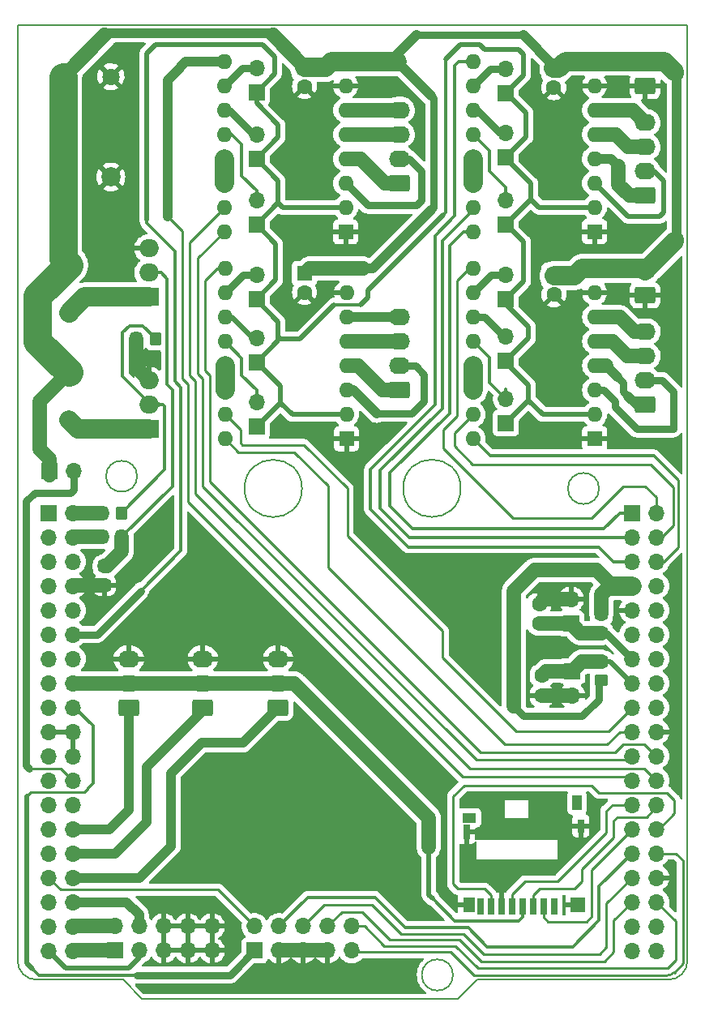
<source format=gbr>
%TF.GenerationSoftware,KiCad,Pcbnew,6.0.5-a6ca702e91~116~ubuntu20.04.1*%
%TF.CreationDate,2022-07-23T16:54:03+02:00*%
%TF.ProjectId,nucleo_expansion,6e75636c-656f-45f6-9578-70616e73696f,v1.0*%
%TF.SameCoordinates,Original*%
%TF.FileFunction,Copper,L1,Top*%
%TF.FilePolarity,Positive*%
%FSLAX46Y46*%
G04 Gerber Fmt 4.6, Leading zero omitted, Abs format (unit mm)*
G04 Created by KiCad (PCBNEW 6.0.5-a6ca702e91~116~ubuntu20.04.1) date 2022-07-23 16:54:03*
%MOMM*%
%LPD*%
G01*
G04 APERTURE LIST*
G04 Aperture macros list*
%AMRoundRect*
0 Rectangle with rounded corners*
0 $1 Rounding radius*
0 $2 $3 $4 $5 $6 $7 $8 $9 X,Y pos of 4 corners*
0 Add a 4 corners polygon primitive as box body*
4,1,4,$2,$3,$4,$5,$6,$7,$8,$9,$2,$3,0*
0 Add four circle primitives for the rounded corners*
1,1,$1+$1,$2,$3*
1,1,$1+$1,$4,$5*
1,1,$1+$1,$6,$7*
1,1,$1+$1,$8,$9*
0 Add four rect primitives between the rounded corners*
20,1,$1+$1,$2,$3,$4,$5,0*
20,1,$1+$1,$4,$5,$6,$7,0*
20,1,$1+$1,$6,$7,$8,$9,0*
20,1,$1+$1,$8,$9,$2,$3,0*%
G04 Aperture macros list end*
%TA.AperFunction,Profile*%
%ADD10C,0.150000*%
%TD*%
%TA.AperFunction,ComponentPad*%
%ADD11RoundRect,0.250000X0.845000X-0.620000X0.845000X0.620000X-0.845000X0.620000X-0.845000X-0.620000X0*%
%TD*%
%TA.AperFunction,ComponentPad*%
%ADD12O,2.190000X1.740000*%
%TD*%
%TA.AperFunction,ComponentPad*%
%ADD13R,1.700000X1.700000*%
%TD*%
%TA.AperFunction,ComponentPad*%
%ADD14O,1.700000X1.700000*%
%TD*%
%TA.AperFunction,ComponentPad*%
%ADD15R,1.600000X1.600000*%
%TD*%
%TA.AperFunction,ComponentPad*%
%ADD16O,1.600000X1.600000*%
%TD*%
%TA.AperFunction,ComponentPad*%
%ADD17C,1.600000*%
%TD*%
%TA.AperFunction,SMDPad,CuDef*%
%ADD18RoundRect,0.250000X0.450000X-0.350000X0.450000X0.350000X-0.450000X0.350000X-0.450000X-0.350000X0*%
%TD*%
%TA.AperFunction,ComponentPad*%
%ADD19R,2.000000X1.905000*%
%TD*%
%TA.AperFunction,ComponentPad*%
%ADD20O,2.000000X1.905000*%
%TD*%
%TA.AperFunction,ComponentPad*%
%ADD21C,1.803400*%
%TD*%
%TA.AperFunction,SMDPad,CuDef*%
%ADD22RoundRect,0.250000X-0.350000X-0.450000X0.350000X-0.450000X0.350000X0.450000X-0.350000X0.450000X0*%
%TD*%
%TA.AperFunction,ComponentPad*%
%ADD23R,2.000000X2.000000*%
%TD*%
%TA.AperFunction,ComponentPad*%
%ADD24C,2.000000*%
%TD*%
%TA.AperFunction,SMDPad,CuDef*%
%ADD25RoundRect,0.250000X-0.475000X0.337500X-0.475000X-0.337500X0.475000X-0.337500X0.475000X0.337500X0*%
%TD*%
%TA.AperFunction,SMDPad,CuDef*%
%ADD26RoundRect,0.250000X0.475000X-0.337500X0.475000X0.337500X-0.475000X0.337500X-0.475000X-0.337500X0*%
%TD*%
%TA.AperFunction,SMDPad,CuDef*%
%ADD27R,0.700000X1.750000*%
%TD*%
%TA.AperFunction,SMDPad,CuDef*%
%ADD28R,1.450000X1.000000*%
%TD*%
%TA.AperFunction,SMDPad,CuDef*%
%ADD29R,1.000000X1.550000*%
%TD*%
%TA.AperFunction,SMDPad,CuDef*%
%ADD30R,0.800000X1.500000*%
%TD*%
%TA.AperFunction,SMDPad,CuDef*%
%ADD31R,1.300000X1.500000*%
%TD*%
%TA.AperFunction,SMDPad,CuDef*%
%ADD32R,1.500000X1.500000*%
%TD*%
%TA.AperFunction,SMDPad,CuDef*%
%ADD33R,0.800000X1.400000*%
%TD*%
%TA.AperFunction,SMDPad,CuDef*%
%ADD34RoundRect,0.250000X0.350000X0.450000X-0.350000X0.450000X-0.350000X-0.450000X0.350000X-0.450000X0*%
%TD*%
%TA.AperFunction,SMDPad,CuDef*%
%ADD35RoundRect,0.250000X-0.450000X0.350000X-0.450000X-0.350000X0.450000X-0.350000X0.450000X0.350000X0*%
%TD*%
%TA.AperFunction,ViaPad*%
%ADD36C,1.700000*%
%TD*%
%TA.AperFunction,Conductor*%
%ADD37C,1.500000*%
%TD*%
%TA.AperFunction,Conductor*%
%ADD38C,0.254000*%
%TD*%
%TA.AperFunction,Conductor*%
%ADD39C,0.500000*%
%TD*%
%TA.AperFunction,Conductor*%
%ADD40C,0.750000*%
%TD*%
%TA.AperFunction,Conductor*%
%ADD41C,0.300000*%
%TD*%
%TA.AperFunction,Conductor*%
%ADD42C,3.000000*%
%TD*%
%TA.AperFunction,Conductor*%
%ADD43C,1.000000*%
%TD*%
%TA.AperFunction,Conductor*%
%ADD44C,2.000000*%
%TD*%
G04 APERTURE END LIST*
D10*
X200000000Y-20320000D02*
X130000000Y-20320000D01*
X159720000Y-68690000D02*
G75*
G03*
X159720000Y-68690000I-3000000J0D01*
G01*
X143000000Y-122000000D02*
X176000000Y-122000000D01*
X198000000Y-120000000D02*
G75*
G03*
X200000000Y-118000000I0J2000000D01*
G01*
X176000000Y-122000000D02*
X178000000Y-120000000D01*
X200000000Y-118000000D02*
X200000000Y-20320000D01*
X190750000Y-68700000D02*
G75*
G03*
X190750000Y-68700000I-1620000J0D01*
G01*
X130000000Y-118000000D02*
X130000000Y-20320000D01*
X142490000Y-67420000D02*
G75*
G03*
X142490000Y-67420000I-1620000J0D01*
G01*
X141000000Y-120000000D02*
X143000000Y-122000000D01*
X132000000Y-120000000D02*
X141000000Y-120000000D01*
X130000000Y-118000000D02*
G75*
G03*
X132000000Y-120000000I2000000J0D01*
G01*
X178000000Y-120000000D02*
X198000000Y-120000000D01*
X176300000Y-68680000D02*
G75*
G03*
X176300000Y-68680000I-3000000J0D01*
G01*
X175500000Y-119500000D02*
G75*
G03*
X175500000Y-119500000I-1630000J0D01*
G01*
D11*
%TO.P,J28,1,Pin_1*%
%TO.N,Y_END*%
X141625000Y-91560000D03*
D12*
%TO.P,J28,2,Pin_2*%
%TO.N,+3V3*%
X141625000Y-89020000D03*
%TO.P,J28,3,Pin_3*%
%TO.N,GND*%
X141625000Y-86480000D03*
%TD*%
D11*
%TO.P,J13,1,Pin_1*%
%TO.N,/Z_1A*%
X195580000Y-38100000D03*
D12*
%TO.P,J13,2,Pin_2*%
%TO.N,/Z_1B*%
X195580000Y-35560000D03*
%TO.P,J13,3,Pin_3*%
%TO.N,/Z_2A*%
X195580000Y-33020000D03*
%TO.P,J13,4,Pin_4*%
%TO.N,/Z_2B*%
X195580000Y-30480000D03*
%TD*%
D13*
%TO.P,J9,1,Pin_1*%
%TO.N,+3V3*%
X181003200Y-27396200D03*
D14*
%TO.P,J9,2,Pin_2*%
%TO.N,/Z_MS1*%
X181003200Y-24856200D03*
%TD*%
D11*
%TO.P,J27,1,Pin_1*%
%TO.N,X_END*%
X149362000Y-91560000D03*
D12*
%TO.P,J27,2,Pin_2*%
%TO.N,+3V3*%
X149362000Y-89020000D03*
%TO.P,J27,3,Pin_3*%
%TO.N,GND*%
X149362000Y-86480000D03*
%TD*%
D15*
%TO.P,A4,1,GND*%
%TO.N,GND*%
X164290000Y-41903000D03*
D16*
%TO.P,A4,2,VDD*%
%TO.N,+3V3*%
X164290000Y-39363000D03*
%TO.P,A4,3,1B*%
%TO.N,/E_1B*%
X164290000Y-36823000D03*
%TO.P,A4,4,1A*%
%TO.N,/E_1A*%
X164290000Y-34283000D03*
%TO.P,A4,5,2A*%
%TO.N,/E_2A*%
X164290000Y-31743000D03*
%TO.P,A4,6,2B*%
%TO.N,/E_2B*%
X164290000Y-29203000D03*
%TO.P,A4,7,GND*%
%TO.N,GND*%
X164290000Y-26663000D03*
%TO.P,A4,8,VMOT*%
%TO.N,+12V*%
X164290000Y-24123000D03*
%TO.P,A4,9,~{ENABLE}*%
%TO.N,~{E_EN}*%
X151590000Y-24123000D03*
%TO.P,A4,10,MS1*%
%TO.N,/E_MS1*%
X151590000Y-26663000D03*
%TO.P,A4,11,MS2*%
%TO.N,/E_MS2*%
X151590000Y-29203000D03*
%TO.P,A4,12,MS3*%
%TO.N,/E_MS3*%
X151590000Y-31743000D03*
%TO.P,A4,13,~{RESET}*%
%TO.N,/~{E_RST}*%
X151590000Y-34283000D03*
%TO.P,A4,14,~{SLEEP}*%
X151590000Y-36823000D03*
%TO.P,A4,15,STEP*%
%TO.N,E_STEP*%
X151590000Y-39363000D03*
%TO.P,A4,16,DIR*%
%TO.N,E_DIR*%
X151590000Y-41903000D03*
%TD*%
D13*
%TO.P,J18,1,Pin_1*%
%TO.N,E_THERM*%
X187960000Y-87757000D03*
D14*
%TO.P,J18,2,Pin_2*%
%TO.N,GND*%
X187960000Y-90297000D03*
%TD*%
D13*
%TO.P,J3,1,Pin_1*%
%TO.N,+3V3*%
X154973000Y-62235000D03*
D14*
%TO.P,J3,2,Pin_2*%
%TO.N,/X_MS3*%
X154973000Y-59695000D03*
%TD*%
D15*
%TO.P,C4,1*%
%TO.N,+12V*%
X159994000Y-24727000D03*
D17*
%TO.P,C4,2*%
%TO.N,GND*%
X159994000Y-26727000D03*
%TD*%
D11*
%TO.P,J16,1,Pin_1*%
%TO.N,/E_1A*%
X169908000Y-36794200D03*
D12*
%TO.P,J16,2,Pin_2*%
%TO.N,/E_1B*%
X169908000Y-34254200D03*
%TO.P,J16,3,Pin_3*%
%TO.N,/E_2A*%
X169908000Y-31714200D03*
%TO.P,J16,4,Pin_4*%
%TO.N,/E_2B*%
X169908000Y-29174200D03*
%TD*%
D11*
%TO.P,J22,1,Pin_1*%
%TO.N,GND*%
X195580000Y-26670000D03*
D12*
%TO.P,J22,2,Pin_2*%
%TO.N,+12V*%
X195580000Y-24130000D03*
%TD*%
D18*
%TO.P,R5,1*%
%TO.N,+3.3VA*%
X191008000Y-88762000D03*
%TO.P,R5,2*%
%TO.N,E_THERM*%
X191008000Y-86762000D03*
%TD*%
D13*
%TO.P,J2,1,Pin_1*%
%TO.N,+3V3*%
X181023200Y-61847000D03*
D14*
%TO.P,J2,2,Pin_2*%
%TO.N,/Y_MS3*%
X181023200Y-59307000D03*
%TD*%
D11*
%TO.P,J14,1,Pin_1*%
%TO.N,/Y_1A*%
X195600000Y-59944000D03*
D12*
%TO.P,J14,2,Pin_2*%
%TO.N,/Y_1B*%
X195600000Y-57404000D03*
%TO.P,J14,3,Pin_3*%
%TO.N,/Y_2A*%
X195600000Y-54864000D03*
%TO.P,J14,4,Pin_4*%
%TO.N,/Y_2B*%
X195600000Y-52324000D03*
%TD*%
D19*
%TO.P,Q2,1,D*%
%TO.N,/E_HEAT_D*%
X143716000Y-62484000D03*
D20*
%TO.P,Q2,2,G*%
%TO.N,/E_HEAT_G*%
X143716000Y-59944000D03*
%TO.P,Q2,3,S*%
%TO.N,GND*%
X143716000Y-57404000D03*
%TD*%
D19*
%TO.P,Q3,1,D*%
%TO.N,/B_HEAT_D*%
X143716000Y-48700001D03*
D20*
%TO.P,Q3,2,G*%
%TO.N,/B_HEAT_G*%
X143716000Y-46160001D03*
%TO.P,Q3,3,S*%
%TO.N,GND*%
X143716000Y-43620001D03*
%TD*%
D13*
%TO.P,J8,1,Pin_1*%
%TO.N,+3V3*%
X154973000Y-34288000D03*
D14*
%TO.P,J8,2,Pin_2*%
%TO.N,/E_MS2*%
X154973000Y-31748000D03*
%TD*%
D13*
%TO.P,J10,1,Pin_1*%
%TO.N,+3V3*%
X181023200Y-48893000D03*
D14*
%TO.P,J10,2,Pin_2*%
%TO.N,/Y_MS1*%
X181023200Y-46353000D03*
%TD*%
D21*
%TO.P,J20,1,Pin_1*%
%TO.N,+12V*%
X134756500Y-25702701D03*
%TO.P,J20,2,Pin_2*%
%TO.N,GND*%
X139756500Y-25702701D03*
%TD*%
D13*
%TO.P,J12,1,Pin_1*%
%TO.N,+3V3*%
X154973000Y-27303000D03*
D14*
%TO.P,J12,2,Pin_2*%
%TO.N,/E_MS1*%
X154973000Y-24763000D03*
%TD*%
D13*
%TO.P,J5,1,Pin_1*%
%TO.N,+3V3*%
X181003200Y-34132200D03*
D14*
%TO.P,J5,2,Pin_2*%
%TO.N,/Z_MS2*%
X181003200Y-31592200D03*
%TD*%
D22*
%TO.P,R8,1*%
%TO.N,GND*%
X142392400Y-53086000D03*
%TO.P,R8,2*%
%TO.N,/E_HEAT_G*%
X144392400Y-53086000D03*
%TD*%
D13*
%TO.P,J21,1,Pin_1*%
%TO.N,ENC_A*%
X140160000Y-116940000D03*
D14*
%TO.P,J21,2,Pin_2*%
%TO.N,ENC_B*%
X140160000Y-114400000D03*
%TO.P,J21,3,Pin_3*%
%TO.N,ENC_OK*%
X142700000Y-116940000D03*
%TO.P,J21,4,Pin_4*%
%TO.N,STOP*%
X142700000Y-114400000D03*
%TO.P,J21,5,Pin_5*%
%TO.N,GND*%
X145240000Y-116940000D03*
%TO.P,J21,6,Pin_6*%
X145240000Y-114400000D03*
%TO.P,J21,7,Pin_7*%
X147780000Y-116940000D03*
%TO.P,J21,8,Pin_8*%
X147780000Y-114400000D03*
%TO.P,J21,9,Pin_9*%
X150320000Y-116940000D03*
%TO.P,J21,10,Pin_10*%
X150320000Y-114400000D03*
%TD*%
D23*
%TO.P,C7,1*%
%TO.N,+12V*%
X134744323Y-36180000D03*
D24*
%TO.P,C7,2*%
%TO.N,GND*%
X139744323Y-36180000D03*
%TD*%
D15*
%TO.P,A1,1,GND*%
%TO.N,GND*%
X190294200Y-41867200D03*
D16*
%TO.P,A1,2,VDD*%
%TO.N,+3V3*%
X190294200Y-39327200D03*
%TO.P,A1,3,1B*%
%TO.N,/Z_1B*%
X190294200Y-36787200D03*
%TO.P,A1,4,1A*%
%TO.N,/Z_1A*%
X190294200Y-34247200D03*
%TO.P,A1,5,2A*%
%TO.N,/Z_2A*%
X190294200Y-31707200D03*
%TO.P,A1,6,2B*%
%TO.N,/Z_2B*%
X190294200Y-29167200D03*
%TO.P,A1,7,GND*%
%TO.N,GND*%
X190294200Y-26627200D03*
%TO.P,A1,8,VMOT*%
%TO.N,+12V*%
X190294200Y-24087200D03*
%TO.P,A1,9,~{ENABLE}*%
%TO.N,~{Z_EN}*%
X177594200Y-24087200D03*
%TO.P,A1,10,MS1*%
%TO.N,/Z_MS1*%
X177594200Y-26627200D03*
%TO.P,A1,11,MS2*%
%TO.N,/Z_MS2*%
X177594200Y-29167200D03*
%TO.P,A1,12,MS3*%
%TO.N,/Z_MS3*%
X177594200Y-31707200D03*
%TO.P,A1,13,~{RESET}*%
%TO.N,/~{Z_RST}*%
X177594200Y-34247200D03*
%TO.P,A1,14,~{SLEEP}*%
X177594200Y-36787200D03*
%TO.P,A1,15,STEP*%
%TO.N,Z_STEP*%
X177594200Y-39327200D03*
%TO.P,A1,16,DIR*%
%TO.N,Z_DIR*%
X177594200Y-41867200D03*
%TD*%
D21*
%TO.P,J24,1,Pin_1*%
%TO.N,/B_HEAT_D*%
X135361701Y-50346500D03*
%TO.P,J24,2,Pin_2*%
%TO.N,+12V*%
X135361701Y-45346500D03*
%TD*%
D13*
%TO.P,J26,1,Pin_1*%
%TO.N,+12V*%
X133345000Y-66903600D03*
D14*
%TO.P,J26,2,Pin_2*%
%TO.N,VIN*%
X135885000Y-66903600D03*
%TD*%
D13*
%TO.P,J7,1,Pin_1*%
%TO.N,+3V3*%
X154973000Y-55499000D03*
D14*
%TO.P,J7,2,Pin_2*%
%TO.N,/X_MS2*%
X154973000Y-52959000D03*
%TD*%
D13*
%TO.P,J19,1,Pin_1*%
%TO.N,B_THERM*%
X187833000Y-82809000D03*
D14*
%TO.P,J19,2,Pin_2*%
%TO.N,GND*%
X187833000Y-80269000D03*
%TD*%
D25*
%TO.P,C5,1*%
%TO.N,E_THERM*%
X184785000Y-88248500D03*
%TO.P,C5,2*%
%TO.N,GND*%
X184785000Y-90323500D03*
%TD*%
D26*
%TO.P,C6,1*%
%TO.N,B_THERM*%
X184531000Y-82825500D03*
%TO.P,C6,2*%
%TO.N,GND*%
X184531000Y-80750500D03*
%TD*%
D15*
%TO.P,C2,1*%
%TO.N,+12V*%
X186056200Y-46460888D03*
D17*
%TO.P,C2,2*%
%TO.N,GND*%
X186056200Y-48460888D03*
%TD*%
D15*
%TO.P,C1,1*%
%TO.N,+12V*%
X186036200Y-24837200D03*
D17*
%TO.P,C1,2*%
%TO.N,GND*%
X186036200Y-26837200D03*
%TD*%
D15*
%TO.P,A2,1,GND*%
%TO.N,GND*%
X190304200Y-63493000D03*
D16*
%TO.P,A2,2,VDD*%
%TO.N,+3V3*%
X190304200Y-60953000D03*
%TO.P,A2,3,1B*%
%TO.N,/Y_1B*%
X190304200Y-58413000D03*
%TO.P,A2,4,1A*%
%TO.N,/Y_1A*%
X190304200Y-55873000D03*
%TO.P,A2,5,2A*%
%TO.N,/Y_2A*%
X190304200Y-53333000D03*
%TO.P,A2,6,2B*%
%TO.N,/Y_2B*%
X190304200Y-50793000D03*
%TO.P,A2,7,GND*%
%TO.N,GND*%
X190304200Y-48253000D03*
%TO.P,A2,8,VMOT*%
%TO.N,+12V*%
X190304200Y-45713000D03*
%TO.P,A2,9,~{ENABLE}*%
%TO.N,~{Y_EN}*%
X177604200Y-45713000D03*
%TO.P,A2,10,MS1*%
%TO.N,/Y_MS1*%
X177604200Y-48253000D03*
%TO.P,A2,11,MS2*%
%TO.N,/Y_MS2*%
X177604200Y-50793000D03*
%TO.P,A2,12,MS3*%
%TO.N,/Y_MS3*%
X177604200Y-53333000D03*
%TO.P,A2,13,~{RESET}*%
%TO.N,/~{Y_RST}*%
X177604200Y-55873000D03*
%TO.P,A2,14,~{SLEEP}*%
X177604200Y-58413000D03*
%TO.P,A2,15,STEP*%
%TO.N,Y_STEP*%
X177604200Y-60953000D03*
%TO.P,A2,16,DIR*%
%TO.N,Y_DIR*%
X177604200Y-63493000D03*
%TD*%
D13*
%TO.P,J4,1,Pin_1*%
%TO.N,+3V3*%
X154973000Y-41146000D03*
D14*
%TO.P,J4,2,Pin_2*%
%TO.N,/E_MS3*%
X154973000Y-38606000D03*
%TD*%
D27*
%TO.P,J25,1,DAT2*%
%TO.N,unconnected-(J25-Pad1)*%
X186055000Y-112309000D03*
%TO.P,J25,2,DAT3/CD*%
%TO.N,~{CS}*%
X184955000Y-112309000D03*
%TO.P,J25,3,CMD*%
%TO.N,MOSI*%
X183855000Y-112309000D03*
%TO.P,J25,4,VDD*%
%TO.N,+3V3*%
X182755000Y-112309000D03*
%TO.P,J25,5,CLK*%
%TO.N,SCLK*%
X181655000Y-112309000D03*
%TO.P,J25,6,VSS*%
%TO.N,GND*%
X180555000Y-112309000D03*
%TO.P,J25,7,DAT0*%
%TO.N,MISO*%
X179455000Y-112309000D03*
%TO.P,J25,8,DAT1*%
%TO.N,unconnected-(J25-Pad8)*%
X178355000Y-112309000D03*
D28*
%TO.P,J25,9,DET_B*%
%TO.N,unconnected-(J25-Pad9)*%
X177230000Y-103084000D03*
D29*
%TO.P,J25,10,DET_A*%
%TO.N,unconnected-(J25-Pad10)*%
X188455000Y-101509000D03*
D30*
%TO.P,J25,11,SHIELD*%
%TO.N,GND*%
X176905000Y-104584000D03*
D31*
X177155000Y-112184000D03*
D32*
X188505000Y-112184000D03*
D33*
X188855000Y-103934000D03*
%TD*%
D11*
%TO.P,J15,1,Pin_1*%
%TO.N,/X_1A*%
X169908000Y-58413000D03*
D12*
%TO.P,J15,2,Pin_2*%
%TO.N,/X_1B*%
X169908000Y-55873000D03*
%TO.P,J15,3,Pin_3*%
%TO.N,/X_2A*%
X169908000Y-53333000D03*
%TO.P,J15,4,Pin_4*%
%TO.N,/X_2B*%
X169908000Y-50793000D03*
%TD*%
D34*
%TO.P,R3,1*%
%TO.N,/E_HEAT_G*%
X140877800Y-71247000D03*
%TO.P,R3,2*%
%TO.N,~{E_HEAT}*%
X138877800Y-71247000D03*
%TD*%
D18*
%TO.P,R9,1*%
%TO.N,GND*%
X139090400Y-78825600D03*
%TO.P,R9,2*%
%TO.N,/B_HEAT_G*%
X139090400Y-76825600D03*
%TD*%
D21*
%TO.P,J23,1,Pin_1*%
%TO.N,/E_HEAT_D*%
X135361701Y-61580000D03*
%TO.P,J23,2,Pin_2*%
%TO.N,+12V*%
X135361701Y-56580000D03*
%TD*%
D15*
%TO.P,A3,1,GND*%
%TO.N,GND*%
X164371000Y-63500000D03*
D16*
%TO.P,A3,2,VDD*%
%TO.N,+3V3*%
X164371000Y-60960000D03*
%TO.P,A3,3,1B*%
%TO.N,/X_1B*%
X164371000Y-58420000D03*
%TO.P,A3,4,1A*%
%TO.N,/X_1A*%
X164371000Y-55880000D03*
%TO.P,A3,5,2A*%
%TO.N,/X_2A*%
X164371000Y-53340000D03*
%TO.P,A3,6,2B*%
%TO.N,/X_2B*%
X164371000Y-50800000D03*
%TO.P,A3,7,GND*%
%TO.N,GND*%
X164371000Y-48260000D03*
%TO.P,A3,8,VMOT*%
%TO.N,+12V*%
X164371000Y-45720000D03*
%TO.P,A3,9,~{ENABLE}*%
%TO.N,~{X_EN}*%
X151671000Y-45720000D03*
%TO.P,A3,10,MS1*%
%TO.N,/X_MS1*%
X151671000Y-48260000D03*
%TO.P,A3,11,MS2*%
%TO.N,/X_MS2*%
X151671000Y-50800000D03*
%TO.P,A3,12,MS3*%
%TO.N,/X_MS3*%
X151671000Y-53340000D03*
%TO.P,A3,13,~{RESET}*%
%TO.N,/~{X_RST}*%
X151671000Y-55880000D03*
%TO.P,A3,14,~{SLEEP}*%
X151671000Y-58420000D03*
%TO.P,A3,15,STEP*%
%TO.N,X_STEP*%
X151671000Y-60960000D03*
%TO.P,A3,16,DIR*%
%TO.N,X_DIR*%
X151671000Y-63500000D03*
%TD*%
D13*
%TO.P,J11,1,Pin_1*%
%TO.N,+3V3*%
X154973000Y-48895000D03*
D14*
%TO.P,J11,2,Pin_2*%
%TO.N,/X_MS1*%
X154973000Y-46355000D03*
%TD*%
D11*
%TO.P,J32,1,Pin_1*%
%TO.N,GND*%
X195580000Y-48514000D03*
D12*
%TO.P,J32,2,Pin_2*%
%TO.N,+12V*%
X195580000Y-45974000D03*
%TD*%
D13*
%TO.P,J17,1,Pin_1*%
%TO.N,+5V*%
X154765000Y-116940000D03*
D14*
%TO.P,J17,2,Pin_2*%
%TO.N,RS*%
X154765000Y-114400000D03*
%TO.P,J17,3,Pin_3*%
%TO.N,GND*%
X157305000Y-116940000D03*
%TO.P,J17,4,Pin_4*%
%TO.N,D3*%
X157305000Y-114400000D03*
%TO.P,J17,5,Pin_5*%
%TO.N,GND*%
X159845000Y-116940000D03*
%TO.P,J17,6,Pin_6*%
%TO.N,D2*%
X159845000Y-114400000D03*
%TO.P,J17,7,Pin_7*%
%TO.N,GND*%
X162385000Y-116940000D03*
%TO.P,J17,8,Pin_8*%
%TO.N,D1*%
X162385000Y-114400000D03*
%TO.P,J17,9,Pin_9*%
%TO.N,LCD_EN*%
X164925000Y-116940000D03*
%TO.P,J17,10,Pin_10*%
%TO.N,D0*%
X164925000Y-114400000D03*
%TD*%
D15*
%TO.P,C3,1*%
%TO.N,+12V*%
X159994000Y-46227000D03*
D17*
%TO.P,C3,2*%
%TO.N,GND*%
X159994000Y-48227000D03*
%TD*%
D35*
%TO.P,R6,1*%
%TO.N,+3.3VA*%
X191008000Y-81804000D03*
%TO.P,R6,2*%
%TO.N,B_THERM*%
X191008000Y-83804000D03*
%TD*%
D13*
%TO.P,J6,1,Pin_1*%
%TO.N,+3V3*%
X181023200Y-55370000D03*
D14*
%TO.P,J6,2,Pin_2*%
%TO.N,/Y_MS2*%
X181023200Y-52830000D03*
%TD*%
D13*
%TO.P,J1,1,Pin_1*%
%TO.N,+3V3*%
X181003200Y-41117200D03*
D14*
%TO.P,J1,2,Pin_2*%
%TO.N,/Z_MS3*%
X181003200Y-38577200D03*
%TD*%
D34*
%TO.P,R4,1*%
%TO.N,/B_HEAT_G*%
X140877800Y-73761600D03*
%TO.P,R4,2*%
%TO.N,~{B_HEAT}*%
X138877800Y-73761600D03*
%TD*%
D11*
%TO.P,J29,1,Pin_1*%
%TO.N,Z_END*%
X157226000Y-91560000D03*
D12*
%TO.P,J29,2,Pin_2*%
%TO.N,+3V3*%
X157226000Y-89020000D03*
%TO.P,J29,3,Pin_3*%
%TO.N,GND*%
X157226000Y-86480000D03*
%TD*%
D13*
%TO.P,CN7,1,Pin_1*%
%TO.N,unconnected-(CN7-Pad1)*%
X133250000Y-71240000D03*
D14*
%TO.P,CN7,2,Pin_2*%
%TO.N,~{E_HEAT}*%
X135790000Y-71240000D03*
%TO.P,CN7,3,Pin_3*%
%TO.N,unconnected-(CN7-Pad3)*%
X133250000Y-73780000D03*
%TO.P,CN7,4,Pin_4*%
%TO.N,~{B_HEAT}*%
X135790000Y-73780000D03*
%TO.P,CN7,5,Pin_5*%
%TO.N,+3V3*%
X133250000Y-76320000D03*
%TO.P,CN7,6,Pin_6*%
%TO.N,unconnected-(CN7-Pad6)*%
X135790000Y-76320000D03*
%TO.P,CN7,7,Pin_7*%
%TO.N,unconnected-(CN7-Pad7)*%
X133250000Y-78860000D03*
%TO.P,CN7,8,Pin_8*%
%TO.N,GND*%
X135790000Y-78860000D03*
%TO.P,CN7,9,Pin_9*%
%TO.N,unconnected-(CN7-Pad9)*%
X133250000Y-81400000D03*
%TO.P,CN7,10,Pin_10*%
%TO.N,unconnected-(CN7-Pad10)*%
X135790000Y-81400000D03*
%TO.P,CN7,11,Pin_11*%
%TO.N,unconnected-(CN7-Pad11)*%
X133250000Y-83940000D03*
%TO.P,CN7,12,Pin_12*%
%TO.N,+3V3*%
X135790000Y-83940000D03*
%TO.P,CN7,13,Pin_13*%
%TO.N,unconnected-(CN7-Pad13)*%
X133250000Y-86480000D03*
%TO.P,CN7,14,Pin_14*%
%TO.N,unconnected-(CN7-Pad14)*%
X135790000Y-86480000D03*
%TO.P,CN7,15,Pin_15*%
%TO.N,unconnected-(CN7-Pad15)*%
X133250000Y-89020000D03*
%TO.P,CN7,16,Pin_16*%
%TO.N,+3V3*%
X135790000Y-89020000D03*
%TO.P,CN7,17,Pin_17*%
%TO.N,unconnected-(CN7-Pad17)*%
X133250000Y-91560000D03*
%TO.P,CN7,18,Pin_18*%
%TO.N,+5V*%
X135790000Y-91560000D03*
%TO.P,CN7,19,Pin_19*%
%TO.N,GND*%
X133250000Y-94100000D03*
%TO.P,CN7,20,Pin_20*%
X135790000Y-94100000D03*
%TO.P,CN7,21,Pin_21*%
%TO.N,unconnected-(CN7-Pad21)*%
X133250000Y-96640000D03*
%TO.P,CN7,22,Pin_22*%
%TO.N,GND*%
X135790000Y-96640000D03*
%TO.P,CN7,23,Pin_23*%
%TO.N,unconnected-(CN7-Pad23)*%
X133250000Y-99180000D03*
%TO.P,CN7,24,Pin_24*%
%TO.N,VIN*%
X135790000Y-99180000D03*
%TO.P,CN7,25,Pin_25*%
%TO.N,unconnected-(CN7-Pad25)*%
X133250000Y-101720000D03*
%TO.P,CN7,26,Pin_26*%
%TO.N,unconnected-(CN7-Pad26)*%
X135790000Y-101720000D03*
%TO.P,CN7,27,Pin_27*%
%TO.N,unconnected-(CN7-Pad27)*%
X133250000Y-104260000D03*
%TO.P,CN7,28,Pin_28*%
%TO.N,Y_END*%
X135790000Y-104260000D03*
%TO.P,CN7,29,Pin_29*%
%TO.N,unconnected-(CN7-Pad29)*%
X133250000Y-106800000D03*
%TO.P,CN7,30,Pin_30*%
%TO.N,X_END*%
X135790000Y-106800000D03*
%TO.P,CN7,31,Pin_31*%
%TO.N,RS*%
X133250000Y-109340000D03*
%TO.P,CN7,32,Pin_32*%
%TO.N,Z_END*%
X135790000Y-109340000D03*
%TO.P,CN7,33,Pin_33*%
%TO.N,+3V3*%
X133250000Y-111880000D03*
%TO.P,CN7,34,Pin_34*%
%TO.N,STOP*%
X135790000Y-111880000D03*
%TO.P,CN7,35,Pin_35*%
%TO.N,unconnected-(CN7-Pad35)*%
X133250000Y-114420000D03*
%TO.P,CN7,36,Pin_36*%
%TO.N,ENC_B*%
X135790000Y-114420000D03*
%TO.P,CN7,37,Pin_37*%
%TO.N,ENC_OK*%
X133250000Y-116960000D03*
%TO.P,CN7,38,Pin_38*%
%TO.N,ENC_A*%
X135790000Y-116960000D03*
%TD*%
D13*
%TO.P,CN10,1,Pin_1*%
%TO.N,Z_DIR*%
X194210000Y-71240000D03*
D14*
%TO.P,CN10,2,Pin_2*%
%TO.N,~{Y_EN}*%
X196750000Y-71240000D03*
%TO.P,CN10,3,Pin_3*%
%TO.N,Z_STEP*%
X194210000Y-73780000D03*
%TO.P,CN10,4,Pin_4*%
%TO.N,Y_STEP*%
X196750000Y-73780000D03*
%TO.P,CN10,5,Pin_5*%
%TO.N,~{Z_EN}*%
X194210000Y-76320000D03*
%TO.P,CN10,6,Pin_6*%
%TO.N,Y_DIR*%
X196750000Y-76320000D03*
%TO.P,CN10,7,Pin_7*%
%TO.N,+3.3VA*%
X194210000Y-78860000D03*
%TO.P,CN10,8,Pin_8*%
%TO.N,unconnected-(CN10-Pad8)*%
X196750000Y-78860000D03*
%TO.P,CN10,9,Pin_9*%
%TO.N,GND*%
X194210000Y-81400000D03*
%TO.P,CN10,10,Pin_10*%
%TO.N,unconnected-(CN10-Pad10)*%
X196750000Y-81400000D03*
%TO.P,CN10,11,Pin_11*%
%TO.N,unconnected-(CN10-Pad11)*%
X194210000Y-83940000D03*
%TO.P,CN10,12,Pin_12*%
%TO.N,unconnected-(CN10-Pad12)*%
X196750000Y-83940000D03*
%TO.P,CN10,13,Pin_13*%
%TO.N,B_THERM*%
X194210000Y-86480000D03*
%TO.P,CN10,14,Pin_14*%
%TO.N,unconnected-(CN10-Pad14)*%
X196750000Y-86480000D03*
%TO.P,CN10,15,Pin_15*%
%TO.N,E_THERM*%
X194210000Y-89020000D03*
%TO.P,CN10,16,Pin_16*%
%TO.N,unconnected-(CN10-Pad16)*%
X196750000Y-89020000D03*
%TO.P,CN10,17,Pin_17*%
%TO.N,X_STEP*%
X194210000Y-91560000D03*
%TO.P,CN10,18,Pin_18*%
%TO.N,unconnected-(CN10-Pad18)*%
X196750000Y-91560000D03*
%TO.P,CN10,19,Pin_19*%
%TO.N,X_DIR*%
X194210000Y-94100000D03*
%TO.P,CN10,20,Pin_20*%
%TO.N,GND*%
X196750000Y-94100000D03*
%TO.P,CN10,21,Pin_21*%
%TO.N,E_DIR*%
X194210000Y-96640000D03*
%TO.P,CN10,22,Pin_22*%
%TO.N,~{X_EN}*%
X196750000Y-96640000D03*
%TO.P,CN10,23,Pin_23*%
%TO.N,~{E_EN}*%
X194210000Y-99180000D03*
%TO.P,CN10,24,Pin_24*%
%TO.N,E_STEP*%
X196750000Y-99180000D03*
%TO.P,CN10,25,Pin_25*%
%TO.N,SCLK*%
X194210000Y-101720000D03*
%TO.P,CN10,26,Pin_26*%
%TO.N,MOSI*%
X196750000Y-101720000D03*
%TO.P,CN10,27,Pin_27*%
%TO.N,~{CS}*%
X194210000Y-104260000D03*
%TO.P,CN10,28,Pin_28*%
%TO.N,MISO*%
X196750000Y-104260000D03*
%TO.P,CN10,29,Pin_29*%
%TO.N,D3*%
X194210000Y-106800000D03*
%TO.P,CN10,30,Pin_30*%
%TO.N,LCD_EN*%
X196750000Y-106800000D03*
%TO.P,CN10,31,Pin_31*%
%TO.N,D2*%
X194210000Y-109340000D03*
%TO.P,CN10,32,Pin_32*%
%TO.N,GND*%
X196750000Y-109340000D03*
%TO.P,CN10,33,Pin_33*%
%TO.N,D1*%
X194210000Y-111880000D03*
%TO.P,CN10,34,Pin_34*%
%TO.N,D0*%
X196750000Y-111880000D03*
%TO.P,CN10,35,Pin_35*%
%TO.N,unconnected-(CN10-Pad35)*%
X194210000Y-114420000D03*
%TO.P,CN10,36,Pin_36*%
%TO.N,unconnected-(CN10-Pad36)*%
X196750000Y-114420000D03*
%TO.P,CN10,37,Pin_37*%
%TO.N,unconnected-(CN10-Pad37)*%
X194210000Y-116960000D03*
%TO.P,CN10,38,Pin_38*%
%TO.N,unconnected-(CN10-Pad38)*%
X196750000Y-116960000D03*
%TD*%
D36*
%TO.N,GND*%
X157480000Y-108585000D03*
X149860000Y-103505000D03*
X167640000Y-108585000D03*
X160020000Y-103505000D03*
X152400000Y-98425000D03*
X157480000Y-98425000D03*
X162560000Y-108585000D03*
X165100000Y-103505000D03*
X154940000Y-103505000D03*
X152400000Y-108585000D03*
X162560000Y-98425000D03*
%TD*%
D37*
%TO.N,GND*%
X139090400Y-78825600D02*
X135824400Y-78825600D01*
X135824400Y-78825600D02*
X135790000Y-78860000D01*
X142392400Y-53086000D02*
X142392400Y-56080400D01*
X187933500Y-90323500D02*
X187960000Y-90297000D01*
X184531000Y-80750500D02*
X185012500Y-80269000D01*
X142392400Y-56080400D02*
X143716000Y-57404000D01*
X185012500Y-80269000D02*
X187833000Y-80269000D01*
X184785000Y-90323500D02*
X187933500Y-90323500D01*
D38*
X159845000Y-116940000D02*
X159662800Y-116940000D01*
D37*
X162385000Y-116940000D02*
X157305000Y-116940000D01*
D38*
X162385000Y-116940000D02*
X162385000Y-116868200D01*
D39*
%TO.N,+3V3*%
X172974000Y-111125000D02*
X173355000Y-111506000D01*
D40*
X142875000Y-79375000D02*
X138310000Y-83940000D01*
D39*
X154973000Y-49055000D02*
X157226000Y-51308000D01*
D37*
X172974000Y-103124000D02*
X172974000Y-105664000D01*
D39*
X181003200Y-34191200D02*
X183642000Y-36830000D01*
X157226000Y-53246000D02*
X154973000Y-55499000D01*
X183388000Y-57912000D02*
X183388000Y-59482200D01*
X157226000Y-36576000D02*
X157226000Y-38893000D01*
X157480000Y-59728000D02*
X154973000Y-62235000D01*
X157226000Y-30734000D02*
X157226000Y-32035000D01*
D37*
X157226000Y-89020000D02*
X135790000Y-89020000D01*
D39*
X157226000Y-52832000D02*
X157226000Y-51308000D01*
D41*
X143510000Y-40640000D02*
X143510000Y-40976152D01*
D39*
X183388000Y-51816000D02*
X183388000Y-53005200D01*
X182880000Y-47036200D02*
X181023200Y-48893000D01*
X166624000Y-48768000D02*
X165862000Y-49530000D01*
X166624000Y-48006000D02*
X166624000Y-48768000D01*
X178816000Y-22860000D02*
X178308000Y-22352000D01*
X157226000Y-38862000D02*
X157226000Y-38608000D01*
D41*
X146441956Y-57518985D02*
X147066000Y-58143029D01*
D39*
X181003200Y-41117200D02*
X181071200Y-41117200D01*
X155564909Y-22369040D02*
X144390480Y-22369040D01*
X154973000Y-48895000D02*
X154973000Y-49055000D01*
X183134000Y-32001400D02*
X181003200Y-34132200D01*
X157480000Y-58006000D02*
X157480000Y-59728000D01*
X154973000Y-28481000D02*
X157226000Y-30734000D01*
X154973000Y-55499000D02*
X157480000Y-58006000D01*
X144390480Y-22369040D02*
X143510000Y-23249520D01*
X157727000Y-39363000D02*
X157226000Y-38862000D01*
X181023200Y-55547200D02*
X183388000Y-57912000D01*
X143510000Y-23249520D02*
X143510000Y-40640000D01*
X154973000Y-34288000D02*
X154973000Y-34323000D01*
D41*
X174752000Y-23876000D02*
X174752000Y-39878000D01*
D39*
X190294200Y-39327200D02*
X184490800Y-39327200D01*
X157226000Y-38893000D02*
X154973000Y-41146000D01*
D41*
X147066000Y-58143029D02*
X147066000Y-75184000D01*
D39*
X183388000Y-59482200D02*
X181023200Y-61847000D01*
X154973000Y-41146000D02*
X156972000Y-43145000D01*
X156972000Y-43145000D02*
X156972000Y-46896000D01*
X156845000Y-23649131D02*
X155564909Y-22369040D01*
X181023200Y-55370000D02*
X181023200Y-55547200D01*
X182372000Y-22860000D02*
X178816000Y-22860000D01*
X157480000Y-53086000D02*
X157226000Y-52832000D01*
D37*
X157226000Y-89020000D02*
X158870000Y-89020000D01*
D39*
X184865800Y-60960000D02*
X189992000Y-60960000D01*
D37*
X158870000Y-89020000D02*
X172974000Y-103124000D01*
D39*
X164371000Y-60960000D02*
X158712000Y-60960000D01*
X156972000Y-46896000D02*
X154973000Y-48895000D01*
X163068000Y-49530000D02*
X159512000Y-53086000D01*
D41*
X175682511Y-113833511D02*
X182359000Y-113833511D01*
D37*
X172974000Y-105664000D02*
X172974000Y-106172000D01*
D39*
X157226000Y-51308000D02*
X157226000Y-53246000D01*
X159512000Y-53086000D02*
X157480000Y-53086000D01*
X182880000Y-25519400D02*
X182880000Y-23368000D01*
X181023200Y-48893000D02*
X181023200Y-49451200D01*
X181003200Y-34132200D02*
X181003200Y-34191200D01*
X158712000Y-60960000D02*
X157480000Y-59728000D01*
D41*
X182359000Y-113833511D02*
X182755000Y-113437511D01*
D39*
X178308000Y-22352000D02*
X176276000Y-22352000D01*
D41*
X174752000Y-39878000D02*
X174498000Y-40132000D01*
D39*
X183642000Y-36830000D02*
X183642000Y-38478400D01*
D40*
X138310000Y-83940000D02*
X135790000Y-83940000D01*
D39*
X154973000Y-27303000D02*
X154973000Y-28481000D01*
D41*
X165862000Y-49530000D02*
X163068000Y-49530000D01*
X146441956Y-43908108D02*
X146441956Y-57518985D01*
D39*
X184490800Y-39327200D02*
X183642000Y-38478400D01*
X181023200Y-49451200D02*
X183388000Y-51816000D01*
X183388000Y-53005200D02*
X181023200Y-55370000D01*
X182880000Y-23368000D02*
X182372000Y-22860000D01*
X154973000Y-34323000D02*
X157226000Y-36576000D01*
X156845000Y-25431000D02*
X156845000Y-23649131D01*
D41*
X182755000Y-113437511D02*
X182755000Y-112309000D01*
D39*
X183134000Y-29464000D02*
X183134000Y-32001400D01*
X172974000Y-106172000D02*
X172974000Y-111125000D01*
X164290000Y-39363000D02*
X157727000Y-39363000D01*
X154973000Y-27303000D02*
X156845000Y-25431000D01*
X181003200Y-27396200D02*
X181066200Y-27396200D01*
X183388000Y-59482200D02*
X184865800Y-60960000D01*
X183642000Y-38478400D02*
X181003200Y-41117200D01*
X181003200Y-27396200D02*
X182880000Y-25519400D01*
D41*
X173355000Y-111506000D02*
X175682511Y-113833511D01*
X143510000Y-40976152D02*
X146441956Y-43908108D01*
D39*
X157226000Y-32035000D02*
X154973000Y-34288000D01*
X181066200Y-27396200D02*
X183134000Y-29464000D01*
D41*
X147066000Y-75184000D02*
X142875000Y-79375000D01*
D39*
X176276000Y-22352000D02*
X174752000Y-23876000D01*
X181071200Y-41117200D02*
X182880000Y-42926000D01*
X182880000Y-42926000D02*
X182880000Y-47036200D01*
X174498000Y-40132000D02*
X166624000Y-48006000D01*
D42*
%TO.N,+12V*%
X134744323Y-44729122D02*
X135361701Y-45346500D01*
D40*
X171704000Y-21336000D02*
X182834511Y-21336000D01*
D43*
X167132000Y-45720000D02*
X166116000Y-45720000D01*
D37*
X135361701Y-56580000D02*
X132334000Y-59607701D01*
X160020000Y-46201000D02*
X159994000Y-46227000D01*
X198882000Y-42672000D02*
X198628000Y-42926000D01*
D43*
X173228000Y-39624000D02*
X167132000Y-45720000D01*
D44*
X162821000Y-24123000D02*
X164290000Y-24123000D01*
D40*
X173228000Y-27686000D02*
X173482000Y-27940000D01*
D44*
X186490800Y-24837200D02*
X187240800Y-24087200D01*
X168917000Y-24123000D02*
X169665000Y-24123000D01*
D43*
X156686031Y-21369520D02*
X156436031Y-21119520D01*
D37*
X159994000Y-24727000D02*
X159994000Y-24677489D01*
D43*
X168917000Y-24123000D02*
X171704000Y-21336000D01*
X182834511Y-21336000D02*
X186036200Y-24537689D01*
D37*
X132334000Y-59607701D02*
X132334000Y-64008000D01*
D44*
X197612000Y-24130000D02*
X198628000Y-25146000D01*
D37*
X133345000Y-65628600D02*
X133345000Y-67310000D01*
X139089681Y-21369520D02*
X134756500Y-25702701D01*
D44*
X198628000Y-42926000D02*
X195580000Y-45974000D01*
X187240800Y-24087200D02*
X190294200Y-24087200D01*
D43*
X198882000Y-25400000D02*
X198882000Y-42672000D01*
D37*
X132334000Y-64617600D02*
X133345000Y-65628600D01*
D44*
X186036200Y-24837200D02*
X186490800Y-24837200D01*
D42*
X135361701Y-45346500D02*
X132080000Y-48628201D01*
D37*
X166116000Y-45720000D02*
X164371000Y-45720000D01*
X159994000Y-46227000D02*
X160501000Y-45720000D01*
D44*
X188235112Y-46460888D02*
X188983000Y-45713000D01*
D42*
X132080000Y-48628201D02*
X132080000Y-53298299D01*
D44*
X195537200Y-24087200D02*
X195580000Y-24130000D01*
D37*
X159994000Y-24677489D02*
X156686031Y-21369520D01*
D44*
X162217000Y-24727000D02*
X162821000Y-24123000D01*
D40*
X173482000Y-39370000D02*
X173228000Y-39624000D01*
D44*
X195580000Y-24130000D02*
X197612000Y-24130000D01*
D42*
X134744323Y-25714878D02*
X134756500Y-25702701D01*
D43*
X169665000Y-24123000D02*
X173228000Y-27686000D01*
D37*
X198628000Y-25146000D02*
X198882000Y-25400000D01*
X132334000Y-64008000D02*
X132334000Y-64617600D01*
D43*
X139339681Y-21119520D02*
X139089681Y-21369520D01*
D37*
X160501000Y-45720000D02*
X164371000Y-45720000D01*
D44*
X195319000Y-45713000D02*
X190304200Y-45713000D01*
D42*
X134744323Y-36180000D02*
X134744323Y-44729122D01*
D44*
X186056200Y-46460888D02*
X188235112Y-46460888D01*
D42*
X134744323Y-36180000D02*
X134744323Y-25714878D01*
D40*
X173482000Y-27940000D02*
X173482000Y-39370000D01*
D42*
X132080000Y-53298299D02*
X135361701Y-56580000D01*
D43*
X156436031Y-21119520D02*
X139339681Y-21119520D01*
D44*
X190294200Y-24087200D02*
X195537200Y-24087200D01*
X195580000Y-45974000D02*
X195319000Y-45713000D01*
X164290000Y-24123000D02*
X168917000Y-24123000D01*
X188983000Y-45713000D02*
X190304200Y-45713000D01*
X159994000Y-24727000D02*
X162217000Y-24727000D01*
D38*
%TO.N,~{X_EN}*%
X150876000Y-45720000D02*
X149606000Y-46990000D01*
X193319400Y-95377000D02*
X195487000Y-95377000D01*
X150088600Y-56870600D02*
X150088600Y-67970400D01*
X149606000Y-46990000D02*
X149606000Y-56388000D01*
X150088600Y-67970400D02*
X178409600Y-96291400D01*
X149606000Y-56388000D02*
X150088600Y-56870600D01*
X178409600Y-96291400D02*
X192405000Y-96291400D01*
X192405000Y-96291400D02*
X193319400Y-95377000D01*
X195487000Y-95377000D02*
X196750000Y-96640000D01*
X151671000Y-45720000D02*
X150876000Y-45720000D01*
%TO.N,X_STEP*%
X191713800Y-94056200D02*
X194210000Y-91560000D01*
X164481911Y-73626111D02*
X174421800Y-83566000D01*
X182143400Y-94056200D02*
X191713800Y-94056200D01*
X164481911Y-68698511D02*
X164481911Y-73626111D01*
D41*
X194063000Y-91560000D02*
X194210000Y-91560000D01*
D38*
X159952289Y-64168889D02*
X164481911Y-68698511D01*
X153289000Y-62578000D02*
X153289000Y-63957200D01*
X153289000Y-63957200D02*
X153500689Y-64168889D01*
X151671000Y-60960000D02*
X153289000Y-62578000D01*
X174421800Y-83566000D02*
X174421800Y-86334600D01*
X153500689Y-64168889D02*
X159952289Y-64168889D01*
X174421800Y-86334600D02*
X182143400Y-94056200D01*
%TO.N,X_DIR*%
X162433000Y-76936600D02*
X180898800Y-95402400D01*
X191618774Y-95402400D02*
X192921174Y-94100000D01*
X153093400Y-64922400D02*
X158927800Y-64922400D01*
X192921174Y-94100000D02*
X194210000Y-94100000D01*
X151671000Y-63500000D02*
X153093400Y-64922400D01*
X158927800Y-64922400D02*
X162433000Y-68427600D01*
X162433000Y-68427600D02*
X162433000Y-76936600D01*
X180898800Y-95402400D02*
X191618774Y-95402400D01*
D40*
%TO.N,/Y_1B*%
X198501000Y-62484000D02*
X194691000Y-62484000D01*
X195600000Y-57404000D02*
X197358000Y-57404000D01*
X194691000Y-62484000D02*
X192405000Y-60198000D01*
X192405000Y-60198000D02*
X192405000Y-59563000D01*
X192405000Y-59563000D02*
X191255000Y-58413000D01*
X197358000Y-57404000D02*
X198501000Y-58547000D01*
X198501000Y-58547000D02*
X198501000Y-62484000D01*
X191255000Y-58413000D02*
X190304200Y-58413000D01*
D43*
%TO.N,/Y_1A*%
X192659000Y-57023000D02*
X191509000Y-55873000D01*
X194691000Y-59944000D02*
X193802000Y-59055000D01*
D40*
X193802000Y-59055000D02*
X193294000Y-58547000D01*
X193294000Y-58547000D02*
X193294000Y-57658000D01*
D43*
X195600000Y-59944000D02*
X194691000Y-59944000D01*
D40*
X193294000Y-57658000D02*
X192659000Y-57023000D01*
D37*
X191509000Y-55873000D02*
X190304200Y-55873000D01*
%TO.N,/Y_2A*%
X192144000Y-53333000D02*
X190304200Y-53333000D01*
X193675000Y-54864000D02*
X192144000Y-53333000D01*
X195600000Y-54864000D02*
X193675000Y-54864000D01*
%TO.N,/Y_2B*%
X195600000Y-52324000D02*
X194437000Y-52324000D01*
X192906000Y-50793000D02*
X190304200Y-50793000D01*
X194437000Y-52324000D02*
X192906000Y-50793000D01*
D38*
%TO.N,~{Y_EN}*%
X177604200Y-45713000D02*
X177172000Y-45713000D01*
X174498000Y-62566165D02*
X174498000Y-64516000D01*
X174498000Y-64516000D02*
X181737000Y-71755000D01*
X196750000Y-69623000D02*
X196750000Y-71240000D01*
X181737000Y-71755000D02*
X189992000Y-71755000D01*
X175909520Y-61154645D02*
X174498000Y-62566165D01*
X189992000Y-71755000D02*
X193294000Y-68453000D01*
X175909520Y-46975480D02*
X175909520Y-61154645D01*
X195580000Y-68453000D02*
X196750000Y-69623000D01*
X177172000Y-45713000D02*
X175909520Y-46975480D01*
X193294000Y-68453000D02*
X195580000Y-68453000D01*
D40*
%TO.N,/Y_MS1*%
X181023200Y-46353000D02*
X179504200Y-46353000D01*
X179504200Y-46353000D02*
X177604200Y-48253000D01*
%TO.N,/Y_MS2*%
X178809000Y-50793000D02*
X177604200Y-50793000D01*
X180846000Y-52830000D02*
X178809000Y-50793000D01*
X181023200Y-52830000D02*
X180846000Y-52830000D01*
D41*
%TO.N,/Y_MS3*%
X181023200Y-59307000D02*
X181023200Y-58341200D01*
X179324000Y-55052800D02*
X177604200Y-53333000D01*
X181023200Y-59307000D02*
X179324000Y-57607800D01*
X179324000Y-57607800D02*
X179324000Y-55052800D01*
D44*
%TO.N,/~{Y_RST}*%
X177604200Y-55873000D02*
X177604200Y-58413000D01*
D38*
%TO.N,Y_STEP*%
X177546000Y-66167000D02*
X196118414Y-66167000D01*
X175641000Y-64262000D02*
X177546000Y-66167000D01*
X177604200Y-60953000D02*
X175641000Y-62916200D01*
X175641000Y-62916200D02*
X175641000Y-64262000D01*
X197238000Y-73780000D02*
X196750000Y-73780000D01*
X196118414Y-66167000D02*
X198501000Y-68549586D01*
X198501000Y-72517000D02*
X197238000Y-73780000D01*
X198501000Y-68549586D02*
X198501000Y-72517000D01*
D41*
%TO.N,Y_DIR*%
X196469000Y-65278000D02*
X198247000Y-67056000D01*
D38*
X199009000Y-67818000D02*
X199009000Y-74803000D01*
X199009000Y-74803000D02*
X197492000Y-76320000D01*
D41*
X177604200Y-63493000D02*
X179389200Y-65278000D01*
X179389200Y-65278000D02*
X196469000Y-65278000D01*
D38*
X198247000Y-67056000D02*
X199009000Y-67818000D01*
X197492000Y-76320000D02*
X196750000Y-76320000D01*
D39*
%TO.N,/Z_1B*%
X197104000Y-40259000D02*
X193766000Y-40259000D01*
X197485000Y-39878000D02*
X197104000Y-40259000D01*
X197485000Y-36576000D02*
X197485000Y-39878000D01*
X193766000Y-40259000D02*
X190294200Y-36787200D01*
X196469000Y-35560000D02*
X197485000Y-36576000D01*
X195580000Y-35560000D02*
X196469000Y-35560000D01*
D43*
%TO.N,/Z_1A*%
X191981200Y-34247200D02*
X190294200Y-34247200D01*
X192786000Y-35052000D02*
X191981200Y-34247200D01*
D37*
X195580000Y-38100000D02*
X193929000Y-38100000D01*
X192786000Y-36957000D02*
X192786000Y-35052000D01*
X193929000Y-38100000D02*
X192786000Y-36957000D01*
%TO.N,/Z_2A*%
X192489200Y-31707200D02*
X190294200Y-31707200D01*
X193802000Y-33020000D02*
X192489200Y-31707200D01*
X195580000Y-33020000D02*
X193802000Y-33020000D01*
%TO.N,/Z_2B*%
X195580000Y-30480000D02*
X194267200Y-29167200D01*
X194267200Y-29167200D02*
X190294200Y-29167200D01*
D41*
%TO.N,~{Z_EN}*%
X173609000Y-42291000D02*
X173609000Y-59944000D01*
X177594200Y-24087200D02*
X176115600Y-24087200D01*
X175666400Y-40233600D02*
X173609000Y-42291000D01*
X192271000Y-76320000D02*
X194210000Y-76320000D01*
X190754000Y-74803000D02*
X192271000Y-76320000D01*
X176115600Y-24087200D02*
X175666400Y-24536400D01*
X173609000Y-59944000D02*
X166878000Y-66675000D01*
X175666400Y-24536400D02*
X175666400Y-40233600D01*
X166878000Y-66675000D02*
X166878000Y-70866000D01*
X166878000Y-70866000D02*
X170815000Y-74803000D01*
X170815000Y-74803000D02*
X190754000Y-74803000D01*
D40*
%TO.N,/Z_MS1*%
X179365200Y-24856200D02*
X177594200Y-26627200D01*
X181003200Y-24856200D02*
X179365200Y-24856200D01*
%TO.N,/Z_MS2*%
X181003200Y-31592200D02*
X180436200Y-31592200D01*
X178011200Y-29167200D02*
X177594200Y-29167200D01*
X180436200Y-31592200D02*
X178011200Y-29167200D01*
D41*
%TO.N,/Z_MS3*%
X181003200Y-38577200D02*
X181003200Y-37239200D01*
X179324000Y-33437000D02*
X177594200Y-31707200D01*
X181003200Y-37239200D02*
X179324000Y-35560000D01*
X179324000Y-35560000D02*
X179324000Y-33437000D01*
D44*
%TO.N,/~{Z_RST}*%
X177594200Y-34247200D02*
X177594200Y-36787200D01*
D41*
%TO.N,Z_STEP*%
X177594200Y-39327200D02*
X177594200Y-39575800D01*
X194203000Y-73787000D02*
X194210000Y-73780000D01*
X174371000Y-42799000D02*
X174371000Y-60325000D01*
X167894000Y-70739000D02*
X170942000Y-73787000D01*
X167894000Y-66802000D02*
X167894000Y-70739000D01*
X189992000Y-73787000D02*
X194203000Y-73787000D01*
X174371000Y-60325000D02*
X167894000Y-66802000D01*
X170942000Y-73787000D02*
X190246000Y-73787000D01*
X177594200Y-39575800D02*
X174371000Y-42799000D01*
%TO.N,Z_DIR*%
X176572800Y-41867200D02*
X175133000Y-43307000D01*
X177594200Y-41867200D02*
X176572800Y-41867200D01*
X168910000Y-67056000D02*
X168910000Y-70540331D01*
X171258885Y-72889216D02*
X191270784Y-72889216D01*
X175133000Y-43307000D02*
X175133000Y-60833000D01*
X191270784Y-72889216D02*
X192920000Y-71240000D01*
X168910000Y-70540331D02*
X171258885Y-72889216D01*
X175133000Y-60833000D02*
X168910000Y-67056000D01*
X192920000Y-71240000D02*
X194210000Y-71240000D01*
D40*
%TO.N,/E_1B*%
X170906200Y-34254200D02*
X172212000Y-35560000D01*
X169908000Y-34254200D02*
X170906200Y-34254200D01*
X172212000Y-38608000D02*
X171704000Y-39116000D01*
X172212000Y-35560000D02*
X172212000Y-38608000D01*
X166583000Y-39116000D02*
X164290000Y-36823000D01*
X171704000Y-39116000D02*
X166583000Y-39116000D01*
D37*
%TO.N,/E_1A*%
X165855000Y-34283000D02*
X168366200Y-36794200D01*
X168366200Y-36794200D02*
X169908000Y-36794200D01*
X164290000Y-34283000D02*
X165855000Y-34283000D01*
%TO.N,/E_2A*%
X164290000Y-31743000D02*
X169879200Y-31743000D01*
X169879200Y-31743000D02*
X169908000Y-31714200D01*
%TO.N,/E_2B*%
X169879200Y-29203000D02*
X169908000Y-29174200D01*
X164290000Y-29203000D02*
X169879200Y-29203000D01*
D43*
%TO.N,~{E_EN}*%
X151590000Y-24123000D02*
X147581000Y-24123000D01*
D38*
X147218467Y-57197344D02*
X147853465Y-57832342D01*
D43*
X146431000Y-25273000D02*
X145669000Y-26035000D01*
X145669000Y-26035000D02*
X145669000Y-40259000D01*
D38*
X147853465Y-70129465D02*
X176515489Y-98791489D01*
X193821489Y-98791489D02*
X194210000Y-99180000D01*
X147218467Y-41808467D02*
X147218467Y-57197344D01*
X147853465Y-57832342D02*
X147853465Y-70129465D01*
D43*
X147581000Y-24123000D02*
X146431000Y-25273000D01*
D38*
X145669000Y-40259000D02*
X147218467Y-41808467D01*
X176515489Y-98791489D02*
X193821489Y-98791489D01*
D40*
%TO.N,/E_MS1*%
X154973000Y-24763000D02*
X153490000Y-24763000D01*
X153490000Y-24763000D02*
X151590000Y-26663000D01*
%TO.N,/E_MS2*%
X154684000Y-31748000D02*
X152139000Y-29203000D01*
X152139000Y-29203000D02*
X151590000Y-29203000D01*
X154973000Y-31748000D02*
X154684000Y-31748000D01*
D41*
%TO.N,/E_MS3*%
X153416000Y-36068000D02*
X153416000Y-32766000D01*
X154973000Y-37625000D02*
X153416000Y-36068000D01*
X154973000Y-38606000D02*
X154973000Y-37625000D01*
X152393000Y-31743000D02*
X151590000Y-31743000D01*
X153416000Y-32766000D02*
X152393000Y-31743000D01*
D44*
%TO.N,/~{E_RST}*%
X151590000Y-34283000D02*
X151590000Y-36823000D01*
D38*
%TO.N,E_STEP*%
X177292000Y-97917000D02*
X195487000Y-97917000D01*
X148606977Y-69231977D02*
X177292000Y-97917000D01*
X151590000Y-39363000D02*
X147971978Y-42981022D01*
X148606977Y-57520228D02*
X148606977Y-69231977D01*
X147971978Y-42981022D02*
X147971978Y-56885229D01*
X147971978Y-56885229D02*
X148606977Y-57520228D01*
X195487000Y-97917000D02*
X196750000Y-99180000D01*
%TO.N,E_DIR*%
X149360489Y-68461489D02*
X177943920Y-97044920D01*
X149360489Y-57208114D02*
X149360489Y-68461489D01*
X193805080Y-97044920D02*
X194210000Y-96640000D01*
X151590000Y-41903000D02*
X148852489Y-44640511D01*
X148852489Y-44640511D02*
X148852489Y-56700114D01*
X177943920Y-97044920D02*
X193805080Y-97044920D01*
X148852489Y-56700114D02*
X149360489Y-57208114D01*
D39*
%TO.N,E_THERM*%
X191952000Y-86762000D02*
X194210000Y-89020000D01*
D37*
X184785000Y-88248500D02*
X185276500Y-87757000D01*
X185276500Y-87757000D02*
X187960000Y-87757000D01*
X187960000Y-87757000D02*
X188955000Y-86762000D01*
D39*
X191008000Y-86762000D02*
X191312000Y-86762000D01*
X191008000Y-86762000D02*
X191952000Y-86762000D01*
D37*
X188955000Y-86762000D02*
X191008000Y-86762000D01*
%TO.N,B_THERM*%
X184531000Y-82825500D02*
X187816500Y-82825500D01*
D40*
X191008000Y-83804000D02*
X191534000Y-83804000D01*
D37*
X188828000Y-83804000D02*
X191008000Y-83804000D01*
X187833000Y-82809000D02*
X188828000Y-83804000D01*
D40*
X191534000Y-83804000D02*
X194210000Y-86480000D01*
D37*
X187816500Y-82825500D02*
X187833000Y-82809000D01*
D43*
%TO.N,Y_END*%
X141625000Y-91560000D02*
X141605000Y-91580000D01*
X139580000Y-104260000D02*
X135790000Y-104260000D01*
X141605000Y-102235000D02*
X139580000Y-104260000D01*
X141605000Y-91580000D02*
X141605000Y-102235000D01*
D38*
%TO.N,+5V*%
X136956800Y-100431600D02*
X131368800Y-100431600D01*
D41*
X137871200Y-99517200D02*
X137871200Y-93472000D01*
X132207000Y-119507000D02*
X142494000Y-119507000D01*
X137871200Y-93472000D02*
X135959200Y-91560000D01*
X135959200Y-91560000D02*
X135790000Y-91560000D01*
D40*
X152198000Y-119507000D02*
X154765000Y-116940000D01*
D41*
X131572000Y-118872000D02*
X132207000Y-119507000D01*
D39*
X130937000Y-118237000D02*
X131572000Y-118872000D01*
D41*
X137414000Y-99974400D02*
X137871200Y-99517200D01*
D39*
X130937000Y-100863400D02*
X130937000Y-118237000D01*
D40*
X142494000Y-119507000D02*
X152198000Y-119507000D01*
D41*
X135790000Y-91560000D02*
X135790000Y-91340000D01*
D39*
X130962400Y-100838000D02*
X130937000Y-100863400D01*
D38*
X137414000Y-99974400D02*
X136956800Y-100431600D01*
X131368800Y-100431600D02*
X130962400Y-100838000D01*
D43*
%TO.N,Z_END*%
X153536000Y-95250000D02*
X149225000Y-95250000D01*
X157226000Y-91560000D02*
X153536000Y-95250000D01*
X142755000Y-109340000D02*
X135790000Y-109340000D01*
X149225000Y-95250000D02*
X146050000Y-98425000D01*
X146050000Y-106045000D02*
X142755000Y-109340000D01*
X146050000Y-98425000D02*
X146050000Y-106045000D01*
%TO.N,X_END*%
X149362000Y-91938000D02*
X143510000Y-97790000D01*
X149362000Y-91560000D02*
X149362000Y-91938000D01*
X140215000Y-106800000D02*
X135790000Y-106800000D01*
X143510000Y-97790000D02*
X143510000Y-103505000D01*
X143510000Y-103505000D02*
X140215000Y-106800000D01*
D37*
%TO.N,~{E_HEAT}*%
X138870800Y-71240000D02*
X135790000Y-71240000D01*
X138877800Y-71247000D02*
X138870800Y-71240000D01*
%TO.N,~{B_HEAT}*%
X135808400Y-73761600D02*
X135790000Y-73780000D01*
X138877800Y-73761600D02*
X135808400Y-73761600D01*
D40*
%TO.N,/X_1B*%
X172466000Y-59563000D02*
X171196000Y-60833000D01*
X171570000Y-55873000D02*
X172466000Y-56769000D01*
D43*
X167513000Y-60833000D02*
X165100000Y-58420000D01*
X165100000Y-58420000D02*
X164371000Y-58420000D01*
D40*
X171196000Y-60833000D02*
X167513000Y-60833000D01*
X172466000Y-56769000D02*
X172466000Y-59563000D01*
X169908000Y-55873000D02*
X171570000Y-55873000D01*
D37*
%TO.N,/X_1A*%
X168141000Y-58413000D02*
X165608000Y-55880000D01*
X169908000Y-58413000D02*
X168141000Y-58413000D01*
X165608000Y-55880000D02*
X164371000Y-55880000D01*
%TO.N,/X_2A*%
X164378000Y-53333000D02*
X164371000Y-53340000D01*
X169908000Y-53333000D02*
X164378000Y-53333000D01*
D43*
%TO.N,/X_2B*%
X169908000Y-50793000D02*
X164378000Y-50793000D01*
X164378000Y-50793000D02*
X164371000Y-50800000D01*
D37*
%TO.N,ENC_A*%
X140160000Y-116940000D02*
X135810000Y-116940000D01*
D43*
X135810000Y-116940000D02*
X135790000Y-116960000D01*
D40*
%TO.N,/X_MS1*%
X154973000Y-46355000D02*
X153576000Y-46355000D01*
X153576000Y-46355000D02*
X151671000Y-48260000D01*
D37*
%TO.N,ENC_B*%
X140160000Y-114400000D02*
X135810000Y-114400000D01*
D43*
X135810000Y-114400000D02*
X135790000Y-114420000D01*
D39*
%TO.N,/X_MS2*%
X152400000Y-50800000D02*
X151671000Y-50800000D01*
X154973000Y-52959000D02*
X154559000Y-52959000D01*
X154559000Y-52959000D02*
X152400000Y-50800000D01*
%TO.N,ENC_OK*%
X141605000Y-118745000D02*
X142700000Y-117650000D01*
X133250000Y-116960000D02*
X135035000Y-118745000D01*
X142700000Y-117650000D02*
X142700000Y-116940000D01*
X135035000Y-118745000D02*
X141605000Y-118745000D01*
D41*
%TO.N,/X_MS3*%
X153416000Y-55085000D02*
X151671000Y-53340000D01*
X154973000Y-59695000D02*
X154973000Y-58453000D01*
X154973000Y-58453000D02*
X153416000Y-56896000D01*
X153416000Y-56896000D02*
X153416000Y-55085000D01*
D43*
%TO.N,STOP*%
X135790000Y-111880000D02*
X141382081Y-111880000D01*
X142700000Y-113197919D02*
X142700000Y-114400000D01*
X141382081Y-111880000D02*
X142700000Y-113197919D01*
D38*
%TO.N,RS*%
X150956600Y-110591600D02*
X154765000Y-114400000D01*
X133250000Y-109340000D02*
X134501600Y-110591600D01*
X134501600Y-110591600D02*
X150956600Y-110591600D01*
%TO.N,LCD_EN*%
X198576928Y-119251467D02*
X199517000Y-118311395D01*
X175260000Y-117094000D02*
X177739480Y-119573480D01*
D43*
X165025000Y-116840000D02*
X164925000Y-116940000D01*
D38*
X199517000Y-107498480D02*
X198818520Y-106800000D01*
X165079000Y-117094000D02*
X175260000Y-117094000D01*
X198818520Y-106800000D02*
X196750000Y-106800000D01*
X177739480Y-119573480D02*
X197799520Y-119573480D01*
X199517000Y-118311395D02*
X199517000Y-107498480D01*
X164925000Y-116940000D02*
X165079000Y-117094000D01*
X198576918Y-119251457D02*
G75*
G02*
X197799520Y-119573480I-777318J777157D01*
G01*
%TO.N,MISO*%
X175514000Y-110007000D02*
X176022000Y-110515000D01*
X198628000Y-102616000D02*
X198628000Y-101219000D01*
X176022000Y-110515000D02*
X178816000Y-110515000D01*
X190754000Y-100457000D02*
X189992000Y-99695000D01*
X196984000Y-104260000D02*
X198628000Y-102616000D01*
X175514000Y-100838000D02*
X175514000Y-110007000D01*
X197866000Y-100457000D02*
X190754000Y-100457000D01*
D41*
X196750000Y-104260000D02*
X196984000Y-104260000D01*
D38*
X178816000Y-110515000D02*
X179455000Y-111154000D01*
X179455000Y-112309000D02*
X179451000Y-112305000D01*
X198628000Y-101219000D02*
X197866000Y-100457000D01*
D41*
X197238000Y-104260000D02*
X196750000Y-104260000D01*
D38*
X189992000Y-99695000D02*
X176657000Y-99695000D01*
X176657000Y-99695000D02*
X175514000Y-100838000D01*
X179455000Y-111154000D02*
X179455000Y-112309000D01*
%TO.N,D0*%
X166265638Y-114400000D02*
X168324638Y-116459000D01*
X164925000Y-114400000D02*
X166265638Y-114400000D01*
X168324638Y-116459000D02*
X175768000Y-116459000D01*
X175768000Y-116459000D02*
X178128960Y-118819960D01*
X178128960Y-118819960D02*
X197918040Y-118819960D01*
X198763480Y-113893480D02*
X196750000Y-111880000D01*
X198763480Y-117974520D02*
X198763480Y-113893480D01*
X197918040Y-118819960D02*
X198763480Y-117974520D01*
%TO.N,SCLK*%
X186436000Y-109728000D02*
X191516000Y-104648000D01*
X191516000Y-102362000D02*
X192158000Y-101720000D01*
X182995989Y-109728000D02*
X186436000Y-109728000D01*
X181655000Y-112309000D02*
X181655000Y-111068989D01*
X181655000Y-111068989D02*
X182995989Y-109728000D01*
X191516000Y-104648000D02*
X191516000Y-102362000D01*
X192158000Y-101720000D02*
X194210000Y-101720000D01*
%TO.N,D1*%
X178435000Y-118066440D02*
X191305560Y-118066440D01*
X192278000Y-113812000D02*
X194210000Y-111880000D01*
X168910000Y-115824000D02*
X176192560Y-115824000D01*
X176192560Y-115824000D02*
X178435000Y-118066440D01*
X192278000Y-117094000D02*
X192278000Y-113812000D01*
X163861511Y-112923489D02*
X166009489Y-112923489D01*
X166009489Y-112923489D02*
X168910000Y-115824000D01*
X162385000Y-114400000D02*
X163861511Y-112923489D01*
X191305560Y-118066440D02*
X192278000Y-117094000D01*
%TO.N,MOSI*%
X188214000Y-110490000D02*
X188976000Y-109728000D01*
D39*
X196750000Y-101720000D02*
X196750000Y-101954000D01*
D38*
X188976000Y-109728000D02*
X188976000Y-108458000D01*
X184531000Y-110490000D02*
X188214000Y-110490000D01*
X192278000Y-103378000D02*
X192659000Y-102997000D01*
X183855000Y-112309000D02*
X183855000Y-111166000D01*
X192278000Y-105156000D02*
X192278000Y-103378000D01*
X188976000Y-108458000D02*
X192278000Y-105156000D01*
X192659000Y-102997000D02*
X195707000Y-102997000D01*
X183855000Y-111166000D02*
X184531000Y-110490000D01*
X183855000Y-111612200D02*
X183855000Y-112309000D01*
X183855000Y-112309000D02*
X183896000Y-112268000D01*
X195707000Y-102997000D02*
X196750000Y-101954000D01*
%TO.N,D2*%
X159845000Y-114400000D02*
X159842200Y-114397200D01*
X176623198Y-115189000D02*
X178747118Y-117312920D01*
X159845000Y-114400000D02*
X162075031Y-112169969D01*
X167033969Y-112169969D02*
X170053000Y-115189000D01*
X190789080Y-117312920D02*
X191524480Y-116577520D01*
X178747118Y-117312920D02*
X190789080Y-117312920D01*
X191524480Y-116577520D02*
X191524480Y-112025520D01*
X191524480Y-112025520D02*
X194210000Y-109340000D01*
X170053000Y-115189000D02*
X176623198Y-115189000D01*
X162075031Y-112169969D02*
X167033969Y-112169969D01*
%TO.N,~{CS}*%
X189992000Y-113367011D02*
X189992000Y-108507638D01*
X185420000Y-113919000D02*
X189440011Y-113919000D01*
X189992000Y-108507638D02*
X194210000Y-104289638D01*
X184955000Y-112309000D02*
X184955000Y-113454000D01*
D39*
X184955000Y-112309000D02*
X185039000Y-112225000D01*
D38*
X194210000Y-104289638D02*
X194210000Y-104260000D01*
X189440011Y-113919000D02*
X189992000Y-113367011D01*
X184955000Y-113454000D02*
X185420000Y-113919000D01*
D41*
%TO.N,D3*%
X160311551Y-111393449D02*
X167355615Y-111393449D01*
X194190000Y-106800000D02*
X194210000Y-106800000D01*
X188009600Y-116536400D02*
X190754000Y-113792000D01*
X170516166Y-114554000D02*
X177086364Y-114554000D01*
X157305000Y-114400000D02*
X160311551Y-111393449D01*
X167355615Y-111393449D02*
X170516166Y-114554000D01*
X179068764Y-116536400D02*
X188009600Y-116536400D01*
X190754000Y-110236000D02*
X194190000Y-106800000D01*
X190754000Y-113792000D02*
X190754000Y-110236000D01*
X177086364Y-114554000D02*
X179068764Y-116536400D01*
D44*
%TO.N,/E_HEAT_D*%
X143716000Y-62484000D02*
X136265701Y-62484000D01*
X136265701Y-62484000D02*
X135361701Y-61580000D01*
%TO.N,/B_HEAT_D*%
X135419201Y-50404000D02*
X135361701Y-50346500D01*
X137008200Y-48700001D02*
X135361701Y-50346500D01*
X143716000Y-48700001D02*
X137008200Y-48700001D01*
D41*
%TO.N,/E_HEAT_G*%
X144392400Y-53013887D02*
X144392400Y-53086000D01*
X144780000Y-59944000D02*
X143942902Y-59944000D01*
X140992880Y-56993978D02*
X140992880Y-52413407D01*
X140992880Y-52413407D02*
X141719807Y-51686480D01*
X145377489Y-66747311D02*
X145377489Y-60105489D01*
X143942902Y-59944000D02*
X140992880Y-56993978D01*
X140877800Y-71247000D02*
X145377489Y-66747311D01*
X143064993Y-51686480D02*
X144392400Y-53013887D01*
X145216000Y-59944000D02*
X143716000Y-59944000D01*
D39*
X143716000Y-59944000D02*
X144780000Y-59944000D01*
D41*
X145377489Y-60105489D02*
X145216000Y-59944000D01*
X141719807Y-51686480D02*
X143064993Y-51686480D01*
D39*
%TO.N,/B_HEAT_G*%
X144627522Y-46160001D02*
X143716000Y-46160001D01*
D37*
X139328400Y-76825600D02*
X140877800Y-75276200D01*
D41*
X140877800Y-73761600D02*
X146177000Y-68462400D01*
X145642446Y-57850155D02*
X145642446Y-46786447D01*
X146177000Y-68462400D02*
X146177000Y-58384709D01*
D37*
X139090400Y-76825600D02*
X139328400Y-76825600D01*
D41*
X145016000Y-46160001D02*
X143716000Y-46160001D01*
X146177000Y-58384709D02*
X145642446Y-57850155D01*
X145642446Y-46786447D02*
X145016000Y-46160001D01*
D37*
X140877800Y-75276200D02*
X140877800Y-73761600D01*
%TO.N,+3.3VA*%
X181864000Y-79375000D02*
X181864000Y-91440000D01*
X184023000Y-77216000D02*
X181864000Y-79375000D01*
D40*
X182880000Y-92456000D02*
X189001400Y-92456000D01*
D37*
X191904000Y-78860000D02*
X191008000Y-79756000D01*
X191008000Y-79756000D02*
X191008000Y-81804000D01*
D44*
X194210000Y-78860000D02*
X191904000Y-78860000D01*
D37*
X192144000Y-78860000D02*
X190500000Y-77216000D01*
D40*
X190703200Y-89066800D02*
X191008000Y-88762000D01*
D37*
X194210000Y-78860000D02*
X192144000Y-78860000D01*
X190500000Y-77216000D02*
X184023000Y-77216000D01*
D40*
X189001400Y-92456000D02*
X190703200Y-90754200D01*
X181864000Y-91440000D02*
X182880000Y-92456000D01*
X190703200Y-90754200D02*
X190703200Y-89066800D01*
D44*
%TO.N,/~{X_RST}*%
X151671000Y-55880000D02*
X151671000Y-58420000D01*
D40*
%TO.N,VIN*%
X135534400Y-69138800D02*
X131775200Y-69138800D01*
X130911600Y-97637600D02*
X131216400Y-97942400D01*
D38*
X131216400Y-97942400D02*
X134552400Y-97942400D01*
D40*
X131775200Y-69138800D02*
X130911600Y-70002400D01*
X130911600Y-70002400D02*
X130911600Y-97637600D01*
D38*
X134552400Y-97942400D02*
X135790000Y-99180000D01*
D40*
X135885000Y-68788200D02*
X135534400Y-69138800D01*
X135885000Y-66903600D02*
X135885000Y-68788200D01*
%TD*%
%TA.AperFunction,Conductor*%
%TO.N,GND*%
G36*
X162581121Y-116706002D02*
G01*
X162627614Y-116759658D01*
X162639000Y-116812000D01*
X162639000Y-118258517D01*
X162643064Y-118272359D01*
X162656478Y-118274393D01*
X162663184Y-118273534D01*
X162673262Y-118271392D01*
X162877255Y-118210191D01*
X162886842Y-118206433D01*
X163078095Y-118112739D01*
X163086945Y-118107464D01*
X163260328Y-117983792D01*
X163268200Y-117977139D01*
X163419052Y-117826812D01*
X163425730Y-117818965D01*
X163553022Y-117641819D01*
X163554279Y-117642722D01*
X163601373Y-117599362D01*
X163671311Y-117587145D01*
X163736751Y-117614678D01*
X163764579Y-117646511D01*
X163824987Y-117745088D01*
X163971250Y-117913938D01*
X164143126Y-118056632D01*
X164336000Y-118169338D01*
X164340825Y-118171180D01*
X164340826Y-118171181D01*
X164388375Y-118189338D01*
X164544692Y-118249030D01*
X164549760Y-118250061D01*
X164549763Y-118250062D01*
X164644862Y-118269410D01*
X164763597Y-118293567D01*
X164768772Y-118293757D01*
X164768774Y-118293757D01*
X164981673Y-118301564D01*
X164981677Y-118301564D01*
X164986837Y-118301753D01*
X164991957Y-118301097D01*
X164991959Y-118301097D01*
X165203288Y-118274025D01*
X165203289Y-118274025D01*
X165208416Y-118273368D01*
X165213366Y-118271883D01*
X165417429Y-118210661D01*
X165417434Y-118210659D01*
X165422384Y-118209174D01*
X165622994Y-118110896D01*
X165804860Y-117981173D01*
X165810104Y-117975948D01*
X165943026Y-117843489D01*
X165963096Y-117823489D01*
X165992929Y-117781972D01*
X166048923Y-117738326D01*
X166095250Y-117729500D01*
X172308690Y-117729500D01*
X172376811Y-117749502D01*
X172423304Y-117803158D01*
X172433408Y-117873432D01*
X172400087Y-117942232D01*
X172366962Y-117977139D01*
X172242883Y-118107892D01*
X172218407Y-118133684D01*
X172048258Y-118370472D01*
X171911818Y-118628161D01*
X171910343Y-118632192D01*
X171815577Y-118891152D01*
X171811613Y-118901983D01*
X171749498Y-119186871D01*
X171749162Y-119191141D01*
X171727165Y-119470643D01*
X171727164Y-119470643D01*
X171727165Y-119470646D01*
X171726621Y-119477554D01*
X171743405Y-119768651D01*
X171744230Y-119772856D01*
X171744231Y-119772864D01*
X171756484Y-119835317D01*
X171799541Y-120054778D01*
X171800928Y-120058828D01*
X171800929Y-120058833D01*
X171878482Y-120285346D01*
X171893989Y-120330638D01*
X172025002Y-120591129D01*
X172027428Y-120594658D01*
X172027431Y-120594664D01*
X172066836Y-120651998D01*
X172190155Y-120831428D01*
X172386393Y-121047091D01*
X172610084Y-121234126D01*
X172613720Y-121236407D01*
X172613723Y-121236409D01*
X172649357Y-121258763D01*
X172696435Y-121311906D01*
X172707307Y-121382065D01*
X172678523Y-121446965D01*
X172619221Y-121486000D01*
X172582401Y-121491500D01*
X143262818Y-121491500D01*
X143194697Y-121471498D01*
X143173728Y-121454600D01*
X142321517Y-120602390D01*
X142287494Y-120540080D01*
X142292558Y-120469265D01*
X142335105Y-120412429D01*
X142401625Y-120387618D01*
X142423784Y-120387987D01*
X142447694Y-120390500D01*
X152118543Y-120390500D01*
X152138255Y-120392051D01*
X152151507Y-120394150D01*
X152158094Y-120393805D01*
X152158098Y-120393805D01*
X152217850Y-120390673D01*
X152224445Y-120390500D01*
X152244306Y-120390500D01*
X152264069Y-120388423D01*
X152270628Y-120387907D01*
X152286427Y-120387079D01*
X152330377Y-120384776D01*
X152330381Y-120384775D01*
X152336971Y-120384430D01*
X152349929Y-120380958D01*
X152369372Y-120377355D01*
X152369795Y-120377311D01*
X152382702Y-120375954D01*
X152445894Y-120355422D01*
X152452196Y-120353556D01*
X152509985Y-120338071D01*
X152516363Y-120336362D01*
X152522242Y-120333366D01*
X152522251Y-120333363D01*
X152528317Y-120330272D01*
X152546579Y-120322708D01*
X152553043Y-120320608D01*
X152553051Y-120320605D01*
X152559331Y-120318564D01*
X152565050Y-120315262D01*
X152565055Y-120315260D01*
X152616867Y-120285346D01*
X152622637Y-120282213D01*
X152681839Y-120252047D01*
X152692259Y-120243609D01*
X152708552Y-120232411D01*
X152708903Y-120232209D01*
X152720169Y-120225704D01*
X152725075Y-120221287D01*
X152725080Y-120221283D01*
X152769538Y-120181253D01*
X152774554Y-120176969D01*
X152787409Y-120166559D01*
X152787412Y-120166556D01*
X152789986Y-120164472D01*
X152804031Y-120150427D01*
X152808816Y-120145886D01*
X152853274Y-120105856D01*
X152853275Y-120105855D01*
X152858185Y-120101434D01*
X152866075Y-120090574D01*
X152878912Y-120075546D01*
X154619053Y-118335405D01*
X154681365Y-118301379D01*
X154708148Y-118298500D01*
X155663134Y-118298500D01*
X155725316Y-118291745D01*
X155861705Y-118240615D01*
X155978261Y-118153261D01*
X156065615Y-118036705D01*
X156093063Y-117963487D01*
X156109798Y-117918848D01*
X156152440Y-117862084D01*
X156219001Y-117837384D01*
X156288350Y-117852592D01*
X156323017Y-117880580D01*
X156348218Y-117909673D01*
X156355580Y-117916883D01*
X156519434Y-118052916D01*
X156527881Y-118058831D01*
X156711756Y-118166279D01*
X156721042Y-118170729D01*
X156920001Y-118246703D01*
X156929899Y-118249579D01*
X157033250Y-118270606D01*
X157047299Y-118269410D01*
X157051000Y-118259065D01*
X157051000Y-118258517D01*
X157559000Y-118258517D01*
X157563064Y-118272359D01*
X157576478Y-118274393D01*
X157583184Y-118273534D01*
X157593262Y-118271392D01*
X157797255Y-118210191D01*
X157806842Y-118206433D01*
X157998095Y-118112739D01*
X158006945Y-118107464D01*
X158180328Y-117983792D01*
X158188200Y-117977139D01*
X158339052Y-117826812D01*
X158345730Y-117818965D01*
X158473022Y-117641819D01*
X158474147Y-117642627D01*
X158521669Y-117598876D01*
X158591607Y-117586661D01*
X158657046Y-117614197D01*
X158684870Y-117646028D01*
X158742690Y-117740383D01*
X158748777Y-117748699D01*
X158888213Y-117909667D01*
X158895580Y-117916883D01*
X159059434Y-118052916D01*
X159067881Y-118058831D01*
X159251756Y-118166279D01*
X159261042Y-118170729D01*
X159460001Y-118246703D01*
X159469899Y-118249579D01*
X159573250Y-118270606D01*
X159587299Y-118269410D01*
X159591000Y-118259065D01*
X159591000Y-118258517D01*
X160099000Y-118258517D01*
X160103064Y-118272359D01*
X160116478Y-118274393D01*
X160123184Y-118273534D01*
X160133262Y-118271392D01*
X160337255Y-118210191D01*
X160346842Y-118206433D01*
X160538095Y-118112739D01*
X160546945Y-118107464D01*
X160720328Y-117983792D01*
X160728200Y-117977139D01*
X160879052Y-117826812D01*
X160885730Y-117818965D01*
X161013022Y-117641819D01*
X161014147Y-117642627D01*
X161061669Y-117598876D01*
X161131607Y-117586661D01*
X161197046Y-117614197D01*
X161224870Y-117646028D01*
X161282690Y-117740383D01*
X161288777Y-117748699D01*
X161428213Y-117909667D01*
X161435580Y-117916883D01*
X161599434Y-118052916D01*
X161607881Y-118058831D01*
X161791756Y-118166279D01*
X161801042Y-118170729D01*
X162000001Y-118246703D01*
X162009899Y-118249579D01*
X162113250Y-118270606D01*
X162127299Y-118269410D01*
X162131000Y-118259065D01*
X162131000Y-117212115D01*
X162126525Y-117196876D01*
X162125135Y-117195671D01*
X162117452Y-117194000D01*
X160117115Y-117194000D01*
X160101876Y-117198475D01*
X160100671Y-117199865D01*
X160099000Y-117207548D01*
X160099000Y-118258517D01*
X159591000Y-118258517D01*
X159591000Y-117212115D01*
X159586525Y-117196876D01*
X159585135Y-117195671D01*
X159577452Y-117194000D01*
X157577115Y-117194000D01*
X157561876Y-117198475D01*
X157560671Y-117199865D01*
X157559000Y-117207548D01*
X157559000Y-118258517D01*
X157051000Y-118258517D01*
X157051000Y-116812000D01*
X157071002Y-116743879D01*
X157124658Y-116697386D01*
X157177000Y-116686000D01*
X162513000Y-116686000D01*
X162581121Y-116706002D01*
G37*
%TD.AperFunction*%
%TA.AperFunction,Conductor*%
G36*
X150709299Y-111247102D02*
G01*
X150730273Y-111264005D01*
X153414163Y-113947896D01*
X153448189Y-114010208D01*
X153446486Y-114070660D01*
X153425989Y-114144570D01*
X153402251Y-114366695D01*
X153402548Y-114371848D01*
X153402548Y-114371851D01*
X153413112Y-114555059D01*
X153415110Y-114589715D01*
X153416247Y-114594761D01*
X153416248Y-114594767D01*
X153430449Y-114657778D01*
X153464222Y-114807639D01*
X153548266Y-115014616D01*
X153588246Y-115079857D01*
X153662291Y-115200688D01*
X153664987Y-115205088D01*
X153811250Y-115373938D01*
X153815230Y-115377242D01*
X153819981Y-115381187D01*
X153859616Y-115440090D01*
X153861113Y-115511071D01*
X153823997Y-115571593D01*
X153783725Y-115596112D01*
X153743638Y-115611140D01*
X153668295Y-115639385D01*
X153551739Y-115726739D01*
X153464385Y-115843295D01*
X153413255Y-115979684D01*
X153406500Y-116041866D01*
X153406500Y-116996852D01*
X153386498Y-117064973D01*
X153369595Y-117085947D01*
X151868947Y-118586595D01*
X151806635Y-118620621D01*
X151779852Y-118623500D01*
X143103371Y-118623500D01*
X143035250Y-118603498D01*
X142988757Y-118549842D01*
X142978653Y-118479568D01*
X143008147Y-118414988D01*
X143014276Y-118408405D01*
X143188911Y-118233770D01*
X143203323Y-118221384D01*
X143214922Y-118212848D01*
X143214927Y-118212843D01*
X143220818Y-118208508D01*
X143225556Y-118202931D01*
X143228938Y-118199777D01*
X143259440Y-118178773D01*
X143357824Y-118130575D01*
X143393359Y-118113167D01*
X143393362Y-118113165D01*
X143397994Y-118110896D01*
X143579860Y-117981173D01*
X143585104Y-117975948D01*
X143718026Y-117843489D01*
X143738096Y-117823489D01*
X143799292Y-117738326D01*
X143868453Y-117642077D01*
X143869640Y-117642930D01*
X143916960Y-117599362D01*
X143986897Y-117587145D01*
X144052338Y-117614678D01*
X144080166Y-117646511D01*
X144137694Y-117740388D01*
X144143777Y-117748699D01*
X144283213Y-117909667D01*
X144290580Y-117916883D01*
X144454434Y-118052916D01*
X144462881Y-118058831D01*
X144646756Y-118166279D01*
X144656042Y-118170729D01*
X144855001Y-118246703D01*
X144864899Y-118249579D01*
X144968250Y-118270606D01*
X144982299Y-118269410D01*
X144986000Y-118259065D01*
X144986000Y-118258517D01*
X145494000Y-118258517D01*
X145498064Y-118272359D01*
X145511478Y-118274393D01*
X145518184Y-118273534D01*
X145528262Y-118271392D01*
X145732255Y-118210191D01*
X145741842Y-118206433D01*
X145933095Y-118112739D01*
X145941945Y-118107464D01*
X146115328Y-117983792D01*
X146123200Y-117977139D01*
X146274052Y-117826812D01*
X146280730Y-117818965D01*
X146408022Y-117641819D01*
X146409147Y-117642627D01*
X146456669Y-117598876D01*
X146526607Y-117586661D01*
X146592046Y-117614197D01*
X146619870Y-117646028D01*
X146677690Y-117740383D01*
X146683777Y-117748699D01*
X146823213Y-117909667D01*
X146830580Y-117916883D01*
X146994434Y-118052916D01*
X147002881Y-118058831D01*
X147186756Y-118166279D01*
X147196042Y-118170729D01*
X147395001Y-118246703D01*
X147404899Y-118249579D01*
X147508250Y-118270606D01*
X147522299Y-118269410D01*
X147526000Y-118259065D01*
X147526000Y-118258517D01*
X148034000Y-118258517D01*
X148038064Y-118272359D01*
X148051478Y-118274393D01*
X148058184Y-118273534D01*
X148068262Y-118271392D01*
X148272255Y-118210191D01*
X148281842Y-118206433D01*
X148473095Y-118112739D01*
X148481945Y-118107464D01*
X148655328Y-117983792D01*
X148663200Y-117977139D01*
X148814052Y-117826812D01*
X148820730Y-117818965D01*
X148948022Y-117641819D01*
X148949147Y-117642627D01*
X148996669Y-117598876D01*
X149066607Y-117586661D01*
X149132046Y-117614197D01*
X149159870Y-117646028D01*
X149217690Y-117740383D01*
X149223777Y-117748699D01*
X149363213Y-117909667D01*
X149370580Y-117916883D01*
X149534434Y-118052916D01*
X149542881Y-118058831D01*
X149726756Y-118166279D01*
X149736042Y-118170729D01*
X149935001Y-118246703D01*
X149944899Y-118249579D01*
X150048250Y-118270606D01*
X150062299Y-118269410D01*
X150066000Y-118259065D01*
X150066000Y-118258517D01*
X150574000Y-118258517D01*
X150578064Y-118272359D01*
X150591478Y-118274393D01*
X150598184Y-118273534D01*
X150608262Y-118271392D01*
X150812255Y-118210191D01*
X150821842Y-118206433D01*
X151013095Y-118112739D01*
X151021945Y-118107464D01*
X151195328Y-117983792D01*
X151203200Y-117977139D01*
X151354052Y-117826812D01*
X151360730Y-117818965D01*
X151485003Y-117646020D01*
X151490313Y-117637183D01*
X151584670Y-117446267D01*
X151588469Y-117436672D01*
X151650377Y-117232910D01*
X151652555Y-117222837D01*
X151653986Y-117211962D01*
X151651775Y-117197778D01*
X151638617Y-117194000D01*
X150592115Y-117194000D01*
X150576876Y-117198475D01*
X150575671Y-117199865D01*
X150574000Y-117207548D01*
X150574000Y-118258517D01*
X150066000Y-118258517D01*
X150066000Y-117212115D01*
X150061525Y-117196876D01*
X150060135Y-117195671D01*
X150052452Y-117194000D01*
X148052115Y-117194000D01*
X148036876Y-117198475D01*
X148035671Y-117199865D01*
X148034000Y-117207548D01*
X148034000Y-118258517D01*
X147526000Y-118258517D01*
X147526000Y-117212115D01*
X147521525Y-117196876D01*
X147520135Y-117195671D01*
X147512452Y-117194000D01*
X145512115Y-117194000D01*
X145496876Y-117198475D01*
X145495671Y-117199865D01*
X145494000Y-117207548D01*
X145494000Y-118258517D01*
X144986000Y-118258517D01*
X144986000Y-116667885D01*
X145494000Y-116667885D01*
X145498475Y-116683124D01*
X145499865Y-116684329D01*
X145507548Y-116686000D01*
X147507885Y-116686000D01*
X147523124Y-116681525D01*
X147524329Y-116680135D01*
X147526000Y-116672452D01*
X147526000Y-116667885D01*
X148034000Y-116667885D01*
X148038475Y-116683124D01*
X148039865Y-116684329D01*
X148047548Y-116686000D01*
X150047885Y-116686000D01*
X150063124Y-116681525D01*
X150064329Y-116680135D01*
X150066000Y-116672452D01*
X150066000Y-116667885D01*
X150574000Y-116667885D01*
X150578475Y-116683124D01*
X150579865Y-116684329D01*
X150587548Y-116686000D01*
X151638344Y-116686000D01*
X151651875Y-116682027D01*
X151653180Y-116672947D01*
X151611214Y-116505875D01*
X151607894Y-116496124D01*
X151522972Y-116300814D01*
X151518105Y-116291739D01*
X151402426Y-116112926D01*
X151396136Y-116104757D01*
X151252806Y-115947240D01*
X151245273Y-115940215D01*
X151078139Y-115808222D01*
X151069552Y-115802517D01*
X151032116Y-115781851D01*
X150982146Y-115731419D01*
X150967374Y-115661976D01*
X150992490Y-115595571D01*
X151019842Y-115568964D01*
X151195327Y-115443792D01*
X151203200Y-115437139D01*
X151354052Y-115286812D01*
X151360730Y-115278965D01*
X151485003Y-115106020D01*
X151490313Y-115097183D01*
X151584670Y-114906267D01*
X151588469Y-114896672D01*
X151650377Y-114692910D01*
X151652555Y-114682837D01*
X151653986Y-114671962D01*
X151651775Y-114657778D01*
X151638617Y-114654000D01*
X150592115Y-114654000D01*
X150576876Y-114658475D01*
X150575671Y-114659865D01*
X150574000Y-114667548D01*
X150574000Y-116667885D01*
X150066000Y-116667885D01*
X150066000Y-114672115D01*
X150061525Y-114656876D01*
X150060135Y-114655671D01*
X150052452Y-114654000D01*
X148052115Y-114654000D01*
X148036876Y-114658475D01*
X148035671Y-114659865D01*
X148034000Y-114667548D01*
X148034000Y-116667885D01*
X147526000Y-116667885D01*
X147526000Y-114672115D01*
X147521525Y-114656876D01*
X147520135Y-114655671D01*
X147512452Y-114654000D01*
X145512115Y-114654000D01*
X145496876Y-114658475D01*
X145495671Y-114659865D01*
X145494000Y-114667548D01*
X145494000Y-116667885D01*
X144986000Y-116667885D01*
X144986000Y-114127885D01*
X145494000Y-114127885D01*
X145498475Y-114143124D01*
X145499865Y-114144329D01*
X145507548Y-114146000D01*
X147507885Y-114146000D01*
X147523124Y-114141525D01*
X147524329Y-114140135D01*
X147526000Y-114132452D01*
X147526000Y-114127885D01*
X148034000Y-114127885D01*
X148038475Y-114143124D01*
X148039865Y-114144329D01*
X148047548Y-114146000D01*
X150047885Y-114146000D01*
X150063124Y-114141525D01*
X150064329Y-114140135D01*
X150066000Y-114132452D01*
X150066000Y-114127885D01*
X150574000Y-114127885D01*
X150578475Y-114143124D01*
X150579865Y-114144329D01*
X150587548Y-114146000D01*
X151638344Y-114146000D01*
X151651875Y-114142027D01*
X151653180Y-114132947D01*
X151611214Y-113965875D01*
X151607894Y-113956124D01*
X151522972Y-113760814D01*
X151518105Y-113751739D01*
X151402426Y-113572926D01*
X151396136Y-113564757D01*
X151252806Y-113407240D01*
X151245273Y-113400215D01*
X151078139Y-113268222D01*
X151069552Y-113262517D01*
X150883117Y-113159599D01*
X150873705Y-113155369D01*
X150672959Y-113084280D01*
X150662988Y-113081646D01*
X150591837Y-113068972D01*
X150578540Y-113070432D01*
X150574000Y-113084989D01*
X150574000Y-114127885D01*
X150066000Y-114127885D01*
X150066000Y-113083102D01*
X150062082Y-113069758D01*
X150047806Y-113067771D01*
X150009324Y-113073660D01*
X149999288Y-113076051D01*
X149796868Y-113142212D01*
X149787359Y-113146209D01*
X149598463Y-113244542D01*
X149589738Y-113250036D01*
X149419433Y-113377905D01*
X149411726Y-113384748D01*
X149264590Y-113538717D01*
X149258104Y-113546727D01*
X149153193Y-113700521D01*
X149098282Y-113745524D01*
X149027757Y-113753695D01*
X148964010Y-113722441D01*
X148943313Y-113697957D01*
X148862427Y-113572926D01*
X148856136Y-113564757D01*
X148712806Y-113407240D01*
X148705273Y-113400215D01*
X148538139Y-113268222D01*
X148529552Y-113262517D01*
X148343117Y-113159599D01*
X148333705Y-113155369D01*
X148132959Y-113084280D01*
X148122988Y-113081646D01*
X148051837Y-113068972D01*
X148038540Y-113070432D01*
X148034000Y-113084989D01*
X148034000Y-114127885D01*
X147526000Y-114127885D01*
X147526000Y-113083102D01*
X147522082Y-113069758D01*
X147507806Y-113067771D01*
X147469324Y-113073660D01*
X147459288Y-113076051D01*
X147256868Y-113142212D01*
X147247359Y-113146209D01*
X147058463Y-113244542D01*
X147049738Y-113250036D01*
X146879433Y-113377905D01*
X146871726Y-113384748D01*
X146724590Y-113538717D01*
X146718104Y-113546727D01*
X146613193Y-113700521D01*
X146558282Y-113745524D01*
X146487757Y-113753695D01*
X146424010Y-113722441D01*
X146403313Y-113697957D01*
X146322427Y-113572926D01*
X146316136Y-113564757D01*
X146172806Y-113407240D01*
X146165273Y-113400215D01*
X145998139Y-113268222D01*
X145989552Y-113262517D01*
X145803117Y-113159599D01*
X145793705Y-113155369D01*
X145592959Y-113084280D01*
X145582988Y-113081646D01*
X145511837Y-113068972D01*
X145498540Y-113070432D01*
X145494000Y-113084989D01*
X145494000Y-114127885D01*
X144986000Y-114127885D01*
X144986000Y-113083102D01*
X144982082Y-113069758D01*
X144967806Y-113067771D01*
X144929324Y-113073660D01*
X144919288Y-113076051D01*
X144716868Y-113142212D01*
X144707359Y-113146209D01*
X144518463Y-113244542D01*
X144509738Y-113250036D01*
X144339433Y-113377905D01*
X144331726Y-113384748D01*
X144184590Y-113538717D01*
X144178109Y-113546722D01*
X144073498Y-113700074D01*
X144018587Y-113745076D01*
X143948062Y-113753247D01*
X143884315Y-113721993D01*
X143863618Y-113697509D01*
X143795760Y-113592617D01*
X143780014Y-113568277D01*
X143760405Y-113546727D01*
X143741306Y-113525737D01*
X143710254Y-113461891D01*
X143708500Y-113440938D01*
X143708500Y-113259762D01*
X143709237Y-113246155D01*
X143712659Y-113214657D01*
X143712659Y-113214652D01*
X143713324Y-113208531D01*
X143710534Y-113176638D01*
X143708950Y-113158531D01*
X143708621Y-113153705D01*
X143708500Y-113151233D01*
X143708500Y-113148150D01*
X143705031Y-113112767D01*
X143704310Y-113105413D01*
X143704188Y-113104100D01*
X143698341Y-113037269D01*
X143696087Y-113011506D01*
X143694600Y-113006387D01*
X143694080Y-113001086D01*
X143667209Y-112912085D01*
X143666874Y-112910952D01*
X143642630Y-112827505D01*
X143642628Y-112827501D01*
X143640909Y-112821583D01*
X143638456Y-112816851D01*
X143636916Y-112811750D01*
X143632054Y-112802606D01*
X143593269Y-112729659D01*
X143592657Y-112728493D01*
X143552729Y-112651466D01*
X143549892Y-112645993D01*
X143546569Y-112641830D01*
X143544066Y-112637123D01*
X143485245Y-112565001D01*
X143484554Y-112564145D01*
X143453262Y-112524946D01*
X143450758Y-112522442D01*
X143450116Y-112521724D01*
X143446415Y-112517391D01*
X143419065Y-112483857D01*
X143383737Y-112454631D01*
X143374958Y-112446642D01*
X142874906Y-111946590D01*
X142370510Y-111442195D01*
X142336485Y-111379883D01*
X142341549Y-111309068D01*
X142384096Y-111252232D01*
X142450616Y-111227421D01*
X142459605Y-111227100D01*
X150641178Y-111227100D01*
X150709299Y-111247102D01*
G37*
%TD.AperFunction*%
%TA.AperFunction,Conductor*%
G36*
X159038012Y-90968253D02*
G01*
X159044595Y-90974382D01*
X165372377Y-97302165D01*
X171678595Y-103608383D01*
X171712621Y-103670695D01*
X171715500Y-103697478D01*
X171715500Y-106228999D01*
X171715749Y-106231786D01*
X171715749Y-106231792D01*
X171719072Y-106269021D01*
X171730383Y-106395762D01*
X171731864Y-106401176D01*
X171731865Y-106401181D01*
X171749456Y-106465481D01*
X171789663Y-106612451D01*
X171792075Y-106617509D01*
X171792077Y-106617513D01*
X171794334Y-106622244D01*
X171886378Y-106815218D01*
X172017471Y-106997654D01*
X172142479Y-107118795D01*
X172177185Y-107152428D01*
X172212185Y-107214198D01*
X172215500Y-107242912D01*
X172215500Y-111057930D01*
X172214067Y-111076880D01*
X172212989Y-111083969D01*
X172210801Y-111098349D01*
X172211394Y-111105641D01*
X172211394Y-111105644D01*
X172215085Y-111151018D01*
X172215500Y-111161233D01*
X172215500Y-111169293D01*
X172215925Y-111172937D01*
X172218789Y-111197507D01*
X172219222Y-111201882D01*
X172223318Y-111252232D01*
X172225140Y-111274637D01*
X172227396Y-111281601D01*
X172228587Y-111287560D01*
X172229971Y-111293415D01*
X172230818Y-111300681D01*
X172255735Y-111369327D01*
X172257152Y-111373455D01*
X172279649Y-111442899D01*
X172283445Y-111449154D01*
X172285951Y-111454628D01*
X172288670Y-111460058D01*
X172291167Y-111466937D01*
X172295180Y-111473057D01*
X172295180Y-111473058D01*
X172331186Y-111527976D01*
X172333523Y-111531680D01*
X172371405Y-111594107D01*
X172375121Y-111598315D01*
X172375122Y-111598316D01*
X172378803Y-111602484D01*
X172378776Y-111602508D01*
X172381429Y-111605500D01*
X172384132Y-111608733D01*
X172388144Y-111614852D01*
X172427719Y-111652342D01*
X172444383Y-111668128D01*
X172446825Y-111670506D01*
X172849979Y-112073660D01*
X172953716Y-112155734D01*
X172960347Y-112158833D01*
X172960350Y-112158835D01*
X173039616Y-112195881D01*
X173113950Y-112230622D01*
X173121118Y-112232113D01*
X173128065Y-112234424D01*
X173127607Y-112235801D01*
X173184003Y-112266263D01*
X174598145Y-113680405D01*
X174632171Y-113742717D01*
X174627106Y-113813532D01*
X174584559Y-113870368D01*
X174518039Y-113895179D01*
X174509050Y-113895500D01*
X170841116Y-113895500D01*
X170772995Y-113875498D01*
X170752021Y-113858595D01*
X167879270Y-110985844D01*
X167871280Y-110977064D01*
X167871278Y-110977062D01*
X167867031Y-110970369D01*
X167815357Y-110921844D01*
X167812516Y-110919090D01*
X167791948Y-110898522D01*
X167788441Y-110895802D01*
X167779419Y-110888096D01*
X167745748Y-110856477D01*
X167738796Y-110852655D01*
X167726957Y-110846146D01*
X167710433Y-110835292D01*
X167699747Y-110827004D01*
X167693483Y-110822145D01*
X167686211Y-110818998D01*
X167686209Y-110818997D01*
X167651080Y-110803795D01*
X167640420Y-110798573D01*
X167606899Y-110780144D01*
X167606897Y-110780143D01*
X167599952Y-110776325D01*
X167579174Y-110770990D01*
X167560484Y-110764591D01*
X167540791Y-110756069D01*
X167495167Y-110748843D01*
X167483544Y-110746436D01*
X167449276Y-110737638D01*
X167438803Y-110734949D01*
X167417356Y-110734949D01*
X167397646Y-110733398D01*
X167384292Y-110731283D01*
X167376463Y-110730043D01*
X167330474Y-110734390D01*
X167318619Y-110734949D01*
X160393607Y-110734949D01*
X160381751Y-110734390D01*
X160381748Y-110734390D01*
X160374014Y-110732661D01*
X160318997Y-110734390D01*
X160303182Y-110734887D01*
X160299224Y-110734949D01*
X160270119Y-110734949D01*
X160265719Y-110735505D01*
X160253887Y-110736437D01*
X160207720Y-110737887D01*
X160187130Y-110743869D01*
X160167769Y-110747879D01*
X160166492Y-110748040D01*
X160154347Y-110749574D01*
X160154346Y-110749574D01*
X160146487Y-110750567D01*
X160139122Y-110753483D01*
X160139118Y-110753484D01*
X160103530Y-110767575D01*
X160092320Y-110771414D01*
X160047951Y-110784304D01*
X160029494Y-110795220D01*
X160011744Y-110803915D01*
X159991795Y-110811814D01*
X159985384Y-110816472D01*
X159985382Y-110816473D01*
X159954415Y-110838972D01*
X159944497Y-110845487D01*
X159904744Y-110868997D01*
X159889583Y-110884158D01*
X159874551Y-110896997D01*
X159857194Y-110909608D01*
X159827744Y-110945207D01*
X159819754Y-110953987D01*
X157732336Y-113041405D01*
X157670024Y-113075431D01*
X157621145Y-113076357D01*
X157438373Y-113043800D01*
X157438367Y-113043799D01*
X157433284Y-113042894D01*
X157359452Y-113041992D01*
X157215081Y-113040228D01*
X157215079Y-113040228D01*
X157209911Y-113040165D01*
X156989091Y-113073955D01*
X156776756Y-113143357D01*
X156578607Y-113246507D01*
X156574474Y-113249610D01*
X156574471Y-113249612D01*
X156404100Y-113377530D01*
X156399965Y-113380635D01*
X156245629Y-113542138D01*
X156138201Y-113699621D01*
X156083293Y-113744621D01*
X156012768Y-113752792D01*
X155949021Y-113721538D01*
X155928324Y-113697054D01*
X155847822Y-113572617D01*
X155847820Y-113572614D01*
X155845014Y-113568277D01*
X155694670Y-113403051D01*
X155690619Y-113399852D01*
X155690615Y-113399848D01*
X155523414Y-113267800D01*
X155523410Y-113267798D01*
X155519359Y-113264598D01*
X155485950Y-113246155D01*
X155450650Y-113226669D01*
X155323789Y-113156638D01*
X155318920Y-113154914D01*
X155318916Y-113154912D01*
X155118087Y-113083795D01*
X155118083Y-113083794D01*
X155113212Y-113082069D01*
X155108119Y-113081162D01*
X155108116Y-113081161D01*
X154898373Y-113043800D01*
X154898367Y-113043799D01*
X154893284Y-113042894D01*
X154819452Y-113041992D01*
X154675081Y-113040228D01*
X154675079Y-113040228D01*
X154669911Y-113040165D01*
X154522627Y-113062703D01*
X154454200Y-113073173D01*
X154454197Y-113073174D01*
X154449091Y-113073955D01*
X154444185Y-113075559D01*
X154444179Y-113075560D01*
X154441742Y-113076357D01*
X154438670Y-113077361D01*
X154367707Y-113079516D01*
X154310425Y-113046693D01*
X152888303Y-111624570D01*
X151461850Y-110198117D01*
X151454274Y-110189791D01*
X151450153Y-110183297D01*
X151400334Y-110136514D01*
X151397493Y-110133760D01*
X151377694Y-110113961D01*
X151374569Y-110111537D01*
X151374560Y-110111529D01*
X151374474Y-110111463D01*
X151365449Y-110103755D01*
X151338885Y-110078810D01*
X151333106Y-110073383D01*
X151315269Y-110063577D01*
X151298753Y-110052727D01*
X151282667Y-110040250D01*
X151241934Y-110022624D01*
X151231286Y-110017407D01*
X151219658Y-110011015D01*
X151192403Y-109996031D01*
X151184728Y-109994060D01*
X151184722Y-109994058D01*
X151172689Y-109990969D01*
X151153987Y-109984566D01*
X151135308Y-109976483D01*
X151101472Y-109971124D01*
X151091473Y-109969540D01*
X151079860Y-109967135D01*
X151036882Y-109956100D01*
X151016535Y-109956100D01*
X150996824Y-109954549D01*
X150984550Y-109952605D01*
X150976721Y-109951365D01*
X150968829Y-109952111D01*
X150932544Y-109955541D01*
X150920686Y-109956100D01*
X143869325Y-109956100D01*
X143801204Y-109936098D01*
X143754711Y-109882442D01*
X143744607Y-109812168D01*
X143774101Y-109747588D01*
X143780230Y-109741005D01*
X146719379Y-106801855D01*
X146729522Y-106792753D01*
X146754218Y-106772897D01*
X146759025Y-106769032D01*
X146791292Y-106730578D01*
X146794472Y-106726931D01*
X146796115Y-106725119D01*
X146798309Y-106722925D01*
X146825642Y-106689651D01*
X146826348Y-106688800D01*
X146882195Y-106622244D01*
X146886154Y-106617526D01*
X146888722Y-106612856D01*
X146892103Y-106608739D01*
X146936015Y-106526842D01*
X146936624Y-106525720D01*
X146939657Y-106520204D01*
X146969741Y-106465481D01*
X146978466Y-106449611D01*
X146978468Y-106449606D01*
X146981433Y-106444213D01*
X146983044Y-106439135D01*
X146985563Y-106434437D01*
X147012753Y-106345502D01*
X147013136Y-106344272D01*
X147013358Y-106343574D01*
X147041235Y-106255694D01*
X147041828Y-106250403D01*
X147043388Y-106245302D01*
X147052795Y-106152689D01*
X147052915Y-106151569D01*
X147058500Y-106101773D01*
X147058500Y-106098244D01*
X147058555Y-106097261D01*
X147059004Y-106091556D01*
X147062752Y-106054664D01*
X147062752Y-106054661D01*
X147063374Y-106048537D01*
X147059059Y-106002888D01*
X147058500Y-105991031D01*
X147058500Y-98894925D01*
X147078502Y-98826804D01*
X147095405Y-98805830D01*
X149605829Y-96295405D01*
X149668141Y-96261380D01*
X149694924Y-96258500D01*
X153474157Y-96258500D01*
X153487764Y-96259237D01*
X153519262Y-96262659D01*
X153519267Y-96262659D01*
X153525388Y-96263324D01*
X153551638Y-96261027D01*
X153575388Y-96258950D01*
X153580214Y-96258621D01*
X153582686Y-96258500D01*
X153585769Y-96258500D01*
X153597738Y-96257326D01*
X153628506Y-96254310D01*
X153629819Y-96254188D01*
X153674084Y-96250315D01*
X153722413Y-96246087D01*
X153727532Y-96244600D01*
X153732833Y-96244080D01*
X153821834Y-96217209D01*
X153822967Y-96216874D01*
X153906414Y-96192630D01*
X153906418Y-96192628D01*
X153912336Y-96190909D01*
X153917068Y-96188456D01*
X153922169Y-96186916D01*
X153927612Y-96184022D01*
X154004260Y-96143269D01*
X154005426Y-96142657D01*
X154082453Y-96102729D01*
X154087926Y-96099892D01*
X154092089Y-96096569D01*
X154096796Y-96094066D01*
X154168918Y-96035245D01*
X154169774Y-96034554D01*
X154208973Y-96003262D01*
X154211477Y-96000758D01*
X154212195Y-96000116D01*
X154216528Y-95996415D01*
X154250062Y-95969065D01*
X154255913Y-95961993D01*
X154279287Y-95933738D01*
X154287277Y-95924958D01*
X155756282Y-94455953D01*
X157236829Y-92975405D01*
X157299141Y-92941379D01*
X157325924Y-92938500D01*
X158121400Y-92938500D01*
X158124646Y-92938163D01*
X158124650Y-92938163D01*
X158220308Y-92928238D01*
X158220312Y-92928237D01*
X158227166Y-92927526D01*
X158233702Y-92925345D01*
X158233704Y-92925345D01*
X158365806Y-92881272D01*
X158394946Y-92871550D01*
X158545348Y-92778478D01*
X158670305Y-92653303D01*
X158743883Y-92533938D01*
X158759275Y-92508968D01*
X158759276Y-92508966D01*
X158763115Y-92502738D01*
X158818797Y-92334861D01*
X158829500Y-92230400D01*
X158829500Y-91063477D01*
X158849502Y-90995356D01*
X158903158Y-90948863D01*
X158973432Y-90938759D01*
X159038012Y-90968253D01*
G37*
%TD.AperFunction*%
%TA.AperFunction,Conductor*%
G36*
X187214407Y-111145502D02*
G01*
X187260900Y-111199158D01*
X187271004Y-111269432D01*
X187264268Y-111295728D01*
X187256523Y-111316388D01*
X187252895Y-111331649D01*
X187247369Y-111382514D01*
X187247000Y-111389328D01*
X187247000Y-111911885D01*
X187251475Y-111927124D01*
X187252865Y-111928329D01*
X187260548Y-111930000D01*
X188633000Y-111930000D01*
X188701121Y-111950002D01*
X188747614Y-112003658D01*
X188759000Y-112056000D01*
X188759000Y-112312000D01*
X188738998Y-112380121D01*
X188685342Y-112426614D01*
X188633000Y-112438000D01*
X187265116Y-112438000D01*
X187249877Y-112442475D01*
X187248672Y-112443865D01*
X187247001Y-112451548D01*
X187247001Y-112978669D01*
X187247371Y-112985490D01*
X187252895Y-113036352D01*
X187256521Y-113051603D01*
X187279639Y-113113270D01*
X187284822Y-113184077D01*
X187250902Y-113246446D01*
X187188646Y-113280575D01*
X187161657Y-113283500D01*
X187039500Y-113283500D01*
X186971379Y-113263498D01*
X186924886Y-113209842D01*
X186913500Y-113157500D01*
X186913500Y-111385866D01*
X186906745Y-111323684D01*
X186896265Y-111295728D01*
X186891083Y-111224920D01*
X186925005Y-111162552D01*
X186987261Y-111128424D01*
X187014248Y-111125500D01*
X187146286Y-111125500D01*
X187214407Y-111145502D01*
G37*
%TD.AperFunction*%
%TA.AperFunction,Conductor*%
G36*
X147933012Y-71108198D02*
G01*
X147939595Y-71114327D01*
X161976381Y-85151114D01*
X176010239Y-99184972D01*
X176017815Y-99193298D01*
X176021936Y-99199792D01*
X176027711Y-99205215D01*
X176046562Y-99222917D01*
X176082528Y-99284130D01*
X176079691Y-99355070D01*
X176049407Y-99403861D01*
X175120506Y-100332761D01*
X175112192Y-100340325D01*
X175105697Y-100344447D01*
X175100274Y-100350222D01*
X175058915Y-100394265D01*
X175056160Y-100397107D01*
X175036361Y-100416906D01*
X175033937Y-100420031D01*
X175033929Y-100420040D01*
X175033863Y-100420126D01*
X175026155Y-100429151D01*
X174995783Y-100461494D01*
X174991965Y-100468438D01*
X174991964Y-100468440D01*
X174985978Y-100479329D01*
X174975127Y-100495847D01*
X174962650Y-100511933D01*
X174945024Y-100552666D01*
X174939807Y-100563314D01*
X174918431Y-100602197D01*
X174916460Y-100609872D01*
X174916458Y-100609878D01*
X174913369Y-100621911D01*
X174906966Y-100640613D01*
X174898883Y-100659292D01*
X174897644Y-100667117D01*
X174891940Y-100703127D01*
X174889535Y-100714740D01*
X174878500Y-100757718D01*
X174878500Y-100778065D01*
X174876949Y-100797776D01*
X174873765Y-100817879D01*
X174874511Y-100825771D01*
X174877941Y-100862056D01*
X174878500Y-100873914D01*
X174878500Y-109927980D01*
X174877970Y-109939214D01*
X174876292Y-109946719D01*
X174877745Y-109992964D01*
X174878438Y-110015012D01*
X174878500Y-110018969D01*
X174878500Y-110046983D01*
X174878996Y-110050908D01*
X174878996Y-110050909D01*
X174879008Y-110051004D01*
X174879941Y-110062849D01*
X174881335Y-110107205D01*
X174883547Y-110114817D01*
X174887013Y-110126748D01*
X174891023Y-110146112D01*
X174891387Y-110148990D01*
X174893573Y-110166299D01*
X174896489Y-110173663D01*
X174896490Y-110173668D01*
X174909907Y-110207556D01*
X174913752Y-110218785D01*
X174915119Y-110223489D01*
X174926131Y-110261393D01*
X174930169Y-110268220D01*
X174930170Y-110268223D01*
X174936488Y-110278906D01*
X174945188Y-110296664D01*
X174949761Y-110308215D01*
X174949765Y-110308221D01*
X174952681Y-110315588D01*
X174957339Y-110321999D01*
X174957340Y-110322001D01*
X174978764Y-110351488D01*
X174985281Y-110361410D01*
X175003826Y-110392768D01*
X175003829Y-110392772D01*
X175007866Y-110399598D01*
X175022250Y-110413982D01*
X175035091Y-110429016D01*
X175040839Y-110436928D01*
X175047058Y-110445487D01*
X175053166Y-110450540D01*
X175081255Y-110473777D01*
X175090035Y-110481767D01*
X175516745Y-110908477D01*
X175524322Y-110916803D01*
X175528447Y-110923303D01*
X175534225Y-110928729D01*
X175534226Y-110928730D01*
X175578281Y-110970100D01*
X175581123Y-110972855D01*
X175600906Y-110992638D01*
X175604114Y-110995126D01*
X175613143Y-111002837D01*
X175645494Y-111033217D01*
X175652443Y-111037037D01*
X175663329Y-111043022D01*
X175679853Y-111053876D01*
X175689670Y-111061491D01*
X175695933Y-111066349D01*
X175703210Y-111069498D01*
X175736650Y-111083969D01*
X175747311Y-111089192D01*
X175779247Y-111106749D01*
X175779252Y-111106751D01*
X175786197Y-111110569D01*
X175793871Y-111112539D01*
X175793878Y-111112542D01*
X175805913Y-111115632D01*
X175824618Y-111122036D01*
X175826072Y-111122665D01*
X175843292Y-111130117D01*
X175870342Y-111134401D01*
X175887127Y-111137060D01*
X175898744Y-111139466D01*
X175921663Y-111145351D01*
X175982669Y-111181664D01*
X176014359Y-111245196D01*
X176008310Y-111311624D01*
X176006522Y-111316394D01*
X176002895Y-111331649D01*
X175997369Y-111382514D01*
X175997000Y-111389328D01*
X175997000Y-111911885D01*
X176001475Y-111927124D01*
X176002865Y-111928329D01*
X176010548Y-111930000D01*
X177283000Y-111930000D01*
X177351121Y-111950002D01*
X177397614Y-112003658D01*
X177409000Y-112056000D01*
X177409000Y-112312000D01*
X177388998Y-112380121D01*
X177335342Y-112426614D01*
X177283000Y-112438000D01*
X176015116Y-112438000D01*
X175999877Y-112442475D01*
X175998672Y-112443865D01*
X175997001Y-112451548D01*
X175997001Y-112912551D01*
X175976999Y-112980672D01*
X175923343Y-113027165D01*
X175853069Y-113037269D01*
X175788489Y-113007775D01*
X175781906Y-113001646D01*
X174109592Y-111329332D01*
X174078820Y-111279068D01*
X174051608Y-111195067D01*
X174051607Y-111195064D01*
X174049351Y-111188101D01*
X174045555Y-111181845D01*
X174045553Y-111181841D01*
X173960509Y-111041694D01*
X173960509Y-111041693D01*
X173957595Y-111036892D01*
X173950197Y-111028516D01*
X173769405Y-110847724D01*
X173735379Y-110785412D01*
X173732500Y-110758629D01*
X173732500Y-107238531D01*
X173752502Y-107170410D01*
X173781796Y-107138569D01*
X173824841Y-107105539D01*
X173824845Y-107105535D01*
X173829292Y-107102123D01*
X173980485Y-106935964D01*
X174038536Y-106843423D01*
X174096885Y-106750405D01*
X174099864Y-106745656D01*
X174183656Y-106537217D01*
X174229213Y-106317233D01*
X174232500Y-106260225D01*
X174232500Y-103215395D01*
X174233578Y-103198948D01*
X174235746Y-103182483D01*
X174235746Y-103182479D01*
X174236479Y-103176913D01*
X174232640Y-103095511D01*
X174232500Y-103089576D01*
X174232500Y-103067001D01*
X174230181Y-103041011D01*
X174229822Y-103035749D01*
X174227524Y-102987020D01*
X174225896Y-102952512D01*
X174221892Y-102935030D01*
X174219211Y-102918100D01*
X174218116Y-102905832D01*
X174217617Y-102900238D01*
X174215062Y-102890896D01*
X174195630Y-102819867D01*
X174194344Y-102814749D01*
X174176995Y-102739000D01*
X174176994Y-102738998D01*
X174175742Y-102733530D01*
X174168706Y-102717033D01*
X174163073Y-102700858D01*
X174159818Y-102688961D01*
X174159817Y-102688957D01*
X174158337Y-102683549D01*
X174122461Y-102608333D01*
X174120290Y-102603524D01*
X174089804Y-102532051D01*
X174089804Y-102532050D01*
X174087603Y-102526891D01*
X174077749Y-102511890D01*
X174069343Y-102496970D01*
X174064035Y-102485841D01*
X174061622Y-102480782D01*
X174012994Y-102413108D01*
X174010011Y-102408768D01*
X173966804Y-102342990D01*
X173966798Y-102342982D01*
X173964265Y-102339126D01*
X173945743Y-102318338D01*
X173937506Y-102308056D01*
X173933799Y-102302897D01*
X173930529Y-102298346D01*
X173853745Y-102223937D01*
X173852335Y-102222548D01*
X159824525Y-88194737D01*
X159813657Y-88182346D01*
X159810543Y-88178287D01*
X159800123Y-88164708D01*
X159739826Y-88109842D01*
X159735531Y-88105743D01*
X159719590Y-88089802D01*
X159717440Y-88088004D01*
X159699577Y-88073068D01*
X159695602Y-88069600D01*
X159638112Y-88017288D01*
X159638103Y-88017281D01*
X159633964Y-88013515D01*
X159618773Y-88003986D01*
X159604907Y-87993911D01*
X159595451Y-87986004D01*
X159595441Y-87985997D01*
X159591146Y-87982406D01*
X159518752Y-87941113D01*
X159514232Y-87938408D01*
X159448404Y-87897114D01*
X159448401Y-87897112D01*
X159443656Y-87894136D01*
X159438451Y-87892043D01*
X159438448Y-87892042D01*
X159427021Y-87887448D01*
X159411589Y-87879988D01*
X159400881Y-87873880D01*
X159400872Y-87873876D01*
X159396007Y-87871101D01*
X159390730Y-87869232D01*
X159390725Y-87869230D01*
X159317458Y-87843285D01*
X159312522Y-87841420D01*
X159240416Y-87812434D01*
X159235217Y-87810344D01*
X159229730Y-87809208D01*
X159229728Y-87809207D01*
X159217651Y-87806706D01*
X159201156Y-87802101D01*
X159184241Y-87796111D01*
X159101990Y-87782641D01*
X159096820Y-87781683D01*
X159015233Y-87764787D01*
X159010621Y-87764521D01*
X159010620Y-87764521D01*
X158987452Y-87763185D01*
X158974347Y-87761738D01*
X158968090Y-87760714D01*
X158968086Y-87760714D01*
X158962543Y-87759806D01*
X158956930Y-87759894D01*
X158956928Y-87759894D01*
X158855736Y-87761484D01*
X158853757Y-87761500D01*
X158418685Y-87761500D01*
X158350564Y-87741498D01*
X158304071Y-87687842D01*
X158293967Y-87617568D01*
X158323461Y-87552988D01*
X158331713Y-87544330D01*
X158482930Y-87400076D01*
X158489979Y-87392108D01*
X158623203Y-87213048D01*
X158628802Y-87204018D01*
X158729953Y-87005069D01*
X158733956Y-86995208D01*
X158800138Y-86782071D01*
X158802420Y-86771691D01*
X158805036Y-86751957D01*
X158802840Y-86737793D01*
X158789655Y-86734000D01*
X155664373Y-86734000D01*
X155650842Y-86737973D01*
X155649317Y-86748580D01*
X155675252Y-86872188D01*
X155678312Y-86882384D01*
X155760284Y-87089952D01*
X155765018Y-87099489D01*
X155880796Y-87290285D01*
X155887062Y-87298878D01*
X156033333Y-87467441D01*
X156040958Y-87474856D01*
X156118048Y-87538066D01*
X156158042Y-87596726D01*
X156159973Y-87667696D01*
X156123228Y-87728445D01*
X156059474Y-87759684D01*
X156038156Y-87761500D01*
X150554685Y-87761500D01*
X150486564Y-87741498D01*
X150440071Y-87687842D01*
X150429967Y-87617568D01*
X150459461Y-87552988D01*
X150467713Y-87544330D01*
X150618930Y-87400076D01*
X150625979Y-87392108D01*
X150759203Y-87213048D01*
X150764802Y-87204018D01*
X150865953Y-87005069D01*
X150869956Y-86995208D01*
X150936138Y-86782071D01*
X150938420Y-86771691D01*
X150941036Y-86751957D01*
X150938840Y-86737793D01*
X150925655Y-86734000D01*
X147800373Y-86734000D01*
X147786842Y-86737973D01*
X147785317Y-86748580D01*
X147811252Y-86872188D01*
X147814312Y-86882384D01*
X147896284Y-87089952D01*
X147901018Y-87099489D01*
X148016796Y-87290285D01*
X148023062Y-87298878D01*
X148169333Y-87467441D01*
X148176958Y-87474856D01*
X148254048Y-87538066D01*
X148294042Y-87596726D01*
X148295973Y-87667696D01*
X148259228Y-87728445D01*
X148195474Y-87759684D01*
X148174156Y-87761500D01*
X142817685Y-87761500D01*
X142749564Y-87741498D01*
X142703071Y-87687842D01*
X142692967Y-87617568D01*
X142722461Y-87552988D01*
X142730713Y-87544330D01*
X142881930Y-87400076D01*
X142888979Y-87392108D01*
X143022203Y-87213048D01*
X143027802Y-87204018D01*
X143128953Y-87005069D01*
X143132956Y-86995208D01*
X143199138Y-86782071D01*
X143201420Y-86771691D01*
X143204036Y-86751957D01*
X143201840Y-86737793D01*
X143188655Y-86734000D01*
X140063373Y-86734000D01*
X140049842Y-86737973D01*
X140048317Y-86748580D01*
X140074252Y-86872188D01*
X140077312Y-86882384D01*
X140159284Y-87089952D01*
X140164018Y-87099489D01*
X140279796Y-87290285D01*
X140286062Y-87298878D01*
X140432333Y-87467441D01*
X140439958Y-87474856D01*
X140517048Y-87538066D01*
X140557042Y-87596726D01*
X140558973Y-87667696D01*
X140522228Y-87728445D01*
X140458474Y-87759684D01*
X140437156Y-87761500D01*
X136726558Y-87761500D01*
X136658437Y-87741498D01*
X136611944Y-87687842D01*
X136601840Y-87617568D01*
X136631334Y-87552988D01*
X136653389Y-87532922D01*
X136665654Y-87524174D01*
X136665661Y-87524168D01*
X136669860Y-87521173D01*
X136828096Y-87363489D01*
X136874524Y-87298878D01*
X136955435Y-87186277D01*
X136958453Y-87182077D01*
X136979320Y-87139857D01*
X137055136Y-86986453D01*
X137055137Y-86986451D01*
X137057430Y-86981811D01*
X137112250Y-86801377D01*
X137120865Y-86773023D01*
X137120865Y-86773021D01*
X137122370Y-86768069D01*
X137151529Y-86546590D01*
X137151611Y-86543240D01*
X137153074Y-86483365D01*
X137153074Y-86483361D01*
X137153156Y-86480000D01*
X137134852Y-86257361D01*
X137122464Y-86208043D01*
X140045964Y-86208043D01*
X140048160Y-86222207D01*
X140061345Y-86226000D01*
X141352885Y-86226000D01*
X141368124Y-86221525D01*
X141369329Y-86220135D01*
X141371000Y-86212452D01*
X141371000Y-86207885D01*
X141879000Y-86207885D01*
X141883475Y-86223124D01*
X141884865Y-86224329D01*
X141892548Y-86226000D01*
X143186627Y-86226000D01*
X143200158Y-86222027D01*
X143201683Y-86211420D01*
X143200974Y-86208043D01*
X147782964Y-86208043D01*
X147785160Y-86222207D01*
X147798345Y-86226000D01*
X149089885Y-86226000D01*
X149105124Y-86221525D01*
X149106329Y-86220135D01*
X149108000Y-86212452D01*
X149108000Y-86207885D01*
X149616000Y-86207885D01*
X149620475Y-86223124D01*
X149621865Y-86224329D01*
X149629548Y-86226000D01*
X150923627Y-86226000D01*
X150937158Y-86222027D01*
X150938683Y-86211420D01*
X150937974Y-86208043D01*
X155646964Y-86208043D01*
X155649160Y-86222207D01*
X155662345Y-86226000D01*
X156953885Y-86226000D01*
X156969124Y-86221525D01*
X156970329Y-86220135D01*
X156972000Y-86212452D01*
X156972000Y-86207885D01*
X157480000Y-86207885D01*
X157484475Y-86223124D01*
X157485865Y-86224329D01*
X157493548Y-86226000D01*
X158787627Y-86226000D01*
X158801158Y-86222027D01*
X158802683Y-86211420D01*
X158776748Y-86087812D01*
X158773688Y-86077616D01*
X158691716Y-85870048D01*
X158686982Y-85860511D01*
X158571204Y-85669715D01*
X158564938Y-85661122D01*
X158418667Y-85492559D01*
X158411036Y-85485139D01*
X158238458Y-85343632D01*
X158229691Y-85337607D01*
X158035738Y-85227203D01*
X158026074Y-85222738D01*
X157816289Y-85146590D01*
X157806021Y-85143819D01*
X157585234Y-85103894D01*
X157577005Y-85102961D01*
X157558126Y-85102070D01*
X157555151Y-85102000D01*
X157498115Y-85102000D01*
X157482876Y-85106475D01*
X157481671Y-85107865D01*
X157480000Y-85115548D01*
X157480000Y-86207885D01*
X156972000Y-86207885D01*
X156972000Y-85120115D01*
X156967525Y-85104876D01*
X156966135Y-85103671D01*
X156958452Y-85102000D01*
X156944946Y-85102000D01*
X156939637Y-85102225D01*
X156773293Y-85116339D01*
X156762821Y-85118129D01*
X156546798Y-85174198D01*
X156536758Y-85177734D01*
X156333268Y-85269399D01*
X156323982Y-85274568D01*
X156138845Y-85399210D01*
X156130559Y-85405871D01*
X155969070Y-85559924D01*
X155962021Y-85567892D01*
X155828797Y-85746952D01*
X155823198Y-85755982D01*
X155722047Y-85954931D01*
X155718044Y-85964792D01*
X155651862Y-86177929D01*
X155649580Y-86188309D01*
X155646964Y-86208043D01*
X150937974Y-86208043D01*
X150912748Y-86087812D01*
X150909688Y-86077616D01*
X150827716Y-85870048D01*
X150822982Y-85860511D01*
X150707204Y-85669715D01*
X150700938Y-85661122D01*
X150554667Y-85492559D01*
X150547036Y-85485139D01*
X150374458Y-85343632D01*
X150365691Y-85337607D01*
X150171738Y-85227203D01*
X150162074Y-85222738D01*
X149952289Y-85146590D01*
X149942021Y-85143819D01*
X149721234Y-85103894D01*
X149713005Y-85102961D01*
X149694126Y-85102070D01*
X149691151Y-85102000D01*
X149634115Y-85102000D01*
X149618876Y-85106475D01*
X149617671Y-85107865D01*
X149616000Y-85115548D01*
X149616000Y-86207885D01*
X149108000Y-86207885D01*
X149108000Y-85120115D01*
X149103525Y-85104876D01*
X149102135Y-85103671D01*
X149094452Y-85102000D01*
X149080946Y-85102000D01*
X149075637Y-85102225D01*
X148909293Y-85116339D01*
X148898821Y-85118129D01*
X148682798Y-85174198D01*
X148672758Y-85177734D01*
X148469268Y-85269399D01*
X148459982Y-85274568D01*
X148274845Y-85399210D01*
X148266559Y-85405871D01*
X148105070Y-85559924D01*
X148098021Y-85567892D01*
X147964797Y-85746952D01*
X147959198Y-85755982D01*
X147858047Y-85954931D01*
X147854044Y-85964792D01*
X147787862Y-86177929D01*
X147785580Y-86188309D01*
X147782964Y-86208043D01*
X143200974Y-86208043D01*
X143175748Y-86087812D01*
X143172688Y-86077616D01*
X143090716Y-85870048D01*
X143085982Y-85860511D01*
X142970204Y-85669715D01*
X142963938Y-85661122D01*
X142817667Y-85492559D01*
X142810036Y-85485139D01*
X142637458Y-85343632D01*
X142628691Y-85337607D01*
X142434738Y-85227203D01*
X142425074Y-85222738D01*
X142215289Y-85146590D01*
X142205021Y-85143819D01*
X141984234Y-85103894D01*
X141976005Y-85102961D01*
X141957126Y-85102070D01*
X141954151Y-85102000D01*
X141897115Y-85102000D01*
X141881876Y-85106475D01*
X141880671Y-85107865D01*
X141879000Y-85115548D01*
X141879000Y-86207885D01*
X141371000Y-86207885D01*
X141371000Y-85120115D01*
X141366525Y-85104876D01*
X141365135Y-85103671D01*
X141357452Y-85102000D01*
X141343946Y-85102000D01*
X141338637Y-85102225D01*
X141172293Y-85116339D01*
X141161821Y-85118129D01*
X140945798Y-85174198D01*
X140935758Y-85177734D01*
X140732268Y-85269399D01*
X140722982Y-85274568D01*
X140537845Y-85399210D01*
X140529559Y-85405871D01*
X140368070Y-85559924D01*
X140361021Y-85567892D01*
X140227797Y-85746952D01*
X140222198Y-85755982D01*
X140121047Y-85954931D01*
X140117044Y-85964792D01*
X140050862Y-86177929D01*
X140048580Y-86188309D01*
X140045964Y-86208043D01*
X137122464Y-86208043D01*
X137080431Y-86040702D01*
X136991354Y-85835840D01*
X136933850Y-85746952D01*
X136872822Y-85652617D01*
X136872820Y-85652614D01*
X136870014Y-85648277D01*
X136719670Y-85483051D01*
X136715619Y-85479852D01*
X136715615Y-85479848D01*
X136548414Y-85347800D01*
X136548410Y-85347798D01*
X136544359Y-85344598D01*
X136503053Y-85321796D01*
X136453084Y-85271364D01*
X136438312Y-85201921D01*
X136463428Y-85135516D01*
X136490780Y-85108909D01*
X136534603Y-85077650D01*
X136669860Y-84981173D01*
X136791208Y-84860249D01*
X136853579Y-84826333D01*
X136880147Y-84823500D01*
X138230543Y-84823500D01*
X138250255Y-84825051D01*
X138263507Y-84827150D01*
X138270094Y-84826805D01*
X138270098Y-84826805D01*
X138329850Y-84823673D01*
X138336445Y-84823500D01*
X138356306Y-84823500D01*
X138376069Y-84821423D01*
X138382628Y-84820907D01*
X138398427Y-84820079D01*
X138442377Y-84817776D01*
X138442381Y-84817775D01*
X138448971Y-84817430D01*
X138461929Y-84813958D01*
X138481372Y-84810355D01*
X138481795Y-84810311D01*
X138494702Y-84808954D01*
X138557894Y-84788422D01*
X138564196Y-84786556D01*
X138621985Y-84771071D01*
X138628363Y-84769362D01*
X138634242Y-84766366D01*
X138634251Y-84766363D01*
X138640317Y-84763272D01*
X138658579Y-84755708D01*
X138665043Y-84753608D01*
X138665051Y-84753605D01*
X138671331Y-84751564D01*
X138677050Y-84748262D01*
X138677055Y-84748260D01*
X138728867Y-84718346D01*
X138734637Y-84715213D01*
X138793839Y-84685047D01*
X138804259Y-84676609D01*
X138820552Y-84665411D01*
X138820903Y-84665209D01*
X138832169Y-84658704D01*
X138837075Y-84654287D01*
X138837080Y-84654283D01*
X138881538Y-84614253D01*
X138886554Y-84609969D01*
X138899409Y-84599559D01*
X138899412Y-84599556D01*
X138901986Y-84597472D01*
X138916031Y-84583427D01*
X138920816Y-84578886D01*
X138965274Y-84538856D01*
X138965275Y-84538855D01*
X138970185Y-84534434D01*
X138978075Y-84523574D01*
X138990912Y-84508546D01*
X143530128Y-79969329D01*
X143532472Y-79966985D01*
X143559507Y-79933600D01*
X143615891Y-79863972D01*
X143615894Y-79863968D01*
X143620047Y-79858839D01*
X143704362Y-79693363D01*
X143713862Y-79657910D01*
X143750722Y-79520346D01*
X143750722Y-79520344D01*
X143752430Y-79513971D01*
X143753562Y-79492384D01*
X143754608Y-79472419D01*
X143778148Y-79405439D01*
X143791340Y-79389920D01*
X147473605Y-75707655D01*
X147482385Y-75699665D01*
X147482387Y-75699663D01*
X147489080Y-75695416D01*
X147503003Y-75680590D01*
X147537604Y-75643743D01*
X147540359Y-75640901D01*
X147560927Y-75620333D01*
X147563647Y-75616826D01*
X147571353Y-75607804D01*
X147597544Y-75579913D01*
X147602972Y-75574133D01*
X147606794Y-75567181D01*
X147613303Y-75555342D01*
X147624157Y-75538818D01*
X147632445Y-75528132D01*
X147637304Y-75521868D01*
X147643209Y-75508223D01*
X147655654Y-75479465D01*
X147660876Y-75468805D01*
X147679305Y-75435284D01*
X147679306Y-75435282D01*
X147683124Y-75428337D01*
X147688459Y-75407559D01*
X147694858Y-75388869D01*
X147703380Y-75369176D01*
X147710606Y-75323552D01*
X147713013Y-75311929D01*
X147720292Y-75283578D01*
X147724500Y-75267188D01*
X147724500Y-75245741D01*
X147726051Y-75226031D01*
X147728166Y-75212677D01*
X147729406Y-75204848D01*
X147725059Y-75158859D01*
X147724500Y-75147004D01*
X147724500Y-71203422D01*
X147744502Y-71135301D01*
X147798158Y-71088808D01*
X147868432Y-71078704D01*
X147933012Y-71108198D01*
G37*
%TD.AperFunction*%
%TA.AperFunction,Conductor*%
G36*
X198571218Y-107455502D02*
G01*
X198592193Y-107472405D01*
X198844596Y-107724809D01*
X198878621Y-107787121D01*
X198881500Y-107813904D01*
X198881500Y-112808577D01*
X198861498Y-112876698D01*
X198807842Y-112923191D01*
X198737568Y-112933295D01*
X198672988Y-112903801D01*
X198666405Y-112897672D01*
X198101877Y-112333144D01*
X198067851Y-112270832D01*
X198070414Y-112207420D01*
X198073035Y-112198795D01*
X198082370Y-112168069D01*
X198111529Y-111946590D01*
X198111611Y-111943240D01*
X198113074Y-111883365D01*
X198113074Y-111883361D01*
X198113156Y-111880000D01*
X198094852Y-111657361D01*
X198040431Y-111440702D01*
X197951354Y-111235840D01*
X197892813Y-111145350D01*
X197832822Y-111052617D01*
X197832820Y-111052614D01*
X197830014Y-111048277D01*
X197679670Y-110883051D01*
X197675619Y-110879852D01*
X197675615Y-110879848D01*
X197508414Y-110747800D01*
X197508410Y-110747798D01*
X197504359Y-110744598D01*
X197487777Y-110735444D01*
X197479344Y-110730789D01*
X197462569Y-110721529D01*
X197412598Y-110671097D01*
X197397826Y-110601654D01*
X197422942Y-110535248D01*
X197450294Y-110508641D01*
X197625328Y-110383792D01*
X197633200Y-110377139D01*
X197784052Y-110226812D01*
X197790730Y-110218965D01*
X197915003Y-110046020D01*
X197920313Y-110037183D01*
X198014670Y-109846267D01*
X198018469Y-109836672D01*
X198080377Y-109632910D01*
X198082555Y-109622837D01*
X198083986Y-109611962D01*
X198081775Y-109597778D01*
X198068617Y-109594000D01*
X196622000Y-109594000D01*
X196553879Y-109573998D01*
X196507386Y-109520342D01*
X196496000Y-109468000D01*
X196496000Y-109212000D01*
X196516002Y-109143879D01*
X196569658Y-109097386D01*
X196622000Y-109086000D01*
X198068344Y-109086000D01*
X198081875Y-109082027D01*
X198083180Y-109072947D01*
X198041214Y-108905875D01*
X198037894Y-108896124D01*
X197952972Y-108700814D01*
X197948105Y-108691739D01*
X197832426Y-108512926D01*
X197826136Y-108504757D01*
X197682806Y-108347240D01*
X197675273Y-108340215D01*
X197508139Y-108208222D01*
X197499556Y-108202520D01*
X197462602Y-108182120D01*
X197412631Y-108131687D01*
X197397859Y-108062245D01*
X197422975Y-107995839D01*
X197450327Y-107969232D01*
X197473797Y-107952491D01*
X197629860Y-107841173D01*
X197657225Y-107813904D01*
X197784435Y-107687137D01*
X197788096Y-107683489D01*
X197812160Y-107650001D01*
X197915438Y-107506273D01*
X197915439Y-107506272D01*
X197918453Y-107502077D01*
X197920742Y-107497445D01*
X197921247Y-107496605D01*
X197973477Y-107448516D01*
X198029250Y-107435500D01*
X198503097Y-107435500D01*
X198571218Y-107455502D01*
G37*
%TD.AperFunction*%
%TA.AperFunction,Conductor*%
G36*
X187449487Y-100350502D02*
G01*
X187495980Y-100404158D01*
X187506084Y-100474432D01*
X187499348Y-100500729D01*
X187456029Y-100616282D01*
X187456027Y-100616288D01*
X187453255Y-100623684D01*
X187446500Y-100685866D01*
X187446500Y-102332134D01*
X187453255Y-102394316D01*
X187504385Y-102530705D01*
X187591739Y-102647261D01*
X187708295Y-102734615D01*
X187844684Y-102785745D01*
X187906866Y-102792500D01*
X187907860Y-102792500D01*
X187974362Y-102815998D01*
X188017888Y-102872087D01*
X188024181Y-102942805D01*
X188011134Y-102978671D01*
X188001676Y-102995946D01*
X187956522Y-103116394D01*
X187952895Y-103131649D01*
X187947369Y-103182514D01*
X187947000Y-103189328D01*
X187947000Y-103661885D01*
X187951475Y-103677124D01*
X187952865Y-103678329D01*
X187960548Y-103680000D01*
X189744884Y-103680000D01*
X189760123Y-103675525D01*
X189761328Y-103674135D01*
X189762999Y-103666452D01*
X189762999Y-103189331D01*
X189762629Y-103182510D01*
X189757105Y-103131648D01*
X189753479Y-103116396D01*
X189708324Y-102995946D01*
X189699786Y-102980351D01*
X189623285Y-102878276D01*
X189610724Y-102865715D01*
X189508649Y-102789214D01*
X189493052Y-102780675D01*
X189435965Y-102759274D01*
X189379200Y-102716633D01*
X189354500Y-102650071D01*
X189369707Y-102580722D01*
X189379367Y-102565728D01*
X189400229Y-102537891D01*
X189405615Y-102530705D01*
X189456745Y-102394316D01*
X189463500Y-102332134D01*
X189463500Y-100685866D01*
X189456745Y-100623684D01*
X189453973Y-100616288D01*
X189453971Y-100616282D01*
X189410652Y-100500729D01*
X189405469Y-100429922D01*
X189439390Y-100367553D01*
X189501646Y-100333424D01*
X189528634Y-100330500D01*
X189676577Y-100330500D01*
X189744698Y-100350502D01*
X189765672Y-100367404D01*
X190008145Y-100609878D01*
X190248755Y-100850488D01*
X190256325Y-100858807D01*
X190260447Y-100865303D01*
X190266225Y-100870729D01*
X190266226Y-100870730D01*
X190310265Y-100912085D01*
X190313107Y-100914840D01*
X190332906Y-100934639D01*
X190336031Y-100937063D01*
X190336040Y-100937071D01*
X190336126Y-100937137D01*
X190345151Y-100944845D01*
X190377494Y-100975217D01*
X190384438Y-100979035D01*
X190384440Y-100979036D01*
X190395329Y-100985022D01*
X190411847Y-100995873D01*
X190427933Y-101008350D01*
X190468666Y-101025976D01*
X190479314Y-101031193D01*
X190487500Y-101035693D01*
X190518197Y-101052569D01*
X190525872Y-101054540D01*
X190525878Y-101054542D01*
X190537911Y-101057631D01*
X190556613Y-101064034D01*
X190575292Y-101072117D01*
X190609128Y-101077476D01*
X190619127Y-101079060D01*
X190630740Y-101081465D01*
X190673718Y-101092500D01*
X190694065Y-101092500D01*
X190713777Y-101094051D01*
X190733879Y-101097235D01*
X190741771Y-101096489D01*
X190778056Y-101093059D01*
X190789914Y-101092500D01*
X191582577Y-101092500D01*
X191650698Y-101112502D01*
X191697191Y-101166158D01*
X191707295Y-101236432D01*
X191677801Y-101301012D01*
X191671672Y-101307596D01*
X191122512Y-101856755D01*
X191114193Y-101864325D01*
X191107697Y-101868447D01*
X191102271Y-101874225D01*
X191102270Y-101874226D01*
X191060915Y-101918265D01*
X191058160Y-101921107D01*
X191038361Y-101940906D01*
X191035937Y-101944031D01*
X191035929Y-101944040D01*
X191035863Y-101944126D01*
X191028155Y-101953151D01*
X190997783Y-101985494D01*
X190993965Y-101992438D01*
X190993964Y-101992440D01*
X190987978Y-102003329D01*
X190977127Y-102019847D01*
X190964650Y-102035933D01*
X190947024Y-102076666D01*
X190941807Y-102087314D01*
X190920431Y-102126197D01*
X190918460Y-102133872D01*
X190918458Y-102133878D01*
X190915369Y-102145911D01*
X190908966Y-102164613D01*
X190900883Y-102183292D01*
X190899644Y-102191117D01*
X190893940Y-102227127D01*
X190891535Y-102238740D01*
X190880500Y-102281718D01*
X190880500Y-102302065D01*
X190878949Y-102321776D01*
X190875765Y-102341879D01*
X190876511Y-102349771D01*
X190879941Y-102386056D01*
X190880500Y-102397914D01*
X190880500Y-104332578D01*
X190860498Y-104400699D01*
X190843595Y-104421673D01*
X186209672Y-109055595D01*
X186147360Y-109089621D01*
X186120577Y-109092500D01*
X183075021Y-109092500D01*
X183063782Y-109091970D01*
X183056270Y-109090291D01*
X183048345Y-109090540D01*
X183048344Y-109090540D01*
X182987959Y-109092438D01*
X182984001Y-109092500D01*
X182956006Y-109092500D01*
X182952072Y-109092997D01*
X182952070Y-109092997D01*
X182951983Y-109093008D01*
X182940149Y-109093940D01*
X182895784Y-109095335D01*
X182888171Y-109097547D01*
X182888170Y-109097547D01*
X182876241Y-109101013D01*
X182856877Y-109105023D01*
X182844549Y-109106580D01*
X182844547Y-109106580D01*
X182836690Y-109107573D01*
X182829326Y-109110489D01*
X182829321Y-109110490D01*
X182795433Y-109123907D01*
X182784204Y-109127752D01*
X182767524Y-109132598D01*
X182741596Y-109140131D01*
X182734769Y-109144169D01*
X182734766Y-109144170D01*
X182724083Y-109150488D01*
X182706325Y-109159188D01*
X182694774Y-109163761D01*
X182694768Y-109163765D01*
X182687401Y-109166681D01*
X182680990Y-109171339D01*
X182680988Y-109171340D01*
X182651501Y-109192764D01*
X182641579Y-109199281D01*
X182610221Y-109217826D01*
X182610217Y-109217829D01*
X182603391Y-109221866D01*
X182589007Y-109236250D01*
X182573973Y-109249091D01*
X182557502Y-109261058D01*
X182552449Y-109267166D01*
X182529212Y-109295255D01*
X182521222Y-109304035D01*
X181261517Y-110563739D01*
X181253191Y-110571315D01*
X181246697Y-110575436D01*
X181241274Y-110581211D01*
X181199915Y-110625254D01*
X181197160Y-110628096D01*
X181177361Y-110647895D01*
X181174937Y-110651020D01*
X181174929Y-110651029D01*
X181174863Y-110651115D01*
X181167155Y-110660140D01*
X181136783Y-110692483D01*
X181132965Y-110699427D01*
X181132964Y-110699429D01*
X181126978Y-110710318D01*
X181116127Y-110726836D01*
X181103650Y-110742922D01*
X181086024Y-110783655D01*
X181080807Y-110794303D01*
X181072449Y-110809507D01*
X181059431Y-110833186D01*
X181057460Y-110840864D01*
X181055274Y-110846384D01*
X181011599Y-110902358D01*
X180938122Y-110926000D01*
X180827115Y-110926000D01*
X180811876Y-110930475D01*
X180810671Y-110931865D01*
X180809000Y-110939548D01*
X180809000Y-111289014D01*
X180805699Y-111317165D01*
X180803255Y-111323684D01*
X180802402Y-111331532D01*
X180802402Y-111331534D01*
X180802390Y-111331649D01*
X180796500Y-111385866D01*
X180796500Y-112437000D01*
X180776498Y-112505121D01*
X180722842Y-112551614D01*
X180670500Y-112563000D01*
X180439500Y-112563000D01*
X180371379Y-112542998D01*
X180324886Y-112489342D01*
X180313500Y-112437000D01*
X180313500Y-111385866D01*
X180307610Y-111331649D01*
X180307598Y-111331534D01*
X180307598Y-111331532D01*
X180306745Y-111323684D01*
X180304301Y-111317165D01*
X180301000Y-111289014D01*
X180301000Y-110944116D01*
X180296525Y-110928877D01*
X180295135Y-110927672D01*
X180287452Y-110926001D01*
X180160331Y-110926001D01*
X180153520Y-110926370D01*
X180148135Y-110926955D01*
X180078252Y-110914427D01*
X180026236Y-110866107D01*
X180023092Y-110859709D01*
X180023056Y-110859729D01*
X180019238Y-110852784D01*
X180016319Y-110845412D01*
X179990233Y-110809507D01*
X179983716Y-110799585D01*
X179965172Y-110768228D01*
X179965170Y-110768225D01*
X179961134Y-110761401D01*
X179946747Y-110747014D01*
X179933906Y-110731980D01*
X179926602Y-110721927D01*
X179921942Y-110715513D01*
X179887750Y-110687227D01*
X179878971Y-110679238D01*
X179321250Y-110121517D01*
X179313674Y-110113191D01*
X179309553Y-110106697D01*
X179259734Y-110059914D01*
X179256893Y-110057160D01*
X179237094Y-110037361D01*
X179233969Y-110034937D01*
X179233960Y-110034929D01*
X179233874Y-110034863D01*
X179224849Y-110027155D01*
X179198285Y-110002210D01*
X179192506Y-109996783D01*
X179174669Y-109986977D01*
X179158153Y-109976127D01*
X179142067Y-109963650D01*
X179101334Y-109946024D01*
X179090686Y-109940807D01*
X179079058Y-109934415D01*
X179051803Y-109919431D01*
X179044128Y-109917460D01*
X179044122Y-109917458D01*
X179032089Y-109914369D01*
X179013387Y-109907966D01*
X178994708Y-109899883D01*
X178960872Y-109894524D01*
X178950873Y-109892940D01*
X178939260Y-109890535D01*
X178896282Y-109879500D01*
X178875935Y-109879500D01*
X178856224Y-109877949D01*
X178843950Y-109876005D01*
X178836121Y-109874765D01*
X178828229Y-109875511D01*
X178791944Y-109878941D01*
X178780086Y-109879500D01*
X176337423Y-109879500D01*
X176269302Y-109859498D01*
X176248328Y-109842595D01*
X176186405Y-109780672D01*
X176152379Y-109718360D01*
X176149500Y-109691577D01*
X176149500Y-105925094D01*
X176169502Y-105856973D01*
X176223158Y-105810480D01*
X176293432Y-105800376D01*
X176319730Y-105807112D01*
X176387394Y-105832478D01*
X176402649Y-105836105D01*
X176453514Y-105841631D01*
X176460328Y-105842000D01*
X176632885Y-105842000D01*
X176648124Y-105837525D01*
X176649329Y-105836135D01*
X176651000Y-105828452D01*
X176651000Y-105823884D01*
X177159000Y-105823884D01*
X177163475Y-105839123D01*
X177164865Y-105840328D01*
X177172548Y-105841999D01*
X177349669Y-105841999D01*
X177356490Y-105841629D01*
X177407352Y-105836105D01*
X177422604Y-105832479D01*
X177543054Y-105787324D01*
X177558649Y-105778786D01*
X177660724Y-105702285D01*
X177673285Y-105689724D01*
X177728174Y-105616486D01*
X177785033Y-105573971D01*
X177855852Y-105568945D01*
X177918145Y-105603005D01*
X177952135Y-105665336D01*
X177955000Y-105692051D01*
X177955000Y-107434000D01*
X186455000Y-107434000D01*
X186455000Y-105434000D01*
X177955000Y-105434000D01*
X177955000Y-105433594D01*
X177903502Y-105433594D01*
X177843775Y-105395210D01*
X177814282Y-105330629D01*
X177813000Y-105312698D01*
X177813000Y-104856115D01*
X177808525Y-104840876D01*
X177807135Y-104839671D01*
X177799452Y-104838000D01*
X177177115Y-104838000D01*
X177161876Y-104842475D01*
X177160671Y-104843865D01*
X177159000Y-104851548D01*
X177159000Y-105823884D01*
X176651000Y-105823884D01*
X176651000Y-104678669D01*
X187947001Y-104678669D01*
X187947371Y-104685490D01*
X187952895Y-104736352D01*
X187956521Y-104751604D01*
X188001676Y-104872054D01*
X188010214Y-104887649D01*
X188086715Y-104989724D01*
X188099276Y-105002285D01*
X188201351Y-105078786D01*
X188216946Y-105087324D01*
X188337394Y-105132478D01*
X188352649Y-105136105D01*
X188403514Y-105141631D01*
X188410328Y-105142000D01*
X188582885Y-105142000D01*
X188598124Y-105137525D01*
X188599329Y-105136135D01*
X188601000Y-105128452D01*
X188601000Y-105123884D01*
X189109000Y-105123884D01*
X189113475Y-105139123D01*
X189114865Y-105140328D01*
X189122548Y-105141999D01*
X189299669Y-105141999D01*
X189306490Y-105141629D01*
X189357352Y-105136105D01*
X189372604Y-105132479D01*
X189493054Y-105087324D01*
X189508649Y-105078786D01*
X189610724Y-105002285D01*
X189623285Y-104989724D01*
X189699786Y-104887649D01*
X189708324Y-104872054D01*
X189753478Y-104751606D01*
X189757105Y-104736351D01*
X189762631Y-104685486D01*
X189763000Y-104678672D01*
X189763000Y-104206115D01*
X189758525Y-104190876D01*
X189757135Y-104189671D01*
X189749452Y-104188000D01*
X189127115Y-104188000D01*
X189111876Y-104192475D01*
X189110671Y-104193865D01*
X189109000Y-104201548D01*
X189109000Y-105123884D01*
X188601000Y-105123884D01*
X188601000Y-104206115D01*
X188596525Y-104190876D01*
X188595135Y-104189671D01*
X188587452Y-104188000D01*
X187965116Y-104188000D01*
X187949877Y-104192475D01*
X187948672Y-104193865D01*
X187947001Y-104201548D01*
X187947001Y-104678669D01*
X176651000Y-104678669D01*
X176651000Y-104456000D01*
X176671002Y-104387879D01*
X176724658Y-104341386D01*
X176777000Y-104330000D01*
X177794884Y-104330000D01*
X177810123Y-104325525D01*
X177811328Y-104324135D01*
X177812999Y-104316452D01*
X177812999Y-104218500D01*
X177833001Y-104150379D01*
X177886657Y-104103886D01*
X177938999Y-104092500D01*
X178003134Y-104092500D01*
X178065316Y-104085745D01*
X178201705Y-104034615D01*
X178318261Y-103947261D01*
X178405615Y-103830705D01*
X178456745Y-103694316D01*
X178463500Y-103632134D01*
X178463500Y-103084000D01*
X180905000Y-103084000D01*
X183405000Y-103084000D01*
X183405000Y-101234000D01*
X180905000Y-101234000D01*
X180905000Y-103084000D01*
X178463500Y-103084000D01*
X178463500Y-102535866D01*
X178456745Y-102473684D01*
X178405615Y-102337295D01*
X178318261Y-102220739D01*
X178201705Y-102133385D01*
X178065316Y-102082255D01*
X178003134Y-102075500D01*
X176456866Y-102075500D01*
X176394684Y-102082255D01*
X176387288Y-102085027D01*
X176387282Y-102085029D01*
X176319729Y-102110354D01*
X176248922Y-102115537D01*
X176186553Y-102081616D01*
X176152424Y-102019361D01*
X176149500Y-101992372D01*
X176149500Y-101153423D01*
X176169502Y-101085302D01*
X176186405Y-101064327D01*
X176883329Y-100367404D01*
X176945641Y-100333379D01*
X176972424Y-100330500D01*
X187381366Y-100330500D01*
X187449487Y-100350502D01*
G37*
%TD.AperFunction*%
%TA.AperFunction,Conductor*%
G36*
X199409533Y-75405367D02*
G01*
X199466368Y-75447914D01*
X199491179Y-75514434D01*
X199491500Y-75523423D01*
X199491500Y-101013117D01*
X199471498Y-101081238D01*
X199417842Y-101127731D01*
X199347568Y-101137835D01*
X199282988Y-101108341D01*
X199248348Y-101059500D01*
X199232093Y-101018444D01*
X199228248Y-101007215D01*
X199218081Y-100972222D01*
X199215869Y-100964607D01*
X199211830Y-100957777D01*
X199205512Y-100947094D01*
X199196812Y-100929336D01*
X199192239Y-100917785D01*
X199192235Y-100917779D01*
X199189319Y-100910412D01*
X199163234Y-100874509D01*
X199156719Y-100864590D01*
X199138174Y-100833232D01*
X199138171Y-100833228D01*
X199134134Y-100826402D01*
X199119750Y-100812018D01*
X199106909Y-100796984D01*
X199099602Y-100786927D01*
X199094942Y-100780513D01*
X199060750Y-100752227D01*
X199051969Y-100744237D01*
X198371245Y-100063512D01*
X198363675Y-100055193D01*
X198359553Y-100048697D01*
X198309734Y-100001914D01*
X198306893Y-99999160D01*
X198287094Y-99979361D01*
X198283963Y-99976933D01*
X198283957Y-99976927D01*
X198283874Y-99976863D01*
X198274849Y-99969155D01*
X198248285Y-99944210D01*
X198242506Y-99938783D01*
X198224669Y-99928977D01*
X198208153Y-99918127D01*
X198192067Y-99905650D01*
X198151334Y-99888024D01*
X198140686Y-99882807D01*
X198112595Y-99867364D01*
X198101803Y-99861431D01*
X198094125Y-99859460D01*
X198086754Y-99856541D01*
X198087709Y-99854128D01*
X198037586Y-99824290D01*
X198005899Y-99760757D01*
X198013463Y-99691344D01*
X198013235Y-99691254D01*
X198013563Y-99690425D01*
X198013590Y-99690178D01*
X198014142Y-99688964D01*
X198015137Y-99686450D01*
X198017430Y-99681811D01*
X198076876Y-99486151D01*
X198080865Y-99473023D01*
X198080865Y-99473021D01*
X198082370Y-99468069D01*
X198111529Y-99246590D01*
X198111611Y-99243240D01*
X198113074Y-99183365D01*
X198113074Y-99183361D01*
X198113156Y-99180000D01*
X198094852Y-98957361D01*
X198040431Y-98740702D01*
X197951354Y-98535840D01*
X197845839Y-98372739D01*
X197832822Y-98352617D01*
X197832820Y-98352614D01*
X197830014Y-98348277D01*
X197679670Y-98183051D01*
X197675619Y-98179852D01*
X197675615Y-98179848D01*
X197508414Y-98047800D01*
X197508410Y-98047798D01*
X197504359Y-98044598D01*
X197463053Y-98021796D01*
X197413084Y-97971364D01*
X197398312Y-97901921D01*
X197423428Y-97835516D01*
X197450780Y-97808909D01*
X197602108Y-97700968D01*
X197629860Y-97681173D01*
X197788096Y-97523489D01*
X197918453Y-97342077D01*
X197930833Y-97317029D01*
X198015136Y-97146453D01*
X198015137Y-97146451D01*
X198017430Y-97141811D01*
X198082370Y-96928069D01*
X198111529Y-96706590D01*
X198113156Y-96640000D01*
X198094852Y-96417361D01*
X198040431Y-96200702D01*
X197951354Y-95995840D01*
X197830014Y-95808277D01*
X197679670Y-95643051D01*
X197675619Y-95639852D01*
X197675615Y-95639848D01*
X197508414Y-95507800D01*
X197508410Y-95507798D01*
X197504359Y-95504598D01*
X197462569Y-95481529D01*
X197412598Y-95431097D01*
X197397826Y-95361654D01*
X197422942Y-95295248D01*
X197450294Y-95268641D01*
X197625328Y-95143792D01*
X197633200Y-95137139D01*
X197784052Y-94986812D01*
X197790730Y-94978965D01*
X197915003Y-94806020D01*
X197920313Y-94797183D01*
X198014670Y-94606267D01*
X198018469Y-94596672D01*
X198080377Y-94392910D01*
X198082555Y-94382837D01*
X198083986Y-94371962D01*
X198081775Y-94357778D01*
X198068617Y-94354000D01*
X196622000Y-94354000D01*
X196553879Y-94333998D01*
X196507386Y-94280342D01*
X196496000Y-94228000D01*
X196496000Y-93972000D01*
X196516002Y-93903879D01*
X196569658Y-93857386D01*
X196622000Y-93846000D01*
X198068344Y-93846000D01*
X198081875Y-93842027D01*
X198083180Y-93832947D01*
X198041214Y-93665875D01*
X198037894Y-93656124D01*
X197952972Y-93460814D01*
X197948105Y-93451739D01*
X197832426Y-93272926D01*
X197826136Y-93264757D01*
X197682806Y-93107240D01*
X197675273Y-93100215D01*
X197508139Y-92968222D01*
X197499556Y-92962520D01*
X197462602Y-92942120D01*
X197412631Y-92891687D01*
X197397859Y-92822245D01*
X197422975Y-92755839D01*
X197450327Y-92729232D01*
X197489401Y-92701361D01*
X197629860Y-92601173D01*
X197788096Y-92443489D01*
X197847594Y-92360689D01*
X197915435Y-92266277D01*
X197918453Y-92262077D01*
X197932503Y-92233650D01*
X198015136Y-92066453D01*
X198015137Y-92066451D01*
X198017430Y-92061811D01*
X198082370Y-91848069D01*
X198111529Y-91626590D01*
X198113156Y-91560000D01*
X198094852Y-91337361D01*
X198040431Y-91120702D01*
X197951354Y-90915840D01*
X197883016Y-90810206D01*
X197832822Y-90732617D01*
X197832820Y-90732614D01*
X197830014Y-90728277D01*
X197679670Y-90563051D01*
X197675619Y-90559852D01*
X197675615Y-90559848D01*
X197508414Y-90427800D01*
X197508410Y-90427798D01*
X197504359Y-90424598D01*
X197463053Y-90401796D01*
X197413084Y-90351364D01*
X197398312Y-90281921D01*
X197423428Y-90215516D01*
X197450780Y-90188909D01*
X197494603Y-90157650D01*
X197629860Y-90061173D01*
X197635100Y-90055952D01*
X197784435Y-89907137D01*
X197788096Y-89903489D01*
X197819687Y-89859526D01*
X197915435Y-89726277D01*
X197918453Y-89722077D01*
X197939320Y-89679857D01*
X198015136Y-89526453D01*
X198015137Y-89526451D01*
X198017430Y-89521811D01*
X198082370Y-89308069D01*
X198111529Y-89086590D01*
X198112069Y-89064482D01*
X198113074Y-89023365D01*
X198113074Y-89023361D01*
X198113156Y-89020000D01*
X198094852Y-88797361D01*
X198040431Y-88580702D01*
X197951354Y-88375840D01*
X197907561Y-88308147D01*
X197832822Y-88192617D01*
X197832820Y-88192614D01*
X197830014Y-88188277D01*
X197679670Y-88023051D01*
X197675619Y-88019852D01*
X197675615Y-88019848D01*
X197508414Y-87887800D01*
X197508410Y-87887798D01*
X197504359Y-87884598D01*
X197463053Y-87861796D01*
X197413084Y-87811364D01*
X197398312Y-87741921D01*
X197423428Y-87675516D01*
X197450780Y-87648909D01*
X197494718Y-87617568D01*
X197629860Y-87521173D01*
X197788096Y-87363489D01*
X197834524Y-87298878D01*
X197915435Y-87186277D01*
X197918453Y-87182077D01*
X197939320Y-87139857D01*
X198015136Y-86986453D01*
X198015137Y-86986451D01*
X198017430Y-86981811D01*
X198072250Y-86801377D01*
X198080865Y-86773023D01*
X198080865Y-86773021D01*
X198082370Y-86768069D01*
X198111529Y-86546590D01*
X198111611Y-86543240D01*
X198113074Y-86483365D01*
X198113074Y-86483361D01*
X198113156Y-86480000D01*
X198094852Y-86257361D01*
X198040431Y-86040702D01*
X197951354Y-85835840D01*
X197893850Y-85746952D01*
X197832822Y-85652617D01*
X197832820Y-85652614D01*
X197830014Y-85648277D01*
X197679670Y-85483051D01*
X197675619Y-85479852D01*
X197675615Y-85479848D01*
X197508414Y-85347800D01*
X197508410Y-85347798D01*
X197504359Y-85344598D01*
X197463053Y-85321796D01*
X197413084Y-85271364D01*
X197398312Y-85201921D01*
X197423428Y-85135516D01*
X197450780Y-85108909D01*
X197494603Y-85077650D01*
X197629860Y-84981173D01*
X197656356Y-84954770D01*
X197725789Y-84885579D01*
X197788096Y-84823489D01*
X197795298Y-84813467D01*
X197915435Y-84646277D01*
X197918453Y-84642077D01*
X197921898Y-84635108D01*
X198015136Y-84446453D01*
X198015137Y-84446451D01*
X198017430Y-84441811D01*
X198082370Y-84228069D01*
X198111529Y-84006590D01*
X198112827Y-83953457D01*
X198113074Y-83943365D01*
X198113074Y-83943361D01*
X198113156Y-83940000D01*
X198094852Y-83717361D01*
X198040431Y-83500702D01*
X197951354Y-83295840D01*
X197872145Y-83173402D01*
X197832822Y-83112617D01*
X197832820Y-83112614D01*
X197830014Y-83108277D01*
X197679670Y-82943051D01*
X197675619Y-82939852D01*
X197675615Y-82939848D01*
X197508414Y-82807800D01*
X197508410Y-82807798D01*
X197504359Y-82804598D01*
X197463053Y-82781796D01*
X197413084Y-82731364D01*
X197398312Y-82661921D01*
X197423428Y-82595516D01*
X197450780Y-82568909D01*
X197511640Y-82525498D01*
X197629860Y-82441173D01*
X197691625Y-82379624D01*
X197756084Y-82315389D01*
X197788096Y-82283489D01*
X197847594Y-82200689D01*
X197915435Y-82106277D01*
X197918453Y-82102077D01*
X197931995Y-82074678D01*
X198015136Y-81906453D01*
X198015137Y-81906451D01*
X198017430Y-81901811D01*
X198082370Y-81688069D01*
X198111529Y-81466590D01*
X198111611Y-81463240D01*
X198113074Y-81403365D01*
X198113074Y-81403361D01*
X198113156Y-81400000D01*
X198094852Y-81177361D01*
X198040431Y-80960702D01*
X197951354Y-80755840D01*
X197830014Y-80568277D01*
X197679670Y-80403051D01*
X197675619Y-80399852D01*
X197675615Y-80399848D01*
X197508414Y-80267800D01*
X197508410Y-80267798D01*
X197504359Y-80264598D01*
X197463053Y-80241796D01*
X197413084Y-80191364D01*
X197398312Y-80121921D01*
X197423428Y-80055516D01*
X197450780Y-80028909D01*
X197495676Y-79996885D01*
X197629860Y-79901173D01*
X197788096Y-79743489D01*
X197801250Y-79725184D01*
X197915435Y-79566277D01*
X197918453Y-79562077D01*
X197931995Y-79534678D01*
X198015136Y-79366453D01*
X198015137Y-79366451D01*
X198017430Y-79361811D01*
X198070374Y-79187552D01*
X198080865Y-79153023D01*
X198080865Y-79153021D01*
X198082370Y-79148069D01*
X198111529Y-78926590D01*
X198112412Y-78890469D01*
X198113074Y-78863365D01*
X198113074Y-78863361D01*
X198113156Y-78860000D01*
X198094852Y-78637361D01*
X198040431Y-78420702D01*
X197951354Y-78215840D01*
X197857196Y-78070294D01*
X197832822Y-78032617D01*
X197832820Y-78032614D01*
X197830014Y-78028277D01*
X197679670Y-77863051D01*
X197675619Y-77859852D01*
X197675615Y-77859848D01*
X197508414Y-77727800D01*
X197508410Y-77727798D01*
X197504359Y-77724598D01*
X197463053Y-77701796D01*
X197413084Y-77651364D01*
X197398312Y-77581921D01*
X197423428Y-77515516D01*
X197450780Y-77488909D01*
X197494603Y-77457650D01*
X197629860Y-77361173D01*
X197788096Y-77203489D01*
X197792168Y-77197823D01*
X197915435Y-77026277D01*
X197918453Y-77022077D01*
X197930105Y-76998502D01*
X198015136Y-76826453D01*
X198015137Y-76826451D01*
X198017430Y-76821811D01*
X198064348Y-76667387D01*
X198095811Y-76614921D01*
X199276405Y-75434328D01*
X199338717Y-75400302D01*
X199409533Y-75405367D01*
G37*
%TD.AperFunction*%
%TA.AperFunction,Conductor*%
G36*
X135986121Y-93866002D02*
G01*
X136032614Y-93919658D01*
X136044000Y-93972000D01*
X136044000Y-96768000D01*
X136023998Y-96836121D01*
X135970342Y-96882614D01*
X135918000Y-96894000D01*
X135662000Y-96894000D01*
X135593879Y-96873998D01*
X135547386Y-96820342D01*
X135536000Y-96768000D01*
X135536000Y-94372115D01*
X135531525Y-94356876D01*
X135530135Y-94355671D01*
X135522452Y-94354000D01*
X133122000Y-94354000D01*
X133053879Y-94333998D01*
X133007386Y-94280342D01*
X132996000Y-94228000D01*
X132996000Y-93972000D01*
X133016002Y-93903879D01*
X133069658Y-93857386D01*
X133122000Y-93846000D01*
X135918000Y-93846000D01*
X135986121Y-93866002D01*
G37*
%TD.AperFunction*%
%TA.AperFunction,Conductor*%
G36*
X183331012Y-83439227D02*
G01*
X183362360Y-83480681D01*
X183364450Y-83486946D01*
X183368304Y-83493174D01*
X183376068Y-83505720D01*
X183457522Y-83637348D01*
X183582697Y-83762305D01*
X183588927Y-83766145D01*
X183588928Y-83766146D01*
X183691274Y-83829233D01*
X183733262Y-83855115D01*
X183812579Y-83881423D01*
X183868755Y-83900056D01*
X183896042Y-83912911D01*
X183952589Y-83948382D01*
X183952596Y-83948385D01*
X183957344Y-83951364D01*
X184165783Y-84035156D01*
X184385767Y-84080713D01*
X184390378Y-84080979D01*
X184390379Y-84080979D01*
X184440952Y-84083895D01*
X184440956Y-84083895D01*
X184442775Y-84084000D01*
X186660142Y-84084000D01*
X186720288Y-84101660D01*
X186721240Y-84099921D01*
X186729108Y-84104229D01*
X186736295Y-84109615D01*
X186872684Y-84160745D01*
X186934866Y-84167500D01*
X187359522Y-84167500D01*
X187427643Y-84187502D01*
X187448618Y-84204405D01*
X187873479Y-84629267D01*
X187884346Y-84641658D01*
X187897877Y-84659292D01*
X187902023Y-84663065D01*
X187902028Y-84663070D01*
X187958164Y-84714149D01*
X187962459Y-84718247D01*
X187978410Y-84734198D01*
X187998436Y-84750942D01*
X188002391Y-84754392D01*
X188064036Y-84810485D01*
X188068790Y-84813467D01*
X188079230Y-84820016D01*
X188093090Y-84830085D01*
X188106853Y-84841593D01*
X188111734Y-84844377D01*
X188179218Y-84882869D01*
X188183748Y-84885579D01*
X188254344Y-84929864D01*
X188259548Y-84931956D01*
X188270983Y-84936553D01*
X188286413Y-84944012D01*
X188297119Y-84950119D01*
X188297128Y-84950123D01*
X188301993Y-84952898D01*
X188380538Y-84980712D01*
X188385450Y-84982568D01*
X188462783Y-85013656D01*
X188480361Y-85017296D01*
X188496854Y-85021902D01*
X188513759Y-85027888D01*
X188519293Y-85028794D01*
X188519296Y-85028795D01*
X188595977Y-85041352D01*
X188601149Y-85042311D01*
X188682767Y-85059213D01*
X188698398Y-85060114D01*
X188710563Y-85060816D01*
X188723669Y-85062263D01*
X188729914Y-85063286D01*
X188729921Y-85063287D01*
X188735457Y-85064193D01*
X188741071Y-85064105D01*
X188741073Y-85064105D01*
X188842230Y-85062516D01*
X188844209Y-85062500D01*
X191064999Y-85062500D01*
X191067786Y-85062251D01*
X191067792Y-85062251D01*
X191137929Y-85055991D01*
X191231762Y-85047617D01*
X191237176Y-85046136D01*
X191237181Y-85046135D01*
X191393899Y-85003261D01*
X191464883Y-85004579D01*
X191516242Y-85035700D01*
X192304851Y-85824309D01*
X192338877Y-85886621D01*
X192333812Y-85957436D01*
X192291265Y-86014272D01*
X192224745Y-86039083D01*
X192190098Y-86036764D01*
X192186204Y-86035954D01*
X192160131Y-86030531D01*
X192097511Y-85997076D01*
X192078647Y-85973476D01*
X192056478Y-85937652D01*
X191931303Y-85812695D01*
X191902022Y-85794646D01*
X191786968Y-85723725D01*
X191786966Y-85723724D01*
X191780738Y-85719885D01*
X191713999Y-85697749D01*
X191656008Y-85678514D01*
X191628720Y-85665659D01*
X191607929Y-85652617D01*
X191581656Y-85636136D01*
X191373217Y-85552344D01*
X191153233Y-85506787D01*
X191148622Y-85506521D01*
X191148621Y-85506521D01*
X191098048Y-85503605D01*
X191098044Y-85503605D01*
X191096225Y-85503500D01*
X189046395Y-85503500D01*
X189029948Y-85502422D01*
X189013483Y-85500254D01*
X189013479Y-85500254D01*
X189007913Y-85499521D01*
X188926511Y-85503360D01*
X188920575Y-85503500D01*
X188898001Y-85503500D01*
X188873886Y-85505652D01*
X188872013Y-85505819D01*
X188866750Y-85506178D01*
X188853839Y-85506787D01*
X188783511Y-85510104D01*
X188778048Y-85511355D01*
X188778042Y-85511356D01*
X188766032Y-85514107D01*
X188749100Y-85516789D01*
X188731238Y-85518383D01*
X188725827Y-85519863D01*
X188725823Y-85519864D01*
X188679157Y-85532631D01*
X188650848Y-85540376D01*
X188645750Y-85541656D01*
X188564530Y-85560258D01*
X188559369Y-85562459D01*
X188559370Y-85562459D01*
X188548033Y-85567294D01*
X188531858Y-85572927D01*
X188519961Y-85576182D01*
X188519957Y-85576183D01*
X188514549Y-85577663D01*
X188509483Y-85580079D01*
X188509484Y-85580079D01*
X188439333Y-85613539D01*
X188434524Y-85615710D01*
X188386636Y-85636136D01*
X188357891Y-85648397D01*
X188342890Y-85658251D01*
X188327975Y-85666654D01*
X188311782Y-85674378D01*
X188307234Y-85677646D01*
X188307229Y-85677649D01*
X188244114Y-85723002D01*
X188239777Y-85725982D01*
X188170125Y-85771735D01*
X188161278Y-85779618D01*
X188149344Y-85790251D01*
X188139048Y-85798500D01*
X188129346Y-85805471D01*
X188066766Y-85870048D01*
X188054968Y-85882223D01*
X188053579Y-85883633D01*
X187575617Y-86361595D01*
X187513305Y-86395621D01*
X187486522Y-86398500D01*
X187061866Y-86398500D01*
X186999684Y-86405255D01*
X186863295Y-86456385D01*
X186840689Y-86473327D01*
X186774185Y-86498174D01*
X186765126Y-86498500D01*
X185367896Y-86498500D01*
X185351449Y-86497422D01*
X185350770Y-86497333D01*
X185329414Y-86494521D01*
X185323814Y-86494785D01*
X185323813Y-86494785D01*
X185248004Y-86498360D01*
X185242069Y-86498500D01*
X185219501Y-86498500D01*
X185216718Y-86498748D01*
X185216704Y-86498749D01*
X185193523Y-86500818D01*
X185188260Y-86501177D01*
X185158842Y-86502564D01*
X185105012Y-86505103D01*
X185087523Y-86509108D01*
X185070604Y-86511788D01*
X185066118Y-86512189D01*
X185052738Y-86513383D01*
X185047330Y-86514862D01*
X185047327Y-86514863D01*
X184972370Y-86535369D01*
X184967252Y-86536655D01*
X184891500Y-86554005D01*
X184891498Y-86554006D01*
X184886030Y-86555258D01*
X184875530Y-86559737D01*
X184869533Y-86562294D01*
X184853358Y-86567927D01*
X184841461Y-86571182D01*
X184841457Y-86571183D01*
X184836049Y-86572663D01*
X184830983Y-86575079D01*
X184830984Y-86575079D01*
X184760833Y-86608539D01*
X184756024Y-86610710D01*
X184697167Y-86635815D01*
X184679391Y-86643397D01*
X184664390Y-86653251D01*
X184649475Y-86661654D01*
X184633282Y-86669378D01*
X184628731Y-86672648D01*
X184628728Y-86672650D01*
X184565619Y-86717999D01*
X184561268Y-86720989D01*
X184495490Y-86764196D01*
X184495482Y-86764202D01*
X184491626Y-86766735D01*
X184470838Y-86785257D01*
X184460561Y-86793490D01*
X184450846Y-86800471D01*
X184381347Y-86872188D01*
X184376472Y-86877219D01*
X184375083Y-86878630D01*
X184079418Y-87174294D01*
X184030199Y-87204722D01*
X183986054Y-87219450D01*
X183835652Y-87312522D01*
X183710695Y-87437697D01*
X183706855Y-87443927D01*
X183706854Y-87443928D01*
X183657390Y-87524174D01*
X183617885Y-87588262D01*
X183615581Y-87595209D01*
X183571389Y-87728445D01*
X183562203Y-87756139D01*
X183561503Y-87762975D01*
X183561502Y-87762978D01*
X183559586Y-87781681D01*
X183551500Y-87860600D01*
X183551500Y-87982699D01*
X183549844Y-88003061D01*
X183538380Y-88073068D01*
X183524806Y-88155957D01*
X183524894Y-88161570D01*
X183524894Y-88161573D01*
X183525314Y-88188277D01*
X183528335Y-88380581D01*
X183529415Y-88386086D01*
X183549143Y-88486640D01*
X183551500Y-88510898D01*
X183551500Y-88636400D01*
X183551837Y-88639646D01*
X183551837Y-88639650D01*
X183559896Y-88717316D01*
X183562474Y-88742166D01*
X183564655Y-88748702D01*
X183564655Y-88748704D01*
X183582610Y-88802522D01*
X183618450Y-88909946D01*
X183711522Y-89060348D01*
X183836697Y-89185305D01*
X183841235Y-89188102D01*
X183881824Y-89245353D01*
X183885054Y-89316276D01*
X183849428Y-89377687D01*
X183840932Y-89385062D01*
X183830793Y-89393098D01*
X183716261Y-89507829D01*
X183707249Y-89519240D01*
X183622184Y-89657243D01*
X183616037Y-89670424D01*
X183564862Y-89824710D01*
X183561995Y-89838086D01*
X183552328Y-89932438D01*
X183552000Y-89938855D01*
X183552000Y-90051385D01*
X183556475Y-90066624D01*
X183557865Y-90067829D01*
X183565548Y-90069500D01*
X185999884Y-90069500D01*
X186015123Y-90065025D01*
X186016328Y-90063635D01*
X186017999Y-90055952D01*
X186017999Y-89938905D01*
X186017662Y-89932386D01*
X186007743Y-89836794D01*
X186004851Y-89823400D01*
X185953412Y-89669216D01*
X185947239Y-89656038D01*
X185861937Y-89518193D01*
X185852901Y-89506792D01*
X185738172Y-89392262D01*
X185729238Y-89385206D01*
X185688177Y-89327288D01*
X185684947Y-89256365D01*
X185720574Y-89194954D01*
X185728407Y-89188154D01*
X185734348Y-89184478D01*
X185859305Y-89059303D01*
X185859914Y-89059911D01*
X185912901Y-89022345D01*
X185953865Y-89015500D01*
X186765126Y-89015500D01*
X186833247Y-89035502D01*
X186840673Y-89040661D01*
X186863295Y-89057615D01*
X186871704Y-89060767D01*
X186871705Y-89060768D01*
X186980960Y-89101726D01*
X187037725Y-89144367D01*
X187062425Y-89210929D01*
X187047218Y-89280278D01*
X187027825Y-89306759D01*
X186904590Y-89435717D01*
X186898104Y-89443727D01*
X186778098Y-89619649D01*
X186773000Y-89628623D01*
X186683338Y-89821783D01*
X186679775Y-89831470D01*
X186624389Y-90031183D01*
X186625912Y-90039607D01*
X186638292Y-90043000D01*
X189278344Y-90043000D01*
X189291875Y-90039027D01*
X189293180Y-90029947D01*
X189251214Y-89862875D01*
X189247894Y-89853124D01*
X189162972Y-89657814D01*
X189158105Y-89648739D01*
X189042426Y-89469926D01*
X189036136Y-89461757D01*
X188892293Y-89303677D01*
X188861241Y-89239831D01*
X188869635Y-89169333D01*
X188914812Y-89114564D01*
X188941256Y-89100895D01*
X189048297Y-89060767D01*
X189056705Y-89057615D01*
X189173261Y-88970261D01*
X189260615Y-88853705D01*
X189311745Y-88717316D01*
X189318500Y-88655134D01*
X189318500Y-88230478D01*
X189338502Y-88162357D01*
X189355405Y-88141382D01*
X189439384Y-88057404D01*
X189501697Y-88023379D01*
X189528479Y-88020500D01*
X189714150Y-88020500D01*
X189782271Y-88040502D01*
X189828764Y-88094158D01*
X189838868Y-88164432D01*
X189833743Y-88186167D01*
X189830901Y-88194737D01*
X189810203Y-88257139D01*
X189799500Y-88361600D01*
X189799500Y-89162400D01*
X189799837Y-89165646D01*
X189799837Y-89165650D01*
X189809250Y-89256365D01*
X189810474Y-89268166D01*
X189812655Y-89274703D01*
X189812656Y-89274708D01*
X189813224Y-89276410D01*
X189813832Y-89280151D01*
X189814111Y-89281445D01*
X189814044Y-89281459D01*
X189819700Y-89316285D01*
X189819700Y-90336053D01*
X189799698Y-90404174D01*
X189782795Y-90425148D01*
X189502713Y-90705230D01*
X189440401Y-90739256D01*
X189369586Y-90734191D01*
X189312750Y-90691644D01*
X189287939Y-90625124D01*
X189290463Y-90589509D01*
X189292556Y-90579829D01*
X189293986Y-90568962D01*
X189291775Y-90554778D01*
X189278617Y-90551000D01*
X186643225Y-90551000D01*
X186629694Y-90554973D01*
X186628257Y-90564966D01*
X186658565Y-90699446D01*
X186661645Y-90709275D01*
X186741770Y-90906603D01*
X186746413Y-90915794D01*
X186857694Y-91097388D01*
X186863777Y-91105699D01*
X187003213Y-91266667D01*
X187010580Y-91273883D01*
X187101729Y-91349556D01*
X187141364Y-91408459D01*
X187142862Y-91479440D01*
X187105747Y-91539962D01*
X187041803Y-91570811D01*
X187021244Y-91572500D01*
X185670619Y-91572500D01*
X185602498Y-91552498D01*
X185556005Y-91498842D01*
X185545901Y-91428568D01*
X185575395Y-91363988D01*
X185604316Y-91339356D01*
X185727807Y-91262937D01*
X185739208Y-91253901D01*
X185853739Y-91139171D01*
X185862751Y-91127760D01*
X185947816Y-90989757D01*
X185953963Y-90976576D01*
X186005138Y-90822290D01*
X186008005Y-90808914D01*
X186017672Y-90714562D01*
X186018000Y-90708146D01*
X186018000Y-90595615D01*
X186013525Y-90580376D01*
X186012135Y-90579171D01*
X186004452Y-90577500D01*
X183570116Y-90577500D01*
X183554877Y-90581975D01*
X183553672Y-90583365D01*
X183552001Y-90591048D01*
X183552001Y-90708095D01*
X183552338Y-90714614D01*
X183562257Y-90810206D01*
X183565149Y-90823600D01*
X183616588Y-90977784D01*
X183622761Y-90990962D01*
X183708063Y-91128807D01*
X183717099Y-91140208D01*
X183831829Y-91254739D01*
X183843240Y-91263751D01*
X183965707Y-91339240D01*
X184013200Y-91392012D01*
X184024624Y-91462083D01*
X183996350Y-91527207D01*
X183937356Y-91566707D01*
X183899591Y-91572500D01*
X183298148Y-91572500D01*
X183230027Y-91552498D01*
X183209053Y-91535595D01*
X183159405Y-91485947D01*
X183125379Y-91423635D01*
X183122500Y-91396852D01*
X183122500Y-83534451D01*
X183142502Y-83466330D01*
X183196158Y-83419837D01*
X183266432Y-83409733D01*
X183331012Y-83439227D01*
G37*
%TD.AperFunction*%
%TA.AperFunction,Conductor*%
G36*
X165853411Y-60605005D02*
G01*
X165877780Y-60624014D01*
X166835075Y-61581309D01*
X166949261Y-61675102D01*
X167123563Y-61768562D01*
X167192610Y-61789672D01*
X167306800Y-61824584D01*
X167306802Y-61824584D01*
X167312698Y-61826387D01*
X167370551Y-61832264D01*
X167503334Y-61845752D01*
X167503339Y-61845752D01*
X167509462Y-61846374D01*
X167633525Y-61834646D01*
X167700229Y-61828341D01*
X167700231Y-61828341D01*
X167706362Y-61827761D01*
X167813571Y-61795801D01*
X167889993Y-61773019D01*
X167889995Y-61773018D01*
X167895896Y-61771259D01*
X167972172Y-61731043D01*
X168030937Y-61716500D01*
X170601051Y-61716500D01*
X170669172Y-61736502D01*
X170715665Y-61790158D01*
X170725769Y-61860432D01*
X170696275Y-61925012D01*
X170690147Y-61931594D01*
X168577619Y-64044121D01*
X166470395Y-66151345D01*
X166461615Y-66159335D01*
X166461613Y-66159337D01*
X166454920Y-66163584D01*
X166449494Y-66169362D01*
X166449493Y-66169363D01*
X166406396Y-66215257D01*
X166403641Y-66218099D01*
X166383073Y-66238667D01*
X166380356Y-66242170D01*
X166372648Y-66251195D01*
X166341028Y-66284867D01*
X166337207Y-66291818D01*
X166337206Y-66291819D01*
X166330697Y-66303658D01*
X166319843Y-66320182D01*
X166312901Y-66329133D01*
X166306696Y-66337132D01*
X166303549Y-66344404D01*
X166303548Y-66344406D01*
X166288346Y-66379535D01*
X166283124Y-66390195D01*
X166265440Y-66422362D01*
X166260876Y-66430663D01*
X166255541Y-66451441D01*
X166249142Y-66470131D01*
X166240620Y-66489824D01*
X166233687Y-66533596D01*
X166233394Y-66535448D01*
X166230987Y-66547071D01*
X166228627Y-66556265D01*
X166219500Y-66591812D01*
X166219500Y-66613259D01*
X166217949Y-66632969D01*
X166214594Y-66654152D01*
X166215340Y-66662043D01*
X166218941Y-66700138D01*
X166219500Y-66711996D01*
X166219500Y-70783944D01*
X166218941Y-70795800D01*
X166217212Y-70803537D01*
X166217461Y-70811459D01*
X166219438Y-70874369D01*
X166219500Y-70878327D01*
X166219500Y-70907432D01*
X166220056Y-70911832D01*
X166220988Y-70923664D01*
X166222438Y-70969831D01*
X166224650Y-70977444D01*
X166224650Y-70977445D01*
X166228419Y-70990416D01*
X166232430Y-71009782D01*
X166235118Y-71031064D01*
X166238034Y-71038429D01*
X166238035Y-71038433D01*
X166252126Y-71074021D01*
X166255965Y-71085231D01*
X166268855Y-71129600D01*
X166279775Y-71148065D01*
X166288466Y-71165805D01*
X166296365Y-71185756D01*
X166309200Y-71203422D01*
X166323516Y-71223126D01*
X166330033Y-71233048D01*
X166349507Y-71265977D01*
X166349510Y-71265981D01*
X166353547Y-71272807D01*
X166368711Y-71287971D01*
X166381551Y-71303004D01*
X166394159Y-71320357D01*
X166429752Y-71349802D01*
X166438532Y-71357792D01*
X170291345Y-75210605D01*
X170299335Y-75219385D01*
X170303584Y-75226080D01*
X170309362Y-75231506D01*
X170309363Y-75231507D01*
X170355257Y-75274604D01*
X170358099Y-75277359D01*
X170378667Y-75297927D01*
X170382158Y-75300635D01*
X170382170Y-75300644D01*
X170391195Y-75308352D01*
X170424867Y-75339972D01*
X170431818Y-75343793D01*
X170431819Y-75343794D01*
X170443658Y-75350303D01*
X170460182Y-75361157D01*
X170469963Y-75368743D01*
X170477132Y-75374304D01*
X170484404Y-75377451D01*
X170484406Y-75377452D01*
X170519535Y-75392654D01*
X170530196Y-75397876D01*
X170570663Y-75420124D01*
X170591441Y-75425459D01*
X170610131Y-75431858D01*
X170629824Y-75440380D01*
X170673596Y-75447313D01*
X170675448Y-75447606D01*
X170687071Y-75450013D01*
X170715072Y-75457202D01*
X170731812Y-75461500D01*
X170753259Y-75461500D01*
X170772969Y-75463051D01*
X170794152Y-75466406D01*
X170840141Y-75462059D01*
X170851996Y-75461500D01*
X190429050Y-75461500D01*
X190497171Y-75481502D01*
X190518145Y-75498405D01*
X190770184Y-75750444D01*
X190804210Y-75812756D01*
X190799145Y-75883571D01*
X190756598Y-75940407D01*
X190690078Y-75965218D01*
X190655539Y-75962921D01*
X190649761Y-75961724D01*
X190649752Y-75961723D01*
X190645233Y-75960787D01*
X190640621Y-75960521D01*
X190640620Y-75960521D01*
X190617452Y-75959185D01*
X190604347Y-75957738D01*
X190598090Y-75956714D01*
X190598086Y-75956714D01*
X190592543Y-75955806D01*
X190586930Y-75955894D01*
X190586928Y-75955894D01*
X190485736Y-75957484D01*
X190483757Y-75957500D01*
X184114395Y-75957500D01*
X184097948Y-75956422D01*
X184081483Y-75954254D01*
X184081479Y-75954254D01*
X184075913Y-75953521D01*
X183994512Y-75957360D01*
X183988576Y-75957500D01*
X183966001Y-75957500D01*
X183947118Y-75959185D01*
X183940011Y-75959819D01*
X183934749Y-75960178D01*
X183921838Y-75960787D01*
X183851512Y-75964104D01*
X183846053Y-75965354D01*
X183846048Y-75965355D01*
X183834030Y-75968108D01*
X183817101Y-75970789D01*
X183799238Y-75972383D01*
X183793822Y-75973865D01*
X183793820Y-75973865D01*
X183718867Y-75994370D01*
X183713749Y-75995656D01*
X183638000Y-76013005D01*
X183637998Y-76013006D01*
X183632530Y-76014258D01*
X183624474Y-76017694D01*
X183616033Y-76021294D01*
X183599858Y-76026927D01*
X183587961Y-76030182D01*
X183587957Y-76030183D01*
X183582549Y-76031663D01*
X183577483Y-76034079D01*
X183577484Y-76034079D01*
X183507333Y-76067539D01*
X183502524Y-76069710D01*
X183437698Y-76097361D01*
X183425891Y-76102397D01*
X183410890Y-76112251D01*
X183395975Y-76120654D01*
X183379782Y-76128378D01*
X183375231Y-76131648D01*
X183375228Y-76131650D01*
X183312119Y-76176999D01*
X183307768Y-76179989D01*
X183241990Y-76223196D01*
X183241982Y-76223202D01*
X183238126Y-76225735D01*
X183217338Y-76244257D01*
X183207061Y-76252490D01*
X183197346Y-76259471D01*
X183138689Y-76320000D01*
X183122938Y-76336254D01*
X183121549Y-76337664D01*
X181038737Y-78420475D01*
X181026347Y-78431342D01*
X181008708Y-78444877D01*
X180965205Y-78492686D01*
X180953842Y-78505174D01*
X180949743Y-78509469D01*
X180933802Y-78525410D01*
X180932007Y-78527557D01*
X180932005Y-78527559D01*
X180917068Y-78545423D01*
X180913600Y-78549398D01*
X180861288Y-78606888D01*
X180861281Y-78606897D01*
X180857515Y-78611036D01*
X180854538Y-78615782D01*
X180854537Y-78615783D01*
X180847987Y-78626225D01*
X180837911Y-78640093D01*
X180830004Y-78649549D01*
X180829997Y-78649559D01*
X180826406Y-78653854D01*
X180790087Y-78717528D01*
X180785118Y-78726240D01*
X180782413Y-78730759D01*
X180738136Y-78801344D01*
X180736043Y-78806549D01*
X180736042Y-78806552D01*
X180731448Y-78817979D01*
X180723988Y-78833411D01*
X180717880Y-78844119D01*
X180717876Y-78844128D01*
X180715101Y-78848993D01*
X180713232Y-78854270D01*
X180713230Y-78854275D01*
X180687285Y-78927542D01*
X180685420Y-78932478D01*
X180682625Y-78939432D01*
X180654344Y-79009783D01*
X180653208Y-79015270D01*
X180653207Y-79015272D01*
X180650706Y-79027349D01*
X180646101Y-79043844D01*
X180640111Y-79060759D01*
X180628524Y-79131517D01*
X180626643Y-79143001D01*
X180625681Y-79148189D01*
X180609750Y-79225119D01*
X180608787Y-79229767D01*
X180608521Y-79234379D01*
X180608521Y-79234380D01*
X180607185Y-79257548D01*
X180605738Y-79270653D01*
X180604824Y-79276240D01*
X180603806Y-79282457D01*
X180603894Y-79288070D01*
X180603894Y-79288072D01*
X180605484Y-79389264D01*
X180605500Y-79391243D01*
X180605500Y-91315377D01*
X180585498Y-91383498D01*
X180531842Y-91429991D01*
X180461568Y-91440095D01*
X180396988Y-91410601D01*
X180390405Y-91404472D01*
X175094205Y-86108272D01*
X175060179Y-86045960D01*
X175057300Y-86019177D01*
X175057300Y-83645032D01*
X175057830Y-83633793D01*
X175059509Y-83626281D01*
X175057362Y-83557969D01*
X175057300Y-83554012D01*
X175057300Y-83526017D01*
X175056792Y-83521994D01*
X175055859Y-83510152D01*
X175055326Y-83493174D01*
X175054465Y-83465795D01*
X175050285Y-83451406D01*
X175048787Y-83446252D01*
X175044777Y-83426888D01*
X175043220Y-83414560D01*
X175043220Y-83414558D01*
X175042227Y-83406701D01*
X175039311Y-83399337D01*
X175039310Y-83399332D01*
X175025893Y-83365444D01*
X175022048Y-83354215D01*
X175011881Y-83319222D01*
X175009669Y-83311607D01*
X175005630Y-83304777D01*
X174999312Y-83294094D01*
X174990612Y-83276336D01*
X174986039Y-83264785D01*
X174986035Y-83264779D01*
X174983119Y-83257412D01*
X174957034Y-83221509D01*
X174950519Y-83211590D01*
X174931974Y-83180232D01*
X174931971Y-83180228D01*
X174927934Y-83173402D01*
X174913550Y-83159018D01*
X174900709Y-83143984D01*
X174893402Y-83133927D01*
X174888742Y-83127513D01*
X174854544Y-83099222D01*
X174845765Y-83091233D01*
X165154316Y-73399783D01*
X165120290Y-73337471D01*
X165117411Y-73310688D01*
X165117411Y-68777543D01*
X165117941Y-68766304D01*
X165119620Y-68758792D01*
X165119177Y-68744680D01*
X165117473Y-68690481D01*
X165117411Y-68686523D01*
X165117411Y-68658528D01*
X165116903Y-68654505D01*
X165115970Y-68642663D01*
X165114825Y-68606231D01*
X165114576Y-68598306D01*
X165108898Y-68578762D01*
X165104888Y-68559399D01*
X165103331Y-68547071D01*
X165103331Y-68547069D01*
X165102338Y-68539212D01*
X165099422Y-68531848D01*
X165099421Y-68531843D01*
X165086004Y-68497955D01*
X165082159Y-68486726D01*
X165071992Y-68451733D01*
X165069780Y-68444118D01*
X165065741Y-68437288D01*
X165059423Y-68426605D01*
X165050723Y-68408847D01*
X165046150Y-68397296D01*
X165046146Y-68397290D01*
X165043230Y-68389923D01*
X165017145Y-68354020D01*
X165010630Y-68344101D01*
X164992085Y-68312743D01*
X164992082Y-68312739D01*
X164988045Y-68305913D01*
X164973661Y-68291529D01*
X164960820Y-68276495D01*
X164953513Y-68266438D01*
X164948853Y-68260024D01*
X164914655Y-68231733D01*
X164905876Y-68223744D01*
X161026802Y-64344669D01*
X163063001Y-64344669D01*
X163063371Y-64351490D01*
X163068895Y-64402352D01*
X163072521Y-64417604D01*
X163117676Y-64538054D01*
X163126214Y-64553649D01*
X163202715Y-64655724D01*
X163215276Y-64668285D01*
X163317351Y-64744786D01*
X163332946Y-64753324D01*
X163453394Y-64798478D01*
X163468649Y-64802105D01*
X163519514Y-64807631D01*
X163526328Y-64808000D01*
X164098885Y-64808000D01*
X164114124Y-64803525D01*
X164115329Y-64802135D01*
X164117000Y-64794452D01*
X164117000Y-64789884D01*
X164625000Y-64789884D01*
X164629475Y-64805123D01*
X164630865Y-64806328D01*
X164638548Y-64807999D01*
X165215669Y-64807999D01*
X165222490Y-64807629D01*
X165273352Y-64802105D01*
X165288604Y-64798479D01*
X165409054Y-64753324D01*
X165424649Y-64744786D01*
X165526724Y-64668285D01*
X165539285Y-64655724D01*
X165615786Y-64553649D01*
X165624324Y-64538054D01*
X165669478Y-64417606D01*
X165673105Y-64402351D01*
X165678631Y-64351486D01*
X165679000Y-64344672D01*
X165679000Y-63772115D01*
X165674525Y-63756876D01*
X165673135Y-63755671D01*
X165665452Y-63754000D01*
X164643115Y-63754000D01*
X164627876Y-63758475D01*
X164626671Y-63759865D01*
X164625000Y-63767548D01*
X164625000Y-64789884D01*
X164117000Y-64789884D01*
X164117000Y-63772115D01*
X164112525Y-63756876D01*
X164111135Y-63755671D01*
X164103452Y-63754000D01*
X163081116Y-63754000D01*
X163065877Y-63758475D01*
X163064672Y-63759865D01*
X163063001Y-63767548D01*
X163063001Y-64344669D01*
X161026802Y-64344669D01*
X160457539Y-63775406D01*
X160449963Y-63767080D01*
X160445842Y-63760586D01*
X160396023Y-63713803D01*
X160393182Y-63711049D01*
X160373383Y-63691250D01*
X160370258Y-63688826D01*
X160370249Y-63688818D01*
X160370163Y-63688752D01*
X160361138Y-63681044D01*
X160334574Y-63656099D01*
X160328795Y-63650672D01*
X160310958Y-63640866D01*
X160294442Y-63630016D01*
X160278356Y-63617539D01*
X160237623Y-63599913D01*
X160226975Y-63594696D01*
X160215347Y-63588304D01*
X160188092Y-63573320D01*
X160180417Y-63571349D01*
X160180411Y-63571347D01*
X160168378Y-63568258D01*
X160149676Y-63561855D01*
X160130997Y-63553772D01*
X160097161Y-63548413D01*
X160087162Y-63546829D01*
X160075549Y-63544424D01*
X160032571Y-63533389D01*
X160012224Y-63533389D01*
X159992513Y-63531838D01*
X159980239Y-63529894D01*
X159972410Y-63528654D01*
X159964518Y-63529400D01*
X159928233Y-63532830D01*
X159916375Y-63533389D01*
X156374352Y-63533389D01*
X156306231Y-63513387D01*
X156259738Y-63459731D01*
X156249634Y-63389457D01*
X156266683Y-63348272D01*
X156263921Y-63346760D01*
X156268229Y-63338892D01*
X156273615Y-63331705D01*
X156324745Y-63195316D01*
X156331500Y-63133134D01*
X156331500Y-62001371D01*
X156351502Y-61933250D01*
X156368405Y-61912276D01*
X157390905Y-60889776D01*
X157453217Y-60855750D01*
X157524032Y-60860815D01*
X157569095Y-60889776D01*
X158128230Y-61448911D01*
X158140616Y-61463323D01*
X158149149Y-61474918D01*
X158149154Y-61474923D01*
X158153492Y-61480818D01*
X158159070Y-61485557D01*
X158159073Y-61485560D01*
X158193768Y-61515035D01*
X158201284Y-61521965D01*
X158206979Y-61527660D01*
X158209861Y-61529940D01*
X158229251Y-61545281D01*
X158232655Y-61548072D01*
X158282703Y-61590591D01*
X158288285Y-61595333D01*
X158294801Y-61598661D01*
X158299850Y-61602028D01*
X158304979Y-61605195D01*
X158310716Y-61609734D01*
X158376875Y-61640655D01*
X158380769Y-61642558D01*
X158445808Y-61675769D01*
X158452916Y-61677508D01*
X158458559Y-61679607D01*
X158464322Y-61681524D01*
X158470950Y-61684622D01*
X158478112Y-61686112D01*
X158478113Y-61686112D01*
X158542412Y-61699486D01*
X158546696Y-61700456D01*
X158617610Y-61717808D01*
X158623212Y-61718156D01*
X158623215Y-61718156D01*
X158628764Y-61718500D01*
X158628762Y-61718536D01*
X158632755Y-61718775D01*
X158636947Y-61719149D01*
X158644115Y-61720640D01*
X158721520Y-61718546D01*
X158724928Y-61718500D01*
X163239133Y-61718500D01*
X163307254Y-61738502D01*
X163342345Y-61772228D01*
X163364802Y-61804300D01*
X163526700Y-61966198D01*
X163531211Y-61969357D01*
X163535424Y-61972892D01*
X163534612Y-61973860D01*
X163575090Y-62024494D01*
X163582404Y-62095113D01*
X163550376Y-62158476D01*
X163489177Y-62194464D01*
X163472099Y-62197520D01*
X163468648Y-62197895D01*
X163453396Y-62201521D01*
X163332946Y-62246676D01*
X163317351Y-62255214D01*
X163215276Y-62331715D01*
X163202715Y-62344276D01*
X163126214Y-62446351D01*
X163117676Y-62461946D01*
X163072522Y-62582394D01*
X163068895Y-62597649D01*
X163063369Y-62648514D01*
X163063000Y-62655328D01*
X163063000Y-63227885D01*
X163067475Y-63243124D01*
X163068865Y-63244329D01*
X163076548Y-63246000D01*
X165660884Y-63246000D01*
X165676123Y-63241525D01*
X165677328Y-63240135D01*
X165678999Y-63232452D01*
X165678999Y-62655331D01*
X165678629Y-62648510D01*
X165673105Y-62597648D01*
X165669479Y-62582396D01*
X165624324Y-62461946D01*
X165615786Y-62446351D01*
X165539285Y-62344276D01*
X165526724Y-62331715D01*
X165424649Y-62255214D01*
X165409054Y-62246676D01*
X165288606Y-62201522D01*
X165273357Y-62197896D01*
X165269904Y-62197521D01*
X165267394Y-62196478D01*
X165265669Y-62196068D01*
X165265735Y-62195789D01*
X165204341Y-62170281D01*
X165163912Y-62111920D01*
X165161454Y-62040966D01*
X165197747Y-61979946D01*
X165209240Y-61970656D01*
X165210786Y-61969359D01*
X165215300Y-61966198D01*
X165377198Y-61804300D01*
X165382100Y-61797300D01*
X165465622Y-61678018D01*
X165508523Y-61616749D01*
X165510846Y-61611767D01*
X165510849Y-61611762D01*
X165602961Y-61414225D01*
X165602961Y-61414224D01*
X165605284Y-61409243D01*
X165608583Y-61396933D01*
X165663119Y-61193402D01*
X165663119Y-61193400D01*
X165664543Y-61188087D01*
X165684498Y-60960000D01*
X165664543Y-60731913D01*
X165664946Y-60731878D01*
X165672470Y-60664426D01*
X165717238Y-60609324D01*
X165784691Y-60587172D01*
X165853411Y-60605005D01*
G37*
%TD.AperFunction*%
%TA.AperFunction,Conductor*%
G36*
X193099328Y-80388502D02*
G01*
X193145821Y-80442158D01*
X193155925Y-80512432D01*
X193135295Y-80565504D01*
X193028098Y-80722649D01*
X193023000Y-80731623D01*
X192933338Y-80924783D01*
X192929775Y-80934470D01*
X192874389Y-81134183D01*
X192875912Y-81142607D01*
X192888292Y-81146000D01*
X194338000Y-81146000D01*
X194406121Y-81166002D01*
X194452614Y-81219658D01*
X194464000Y-81272000D01*
X194464000Y-81528000D01*
X194443998Y-81596121D01*
X194390342Y-81642614D01*
X194338000Y-81654000D01*
X192893225Y-81654000D01*
X192879694Y-81657973D01*
X192878257Y-81667966D01*
X192908565Y-81802446D01*
X192911645Y-81812275D01*
X192991770Y-82009603D01*
X192996413Y-82018794D01*
X193107694Y-82200388D01*
X193113777Y-82208699D01*
X193253213Y-82369667D01*
X193260580Y-82376883D01*
X193424434Y-82512916D01*
X193432881Y-82518831D01*
X193501969Y-82559203D01*
X193550693Y-82610842D01*
X193563764Y-82680625D01*
X193537033Y-82746396D01*
X193496584Y-82779752D01*
X193483607Y-82786507D01*
X193479474Y-82789610D01*
X193479471Y-82789612D01*
X193309100Y-82917530D01*
X193304965Y-82920635D01*
X193301393Y-82924373D01*
X193177881Y-83053621D01*
X193150629Y-83082138D01*
X193147720Y-83086403D01*
X193147714Y-83086411D01*
X193102970Y-83152003D01*
X193024743Y-83266680D01*
X193009003Y-83300590D01*
X192935852Y-83458181D01*
X192930688Y-83469305D01*
X192906646Y-83555997D01*
X192883793Y-83638401D01*
X192846314Y-83698698D01*
X192782185Y-83729161D01*
X192711767Y-83720117D01*
X192673281Y-83693823D01*
X192214912Y-83235454D01*
X192202075Y-83220426D01*
X192194185Y-83209566D01*
X192189277Y-83205147D01*
X192184858Y-83200239D01*
X192186575Y-83198693D01*
X192157786Y-83154738D01*
X192151870Y-83137007D01*
X192151869Y-83137005D01*
X192149550Y-83130054D01*
X192056478Y-82979652D01*
X191969891Y-82893216D01*
X191935812Y-82830934D01*
X191940815Y-82760114D01*
X191969736Y-82715025D01*
X192052134Y-82632483D01*
X192057305Y-82627303D01*
X192084679Y-82582894D01*
X192146275Y-82482968D01*
X192146276Y-82482966D01*
X192150115Y-82476738D01*
X192196954Y-82335522D01*
X192203632Y-82315389D01*
X192203632Y-82315387D01*
X192205797Y-82308861D01*
X192216500Y-82204400D01*
X192216500Y-82187708D01*
X192219118Y-82162156D01*
X192220367Y-82156127D01*
X192263213Y-81949233D01*
X192266500Y-81892225D01*
X192266500Y-80494500D01*
X192286502Y-80426379D01*
X192340158Y-80379886D01*
X192392500Y-80368500D01*
X193031207Y-80368500D01*
X193099328Y-80388502D01*
G37*
%TD.AperFunction*%
%TA.AperFunction,Conductor*%
G36*
X146325532Y-69349294D02*
G01*
X146382368Y-69391841D01*
X146407179Y-69458361D01*
X146407500Y-69467350D01*
X146407500Y-74859050D01*
X146387498Y-74927171D01*
X146370595Y-74948145D01*
X142860080Y-78458660D01*
X142797768Y-78492686D01*
X142777581Y-78495392D01*
X142742623Y-78497224D01*
X142742619Y-78497225D01*
X142736029Y-78497570D01*
X142729656Y-78499278D01*
X142729654Y-78499278D01*
X142563011Y-78543930D01*
X142556637Y-78545638D01*
X142391161Y-78629953D01*
X142386032Y-78634106D01*
X142386028Y-78634109D01*
X142349266Y-78663879D01*
X142283015Y-78717528D01*
X142280671Y-78719872D01*
X137980947Y-83019595D01*
X137918635Y-83053621D01*
X137891852Y-83056500D01*
X136878605Y-83056500D01*
X136810484Y-83036498D01*
X136785412Y-83015300D01*
X136723148Y-82946873D01*
X136723145Y-82946870D01*
X136719670Y-82943051D01*
X136715619Y-82939852D01*
X136715615Y-82939848D01*
X136548414Y-82807800D01*
X136548410Y-82807798D01*
X136544359Y-82804598D01*
X136503053Y-82781796D01*
X136453084Y-82731364D01*
X136438312Y-82661921D01*
X136463428Y-82595516D01*
X136490780Y-82568909D01*
X136551640Y-82525498D01*
X136669860Y-82441173D01*
X136731625Y-82379624D01*
X136796084Y-82315389D01*
X136828096Y-82283489D01*
X136887594Y-82200689D01*
X136955435Y-82106277D01*
X136958453Y-82102077D01*
X136971995Y-82074678D01*
X137055136Y-81906453D01*
X137055137Y-81906451D01*
X137057430Y-81901811D01*
X137122370Y-81688069D01*
X137151529Y-81466590D01*
X137151611Y-81463240D01*
X137153074Y-81403365D01*
X137153074Y-81403361D01*
X137153156Y-81400000D01*
X137134852Y-81177361D01*
X137080431Y-80960702D01*
X136991354Y-80755840D01*
X136870014Y-80568277D01*
X136719670Y-80403051D01*
X136715619Y-80399852D01*
X136715615Y-80399848D01*
X136548414Y-80267800D01*
X136548410Y-80267798D01*
X136544359Y-80264598D01*
X136502569Y-80241529D01*
X136452598Y-80191097D01*
X136437826Y-80121654D01*
X136462942Y-80055248D01*
X136490294Y-80028641D01*
X136665328Y-79903792D01*
X136673200Y-79897139D01*
X136824052Y-79746812D01*
X136830730Y-79738965D01*
X136955003Y-79566020D01*
X136960313Y-79557183D01*
X137054670Y-79366267D01*
X137058469Y-79356672D01*
X137099175Y-79222695D01*
X137882401Y-79222695D01*
X137882738Y-79229214D01*
X137892657Y-79324806D01*
X137895549Y-79338200D01*
X137946988Y-79492384D01*
X137953161Y-79505562D01*
X138038463Y-79643407D01*
X138047499Y-79654808D01*
X138162229Y-79769339D01*
X138173640Y-79778351D01*
X138311643Y-79863416D01*
X138324824Y-79869563D01*
X138479110Y-79920738D01*
X138492486Y-79923605D01*
X138586838Y-79933272D01*
X138593254Y-79933600D01*
X138818285Y-79933600D01*
X138833524Y-79929125D01*
X138834729Y-79927735D01*
X138836400Y-79920052D01*
X138836400Y-79915484D01*
X139344400Y-79915484D01*
X139348875Y-79930723D01*
X139350265Y-79931928D01*
X139357948Y-79933599D01*
X139587495Y-79933599D01*
X139594014Y-79933262D01*
X139689606Y-79923343D01*
X139703000Y-79920451D01*
X139857184Y-79869012D01*
X139870362Y-79862839D01*
X140008207Y-79777537D01*
X140019608Y-79768501D01*
X140134139Y-79653771D01*
X140143151Y-79642360D01*
X140228216Y-79504357D01*
X140234363Y-79491176D01*
X140285538Y-79336890D01*
X140288405Y-79323514D01*
X140298072Y-79229162D01*
X140298400Y-79222746D01*
X140298400Y-79097715D01*
X140293925Y-79082476D01*
X140292535Y-79081271D01*
X140284852Y-79079600D01*
X139362515Y-79079600D01*
X139347276Y-79084075D01*
X139346071Y-79085465D01*
X139344400Y-79093148D01*
X139344400Y-79915484D01*
X138836400Y-79915484D01*
X138836400Y-79097715D01*
X138831925Y-79082476D01*
X138830535Y-79081271D01*
X138822852Y-79079600D01*
X137900516Y-79079600D01*
X137885277Y-79084075D01*
X137884072Y-79085465D01*
X137882401Y-79093148D01*
X137882401Y-79222695D01*
X137099175Y-79222695D01*
X137120377Y-79152910D01*
X137122555Y-79142837D01*
X137123986Y-79131962D01*
X137121775Y-79117778D01*
X137108617Y-79114000D01*
X135662000Y-79114000D01*
X135593879Y-79093998D01*
X135547386Y-79040342D01*
X135536000Y-78988000D01*
X135536000Y-78732000D01*
X135556002Y-78663879D01*
X135609658Y-78617386D01*
X135662000Y-78606000D01*
X137108344Y-78606000D01*
X137121875Y-78602027D01*
X137123180Y-78592947D01*
X137081214Y-78425875D01*
X137077894Y-78416124D01*
X136992972Y-78220814D01*
X136988105Y-78211739D01*
X136872426Y-78032926D01*
X136866136Y-78024757D01*
X136722806Y-77867240D01*
X136715273Y-77860215D01*
X136548139Y-77728222D01*
X136539556Y-77722520D01*
X136502602Y-77702120D01*
X136452631Y-77651687D01*
X136437859Y-77582245D01*
X136462975Y-77515839D01*
X136490327Y-77489232D01*
X136519768Y-77468232D01*
X136669860Y-77361173D01*
X136828096Y-77203489D01*
X136832168Y-77197823D01*
X136955435Y-77026277D01*
X136958453Y-77022077D01*
X136970105Y-76998502D01*
X137055136Y-76826453D01*
X137055137Y-76826451D01*
X137057430Y-76821811D01*
X137110250Y-76647960D01*
X137120865Y-76613023D01*
X137120865Y-76613021D01*
X137122370Y-76608069D01*
X137151529Y-76386590D01*
X137151611Y-76383240D01*
X137153074Y-76323365D01*
X137153074Y-76323361D01*
X137153156Y-76320000D01*
X137134852Y-76097361D01*
X137080431Y-75880702D01*
X136991354Y-75675840D01*
X136907778Y-75546651D01*
X136872822Y-75492617D01*
X136872820Y-75492614D01*
X136870014Y-75488277D01*
X136719670Y-75323051D01*
X136715619Y-75319852D01*
X136715615Y-75319848D01*
X136620818Y-75244982D01*
X136579755Y-75187065D01*
X136576523Y-75116142D01*
X136612149Y-75054730D01*
X136675320Y-75022328D01*
X136698910Y-75020100D01*
X138934799Y-75020100D01*
X138937584Y-75019851D01*
X138937594Y-75019851D01*
X139049453Y-75009868D01*
X139119082Y-75023735D01*
X139170160Y-75073046D01*
X139186471Y-75142144D01*
X139162835Y-75209090D01*
X139149748Y-75224464D01*
X138787831Y-75586381D01*
X138731985Y-75618820D01*
X138713595Y-75623851D01*
X138649949Y-75641263D01*
X138447182Y-75737978D01*
X138447164Y-75737991D01*
X138427175Y-75747111D01*
X138316454Y-75784050D01*
X138166052Y-75877122D01*
X138041095Y-76002297D01*
X138037255Y-76008527D01*
X138037254Y-76008528D01*
X137953841Y-76143849D01*
X137948285Y-76152862D01*
X137931928Y-76202178D01*
X137912925Y-76259471D01*
X137892603Y-76320739D01*
X137881900Y-76425200D01*
X137881900Y-76453104D01*
X137878419Y-76482518D01*
X137840368Y-76641011D01*
X137836375Y-76710272D01*
X137827882Y-76857580D01*
X137827437Y-76865290D01*
X137854425Y-77088315D01*
X137867644Y-77131283D01*
X137876330Y-77159518D01*
X137881900Y-77196567D01*
X137881900Y-77226000D01*
X137882237Y-77229246D01*
X137882237Y-77229250D01*
X137891899Y-77322368D01*
X137892874Y-77331766D01*
X137895055Y-77338302D01*
X137895055Y-77338304D01*
X137927860Y-77436632D01*
X137948850Y-77499546D01*
X138041922Y-77649948D01*
X138047104Y-77655121D01*
X138128863Y-77736738D01*
X138162942Y-77799021D01*
X138157939Y-77869841D01*
X138129018Y-77914929D01*
X138046661Y-77997429D01*
X138037649Y-78008840D01*
X137952584Y-78146843D01*
X137946437Y-78160024D01*
X137895262Y-78314310D01*
X137892395Y-78327686D01*
X137882728Y-78422038D01*
X137882400Y-78428455D01*
X137882400Y-78553485D01*
X137886875Y-78568724D01*
X137888265Y-78569929D01*
X137895948Y-78571600D01*
X140280284Y-78571600D01*
X140295523Y-78567125D01*
X140296728Y-78565735D01*
X140298399Y-78558052D01*
X140298399Y-78428505D01*
X140298062Y-78421986D01*
X140288143Y-78326394D01*
X140285251Y-78313000D01*
X140233812Y-78158816D01*
X140227639Y-78145638D01*
X140142337Y-78007793D01*
X140133297Y-77996387D01*
X140122845Y-77985953D01*
X140088766Y-77923671D01*
X140093769Y-77852851D01*
X140128042Y-77802707D01*
X140134064Y-77797341D01*
X140144339Y-77789110D01*
X140154054Y-77782129D01*
X140228462Y-77705346D01*
X140229851Y-77703936D01*
X141703063Y-76230725D01*
X141715454Y-76219857D01*
X141728648Y-76209733D01*
X141733092Y-76206323D01*
X141759775Y-76176999D01*
X141787937Y-76146048D01*
X141792038Y-76141749D01*
X141797976Y-76135811D01*
X141807998Y-76125790D01*
X141824742Y-76105764D01*
X141828201Y-76101799D01*
X141832240Y-76097361D01*
X141884285Y-76040164D01*
X141893816Y-76024970D01*
X141903885Y-76011110D01*
X141915393Y-75997347D01*
X141956669Y-75924982D01*
X141959379Y-75920453D01*
X142000685Y-75854605D01*
X142003664Y-75849856D01*
X142010353Y-75833217D01*
X142017812Y-75817787D01*
X142023919Y-75807081D01*
X142023923Y-75807072D01*
X142026698Y-75802207D01*
X142033949Y-75781732D01*
X142049442Y-75737978D01*
X142054512Y-75723662D01*
X142056373Y-75718737D01*
X142059918Y-75709920D01*
X142087456Y-75641417D01*
X142091096Y-75623839D01*
X142095702Y-75607346D01*
X142101688Y-75590441D01*
X142115152Y-75508221D01*
X142116114Y-75503033D01*
X142117073Y-75498405D01*
X142133013Y-75421433D01*
X142134232Y-75400302D01*
X142134616Y-75393637D01*
X142136063Y-75380531D01*
X142137086Y-75374286D01*
X142137087Y-75374279D01*
X142137993Y-75368743D01*
X142137779Y-75355080D01*
X142136316Y-75261970D01*
X142136300Y-75259991D01*
X142136300Y-73704601D01*
X142132864Y-73666094D01*
X142121916Y-73543428D01*
X142121916Y-73543427D01*
X142121417Y-73537838D01*
X142119937Y-73532427D01*
X142119142Y-73528010D01*
X142126766Y-73457424D01*
X142154056Y-73416604D01*
X146192405Y-69378255D01*
X146254717Y-69344229D01*
X146325532Y-69349294D01*
G37*
%TD.AperFunction*%
%TA.AperFunction,Conductor*%
G36*
X189994643Y-78494502D02*
G01*
X190015618Y-78511405D01*
X190152561Y-78648349D01*
X190186586Y-78710661D01*
X190181521Y-78781477D01*
X190152054Y-78825282D01*
X190152708Y-78825877D01*
X190097842Y-78886174D01*
X190093743Y-78890469D01*
X190077802Y-78906410D01*
X190076007Y-78908557D01*
X190076005Y-78908559D01*
X190061068Y-78926423D01*
X190057600Y-78930398D01*
X190005288Y-78987888D01*
X190005281Y-78987897D01*
X190001515Y-78992036D01*
X189998538Y-78996782D01*
X189998537Y-78996783D01*
X189991987Y-79007225D01*
X189981911Y-79021093D01*
X189974004Y-79030549D01*
X189973997Y-79030559D01*
X189970406Y-79034854D01*
X189943243Y-79082476D01*
X189929118Y-79107240D01*
X189926408Y-79111768D01*
X189906816Y-79143001D01*
X189882136Y-79182344D01*
X189880043Y-79187549D01*
X189880042Y-79187552D01*
X189875448Y-79198979D01*
X189867988Y-79214411D01*
X189861880Y-79225119D01*
X189861876Y-79225128D01*
X189859101Y-79229993D01*
X189857232Y-79235270D01*
X189857230Y-79235275D01*
X189831285Y-79308542D01*
X189829420Y-79313478D01*
X189806704Y-79369986D01*
X189798344Y-79390783D01*
X189797208Y-79396270D01*
X189797207Y-79396272D01*
X189794706Y-79408349D01*
X189790101Y-79424844D01*
X189784111Y-79441759D01*
X189771242Y-79520346D01*
X189770643Y-79524001D01*
X189769683Y-79529180D01*
X189752787Y-79610767D01*
X189752521Y-79615379D01*
X189752521Y-79615380D01*
X189751185Y-79638548D01*
X189749738Y-79651653D01*
X189748714Y-79657910D01*
X189747806Y-79663457D01*
X189747894Y-79669070D01*
X189747894Y-79669072D01*
X189749484Y-79770264D01*
X189749500Y-79772243D01*
X189749500Y-81860999D01*
X189749749Y-81863786D01*
X189749749Y-81863792D01*
X189752508Y-81894704D01*
X189764383Y-82027762D01*
X189765864Y-82033176D01*
X189765865Y-82033181D01*
X189795034Y-82139802D01*
X189799500Y-82173050D01*
X189799500Y-82204400D01*
X189799837Y-82207646D01*
X189799837Y-82207650D01*
X189808085Y-82287137D01*
X189810474Y-82310166D01*
X189812655Y-82316702D01*
X189812655Y-82316704D01*
X189833647Y-82379624D01*
X189836231Y-82450573D01*
X189800048Y-82511657D01*
X189736583Y-82543482D01*
X189714123Y-82545500D01*
X189401478Y-82545500D01*
X189333357Y-82525498D01*
X189312383Y-82508595D01*
X189228405Y-82424617D01*
X189194379Y-82362305D01*
X189191500Y-82335522D01*
X189191500Y-81910866D01*
X189184745Y-81848684D01*
X189133615Y-81712295D01*
X189046261Y-81595739D01*
X188929705Y-81508385D01*
X188810687Y-81463767D01*
X188753923Y-81421125D01*
X188729223Y-81354564D01*
X188744430Y-81285215D01*
X188765977Y-81256535D01*
X188867052Y-81155812D01*
X188873730Y-81147965D01*
X188998003Y-80975020D01*
X189003313Y-80966183D01*
X189097670Y-80775267D01*
X189101469Y-80765672D01*
X189163377Y-80561910D01*
X189165555Y-80551837D01*
X189166986Y-80540962D01*
X189164775Y-80526778D01*
X189151617Y-80523000D01*
X186516225Y-80523000D01*
X186502694Y-80526973D01*
X186501257Y-80536966D01*
X186531565Y-80671446D01*
X186534645Y-80681275D01*
X186614770Y-80878603D01*
X186619413Y-80887794D01*
X186730694Y-81069388D01*
X186736777Y-81077699D01*
X186876213Y-81238667D01*
X186883577Y-81245879D01*
X186888522Y-81249985D01*
X186928156Y-81308889D01*
X186929653Y-81379870D01*
X186892537Y-81440392D01*
X186852264Y-81464910D01*
X186744705Y-81505232D01*
X186744704Y-81505233D01*
X186736295Y-81508385D01*
X186710123Y-81528000D01*
X186691675Y-81541826D01*
X186625169Y-81566674D01*
X186616110Y-81567000D01*
X185820300Y-81567000D01*
X185752179Y-81546998D01*
X185705686Y-81493342D01*
X185695582Y-81423068D01*
X185700707Y-81401332D01*
X185751138Y-81249290D01*
X185754005Y-81235914D01*
X185763672Y-81141562D01*
X185764000Y-81135146D01*
X185764000Y-81022615D01*
X185759525Y-81007376D01*
X185758135Y-81006171D01*
X185750452Y-81004500D01*
X184403000Y-81004500D01*
X184334879Y-80984498D01*
X184288386Y-80930842D01*
X184277000Y-80878500D01*
X184277000Y-80478385D01*
X184785000Y-80478385D01*
X184789475Y-80493624D01*
X184790865Y-80494829D01*
X184798548Y-80496500D01*
X185745884Y-80496500D01*
X185761123Y-80492025D01*
X185762328Y-80490635D01*
X185763999Y-80482952D01*
X185763999Y-80365905D01*
X185763662Y-80359386D01*
X185753743Y-80263794D01*
X185750851Y-80250400D01*
X185699412Y-80096216D01*
X185693239Y-80083038D01*
X185643823Y-80003183D01*
X186497389Y-80003183D01*
X186498912Y-80011607D01*
X186511292Y-80015000D01*
X187560885Y-80015000D01*
X187576124Y-80010525D01*
X187577329Y-80009135D01*
X187579000Y-80001452D01*
X187579000Y-79996885D01*
X188087000Y-79996885D01*
X188091475Y-80012124D01*
X188092865Y-80013329D01*
X188100548Y-80015000D01*
X189151344Y-80015000D01*
X189164875Y-80011027D01*
X189166180Y-80001947D01*
X189124214Y-79834875D01*
X189120894Y-79825124D01*
X189035972Y-79629814D01*
X189031105Y-79620739D01*
X188915426Y-79441926D01*
X188909136Y-79433757D01*
X188765806Y-79276240D01*
X188758273Y-79269215D01*
X188591139Y-79137222D01*
X188582552Y-79131517D01*
X188396117Y-79028599D01*
X188386705Y-79024369D01*
X188185959Y-78953280D01*
X188175988Y-78950646D01*
X188104837Y-78937972D01*
X188091540Y-78939432D01*
X188087000Y-78953989D01*
X188087000Y-79996885D01*
X187579000Y-79996885D01*
X187579000Y-78952102D01*
X187575082Y-78938758D01*
X187560806Y-78936771D01*
X187522324Y-78942660D01*
X187512288Y-78945051D01*
X187309868Y-79011212D01*
X187300359Y-79015209D01*
X187111463Y-79113542D01*
X187102738Y-79119036D01*
X186932433Y-79246905D01*
X186924726Y-79253748D01*
X186777590Y-79407717D01*
X186771104Y-79415727D01*
X186651098Y-79591649D01*
X186646000Y-79600623D01*
X186556338Y-79793783D01*
X186552775Y-79803470D01*
X186497389Y-80003183D01*
X185643823Y-80003183D01*
X185607937Y-79945193D01*
X185598901Y-79933792D01*
X185484171Y-79819261D01*
X185472760Y-79810249D01*
X185334757Y-79725184D01*
X185321576Y-79719037D01*
X185167290Y-79667862D01*
X185153914Y-79664995D01*
X185059562Y-79655328D01*
X185053145Y-79655000D01*
X184803115Y-79655000D01*
X184787876Y-79659475D01*
X184786671Y-79660865D01*
X184785000Y-79668548D01*
X184785000Y-80478385D01*
X184277000Y-80478385D01*
X184277000Y-79673116D01*
X184272525Y-79657877D01*
X184271135Y-79656672D01*
X184263452Y-79655001D01*
X184008905Y-79655001D01*
X184002386Y-79655338D01*
X183906794Y-79665257D01*
X183893400Y-79668149D01*
X183739216Y-79719588D01*
X183726038Y-79725761D01*
X183588193Y-79811063D01*
X183576792Y-79820099D01*
X183462261Y-79934829D01*
X183453249Y-79946240D01*
X183368184Y-80084243D01*
X183362695Y-80096013D01*
X183315777Y-80149298D01*
X183247500Y-80168759D01*
X183179540Y-80148217D01*
X183133475Y-80094194D01*
X183122500Y-80042763D01*
X183122500Y-79948477D01*
X183142502Y-79880356D01*
X183159405Y-79859382D01*
X184507383Y-78511405D01*
X184569695Y-78477379D01*
X184596478Y-78474500D01*
X189926522Y-78474500D01*
X189994643Y-78494502D01*
G37*
%TD.AperFunction*%
%TA.AperFunction,Conductor*%
G36*
X179266016Y-58500522D02*
G01*
X179316213Y-58531273D01*
X179665301Y-58880361D01*
X179699327Y-58942673D01*
X179697624Y-59003125D01*
X179684189Y-59051570D01*
X179660451Y-59273695D01*
X179660748Y-59278848D01*
X179660748Y-59278851D01*
X179669244Y-59426198D01*
X179673310Y-59496715D01*
X179674447Y-59501761D01*
X179674448Y-59501767D01*
X179686302Y-59554366D01*
X179722422Y-59714639D01*
X179762423Y-59813151D01*
X179793534Y-59889767D01*
X179806466Y-59921616D01*
X179809165Y-59926020D01*
X179920330Y-60107425D01*
X179923187Y-60112088D01*
X180069450Y-60280938D01*
X180073430Y-60284242D01*
X180078181Y-60288187D01*
X180117816Y-60347090D01*
X180119313Y-60418071D01*
X180082197Y-60478593D01*
X180041925Y-60503112D01*
X179951137Y-60537147D01*
X179926495Y-60546385D01*
X179809939Y-60633739D01*
X179722585Y-60750295D01*
X179671455Y-60886684D01*
X179664700Y-60948866D01*
X179664700Y-62745134D01*
X179671455Y-62807316D01*
X179722585Y-62943705D01*
X179809939Y-63060261D01*
X179926495Y-63147615D01*
X180062884Y-63198745D01*
X180125066Y-63205500D01*
X181921334Y-63205500D01*
X181983516Y-63198745D01*
X182119905Y-63147615D01*
X182236461Y-63060261D01*
X182323815Y-62943705D01*
X182374945Y-62807316D01*
X182381700Y-62745134D01*
X182381700Y-61613371D01*
X182401702Y-61545250D01*
X182418605Y-61524276D01*
X183298905Y-60643976D01*
X183361217Y-60609950D01*
X183432032Y-60615015D01*
X183477095Y-60643976D01*
X184282030Y-61448911D01*
X184294416Y-61463323D01*
X184302949Y-61474918D01*
X184302954Y-61474923D01*
X184307292Y-61480818D01*
X184312870Y-61485557D01*
X184312873Y-61485560D01*
X184347568Y-61515035D01*
X184355084Y-61521965D01*
X184360780Y-61527661D01*
X184363641Y-61529924D01*
X184363646Y-61529929D01*
X184383066Y-61545293D01*
X184386455Y-61548072D01*
X184442085Y-61595333D01*
X184448598Y-61598659D01*
X184453637Y-61602020D01*
X184458779Y-61605196D01*
X184464516Y-61609734D01*
X184530675Y-61640655D01*
X184534569Y-61642558D01*
X184599608Y-61675769D01*
X184606717Y-61677508D01*
X184612351Y-61679604D01*
X184618121Y-61681523D01*
X184624750Y-61684622D01*
X184631913Y-61686112D01*
X184631916Y-61686113D01*
X184682630Y-61696661D01*
X184696235Y-61699491D01*
X184700501Y-61700457D01*
X184771410Y-61717808D01*
X184777012Y-61718156D01*
X184777015Y-61718156D01*
X184782564Y-61718500D01*
X184782562Y-61718535D01*
X184786534Y-61718775D01*
X184790755Y-61719152D01*
X184797915Y-61720641D01*
X184875342Y-61718546D01*
X184878750Y-61718500D01*
X189177234Y-61718500D01*
X189245355Y-61738502D01*
X189280447Y-61772229D01*
X189292661Y-61789672D01*
X189298002Y-61797300D01*
X189459900Y-61959198D01*
X189464411Y-61962357D01*
X189468624Y-61965892D01*
X189467812Y-61966860D01*
X189508290Y-62017494D01*
X189515604Y-62088113D01*
X189483576Y-62151476D01*
X189422377Y-62187464D01*
X189405299Y-62190520D01*
X189401848Y-62190895D01*
X189386596Y-62194521D01*
X189266146Y-62239676D01*
X189250551Y-62248214D01*
X189148476Y-62324715D01*
X189135915Y-62337276D01*
X189059414Y-62439351D01*
X189050876Y-62454946D01*
X189005722Y-62575394D01*
X189002095Y-62590649D01*
X188996569Y-62641514D01*
X188996200Y-62648328D01*
X188996200Y-63220885D01*
X189000675Y-63236124D01*
X189002065Y-63237329D01*
X189009748Y-63239000D01*
X191594084Y-63239000D01*
X191609323Y-63234525D01*
X191610528Y-63233135D01*
X191612199Y-63225452D01*
X191612199Y-62648331D01*
X191611829Y-62641510D01*
X191606305Y-62590648D01*
X191602679Y-62575396D01*
X191557524Y-62454946D01*
X191548986Y-62439351D01*
X191472485Y-62337276D01*
X191459924Y-62324715D01*
X191357849Y-62248214D01*
X191342254Y-62239676D01*
X191221806Y-62194522D01*
X191206557Y-62190896D01*
X191203104Y-62190521D01*
X191200594Y-62189478D01*
X191198869Y-62189068D01*
X191198935Y-62188789D01*
X191137541Y-62163281D01*
X191097112Y-62104920D01*
X191094654Y-62033966D01*
X191130947Y-61972946D01*
X191142440Y-61963656D01*
X191143988Y-61962357D01*
X191148500Y-61959198D01*
X191310398Y-61797300D01*
X191315740Y-61789672D01*
X191410633Y-61654150D01*
X191441723Y-61609749D01*
X191444046Y-61604767D01*
X191444049Y-61604762D01*
X191536161Y-61407225D01*
X191536161Y-61407224D01*
X191538484Y-61402243D01*
X191560635Y-61319577D01*
X191596319Y-61186402D01*
X191596319Y-61186400D01*
X191597743Y-61181087D01*
X191598222Y-61175611D01*
X191598223Y-61175606D01*
X191612155Y-61016358D01*
X191617614Y-60953956D01*
X191643477Y-60887838D01*
X191700981Y-60846199D01*
X191771868Y-60842258D01*
X191817197Y-60863003D01*
X191821421Y-60866072D01*
X191836454Y-60878912D01*
X194010088Y-63052546D01*
X194022925Y-63067574D01*
X194030815Y-63078434D01*
X194035725Y-63082855D01*
X194035726Y-63082856D01*
X194080184Y-63122886D01*
X194084969Y-63127427D01*
X194099014Y-63141472D01*
X194101588Y-63143556D01*
X194101591Y-63143559D01*
X194114446Y-63153969D01*
X194119462Y-63158253D01*
X194163920Y-63198283D01*
X194163923Y-63198285D01*
X194168831Y-63202704D01*
X194180097Y-63209209D01*
X194180448Y-63209411D01*
X194196741Y-63220609D01*
X194207161Y-63229047D01*
X194266363Y-63259213D01*
X194272133Y-63262346D01*
X194323945Y-63292260D01*
X194323950Y-63292262D01*
X194329669Y-63295564D01*
X194335949Y-63297605D01*
X194335957Y-63297608D01*
X194342421Y-63299708D01*
X194360683Y-63307272D01*
X194366749Y-63310363D01*
X194366758Y-63310366D01*
X194372637Y-63313362D01*
X194379015Y-63315071D01*
X194436804Y-63330556D01*
X194443106Y-63332422D01*
X194506298Y-63352954D01*
X194519205Y-63354311D01*
X194519628Y-63354355D01*
X194539071Y-63357958D01*
X194552029Y-63361430D01*
X194558620Y-63361775D01*
X194558624Y-63361776D01*
X194618354Y-63364906D01*
X194624929Y-63365423D01*
X194640126Y-63367020D01*
X194644694Y-63367500D01*
X194664568Y-63367500D01*
X194671162Y-63367673D01*
X194730901Y-63370804D01*
X194730905Y-63370804D01*
X194737493Y-63371149D01*
X194744008Y-63370117D01*
X194744011Y-63370117D01*
X194750740Y-63369051D01*
X194770450Y-63367500D01*
X198593860Y-63367500D01*
X198624160Y-63361060D01*
X198632938Y-63359194D01*
X198645963Y-63357131D01*
X198679140Y-63353644D01*
X198679143Y-63353643D01*
X198685702Y-63352954D01*
X198723704Y-63340606D01*
X198736443Y-63337193D01*
X198769067Y-63330259D01*
X198769069Y-63330258D01*
X198775521Y-63328887D01*
X198812022Y-63312636D01*
X198824332Y-63307911D01*
X198856047Y-63297606D01*
X198856048Y-63297605D01*
X198862331Y-63295564D01*
X198868054Y-63292260D01*
X198896939Y-63275584D01*
X198908686Y-63269598D01*
X198928670Y-63260700D01*
X198945183Y-63253348D01*
X198977505Y-63229864D01*
X198988564Y-63222683D01*
X198991678Y-63220885D01*
X199023169Y-63202704D01*
X199052859Y-63175971D01*
X199063108Y-63167671D01*
X199090095Y-63148064D01*
X199095434Y-63144185D01*
X199105385Y-63133134D01*
X199122171Y-63114492D01*
X199131492Y-63105171D01*
X199156281Y-63082850D01*
X199156282Y-63082848D01*
X199161185Y-63078434D01*
X199184672Y-63046107D01*
X199192972Y-63035858D01*
X199215285Y-63011077D01*
X199215286Y-63011076D01*
X199219704Y-63006169D01*
X199239682Y-62971567D01*
X199246863Y-62960508D01*
X199263564Y-62937521D01*
X199319785Y-62894168D01*
X199390521Y-62888091D01*
X199453313Y-62921223D01*
X199488225Y-62983042D01*
X199491500Y-63011582D01*
X199491500Y-67097578D01*
X199471498Y-67165699D01*
X199417842Y-67212192D01*
X199347568Y-67222296D01*
X199282988Y-67192802D01*
X199276405Y-67186673D01*
X198829788Y-66740056D01*
X198810429Y-66715099D01*
X198775490Y-66656019D01*
X198775489Y-66656018D01*
X198771453Y-66649193D01*
X196992655Y-64870395D01*
X196984665Y-64861615D01*
X196984663Y-64861613D01*
X196980416Y-64854920D01*
X196937842Y-64814940D01*
X196932315Y-64809750D01*
X196928742Y-64806395D01*
X196925901Y-64803641D01*
X196905333Y-64783073D01*
X196901826Y-64780353D01*
X196892804Y-64772647D01*
X196890404Y-64770393D01*
X196859133Y-64741028D01*
X196852181Y-64737206D01*
X196840342Y-64730697D01*
X196823818Y-64719843D01*
X196813132Y-64711555D01*
X196806868Y-64706696D01*
X196799596Y-64703549D01*
X196799594Y-64703548D01*
X196764465Y-64688346D01*
X196753805Y-64683124D01*
X196720284Y-64664695D01*
X196720282Y-64664694D01*
X196713337Y-64660876D01*
X196692559Y-64655541D01*
X196673869Y-64649142D01*
X196654176Y-64640620D01*
X196608552Y-64633394D01*
X196596929Y-64630987D01*
X196568928Y-64623798D01*
X196552188Y-64619500D01*
X196530741Y-64619500D01*
X196511031Y-64617949D01*
X196502362Y-64616576D01*
X196489848Y-64614594D01*
X196443859Y-64618941D01*
X196432004Y-64619500D01*
X191706166Y-64619500D01*
X191638045Y-64599498D01*
X191591552Y-64545842D01*
X191581448Y-64475568D01*
X191588184Y-64449271D01*
X191602678Y-64410609D01*
X191606305Y-64395351D01*
X191611831Y-64344486D01*
X191612200Y-64337672D01*
X191612200Y-63765115D01*
X191607725Y-63749876D01*
X191606335Y-63748671D01*
X191598652Y-63747000D01*
X189014316Y-63747000D01*
X188999077Y-63751475D01*
X188997872Y-63752865D01*
X188996201Y-63760548D01*
X188996201Y-64337669D01*
X188996571Y-64344490D01*
X189002095Y-64395352D01*
X189005722Y-64410607D01*
X189020216Y-64449271D01*
X189025399Y-64520078D01*
X188991478Y-64582447D01*
X188929222Y-64616576D01*
X188902234Y-64619500D01*
X179714150Y-64619500D01*
X179646029Y-64599498D01*
X179625054Y-64582595D01*
X178920823Y-63878363D01*
X178886798Y-63816051D01*
X178888212Y-63756657D01*
X178896319Y-63726402D01*
X178896319Y-63726400D01*
X178897743Y-63721087D01*
X178917698Y-63493000D01*
X178897743Y-63264913D01*
X178892675Y-63246000D01*
X178839907Y-63049067D01*
X178839906Y-63049065D01*
X178838484Y-63043757D01*
X178818290Y-63000451D01*
X178744049Y-62841238D01*
X178744046Y-62841233D01*
X178741723Y-62836251D01*
X178610398Y-62648700D01*
X178448500Y-62486802D01*
X178443992Y-62483645D01*
X178443989Y-62483643D01*
X178362826Y-62426812D01*
X178260949Y-62355477D01*
X178255967Y-62353154D01*
X178255962Y-62353151D01*
X178221743Y-62337195D01*
X178168458Y-62290278D01*
X178148997Y-62222001D01*
X178169539Y-62154041D01*
X178221743Y-62108805D01*
X178255962Y-62092849D01*
X178255967Y-62092846D01*
X178260949Y-62090523D01*
X178428943Y-61972892D01*
X178443989Y-61962357D01*
X178443992Y-61962355D01*
X178448500Y-61959198D01*
X178610398Y-61797300D01*
X178615740Y-61789672D01*
X178710633Y-61654150D01*
X178741723Y-61609749D01*
X178744046Y-61604767D01*
X178744049Y-61604762D01*
X178836161Y-61407225D01*
X178836161Y-61407224D01*
X178838484Y-61402243D01*
X178860635Y-61319577D01*
X178896319Y-61186402D01*
X178896319Y-61186400D01*
X178897743Y-61181087D01*
X178917698Y-60953000D01*
X178897743Y-60724913D01*
X178896319Y-60719598D01*
X178839907Y-60509067D01*
X178839906Y-60509065D01*
X178838484Y-60503757D01*
X178834722Y-60495689D01*
X178744049Y-60301238D01*
X178744046Y-60301233D01*
X178741723Y-60296251D01*
X178642520Y-60154575D01*
X178613557Y-60113211D01*
X178613555Y-60113208D01*
X178610398Y-60108700D01*
X178448500Y-59946802D01*
X178443990Y-59943644D01*
X178443984Y-59943639D01*
X178392536Y-59907615D01*
X178348207Y-59852158D01*
X178340898Y-59781539D01*
X178372928Y-59718178D01*
X178393983Y-59700190D01*
X178493000Y-59632897D01*
X178552507Y-59592456D01*
X178728881Y-59425668D01*
X178737940Y-59413819D01*
X178873247Y-59236846D01*
X178873250Y-59236842D01*
X178876320Y-59232826D01*
X178991031Y-59018891D01*
X179070062Y-58789369D01*
X179102957Y-58598921D01*
X179134261Y-58535200D01*
X179195047Y-58498518D01*
X179266016Y-58500522D01*
G37*
%TD.AperFunction*%
%TA.AperFunction,Conductor*%
G36*
X191811139Y-39376820D02*
G01*
X193182230Y-40747911D01*
X193194616Y-40762323D01*
X193203149Y-40773918D01*
X193203154Y-40773923D01*
X193207492Y-40779818D01*
X193213070Y-40784557D01*
X193213073Y-40784560D01*
X193247768Y-40814035D01*
X193255284Y-40820965D01*
X193260980Y-40826661D01*
X193263841Y-40828924D01*
X193263846Y-40828929D01*
X193283256Y-40844285D01*
X193286658Y-40847074D01*
X193307695Y-40864946D01*
X193342285Y-40894333D01*
X193348802Y-40897661D01*
X193353850Y-40901027D01*
X193358972Y-40904190D01*
X193364716Y-40908735D01*
X193430895Y-40939664D01*
X193434779Y-40941563D01*
X193499808Y-40974769D01*
X193506923Y-40976510D01*
X193512578Y-40978613D01*
X193518317Y-40980522D01*
X193524950Y-40983622D01*
X193596435Y-40998491D01*
X193600701Y-40999457D01*
X193671610Y-41016808D01*
X193677212Y-41017156D01*
X193677215Y-41017156D01*
X193682764Y-41017500D01*
X193682762Y-41017535D01*
X193686734Y-41017775D01*
X193690955Y-41018152D01*
X193698115Y-41019641D01*
X193775542Y-41017546D01*
X193778950Y-41017500D01*
X197036930Y-41017500D01*
X197055880Y-41018933D01*
X197070115Y-41021099D01*
X197070119Y-41021099D01*
X197077349Y-41022199D01*
X197084641Y-41021606D01*
X197084644Y-41021606D01*
X197130018Y-41017915D01*
X197140233Y-41017500D01*
X197148293Y-41017500D01*
X197165680Y-41015473D01*
X197176507Y-41014211D01*
X197180882Y-41013778D01*
X197246339Y-41008454D01*
X197246342Y-41008453D01*
X197253637Y-41007860D01*
X197260601Y-41005604D01*
X197266560Y-41004413D01*
X197272415Y-41003029D01*
X197279681Y-41002182D01*
X197348327Y-40977265D01*
X197352455Y-40975848D01*
X197414936Y-40955607D01*
X197414938Y-40955606D01*
X197421899Y-40953351D01*
X197428154Y-40949555D01*
X197433628Y-40947049D01*
X197439058Y-40944330D01*
X197445937Y-40941833D01*
X197491690Y-40911836D01*
X197506976Y-40901814D01*
X197510680Y-40899477D01*
X197573107Y-40861595D01*
X197581484Y-40854197D01*
X197581508Y-40854224D01*
X197584500Y-40851571D01*
X197587733Y-40848868D01*
X197593852Y-40844856D01*
X197647128Y-40788617D01*
X197649506Y-40786175D01*
X197658405Y-40777276D01*
X197720717Y-40743250D01*
X197791532Y-40748315D01*
X197848368Y-40790862D01*
X197873179Y-40857382D01*
X197873500Y-40866371D01*
X197873500Y-41546826D01*
X197853498Y-41614947D01*
X197820131Y-41649786D01*
X197664416Y-41759632D01*
X197659253Y-41763274D01*
X197637750Y-41782909D01*
X195253064Y-44167595D01*
X195190752Y-44201621D01*
X195163969Y-44204500D01*
X189007002Y-44204500D01*
X189003483Y-44204451D01*
X188908850Y-44201807D01*
X188908847Y-44201807D01*
X188903795Y-44201666D01*
X188825902Y-44212059D01*
X188819361Y-44212758D01*
X188790668Y-44215067D01*
X188746077Y-44218654D01*
X188746073Y-44218655D01*
X188741035Y-44219060D01*
X188709122Y-44226899D01*
X188695742Y-44229426D01*
X188663180Y-44233771D01*
X188658339Y-44235232D01*
X188658337Y-44235233D01*
X188587971Y-44256478D01*
X188581610Y-44258219D01*
X188505294Y-44276963D01*
X188500634Y-44278941D01*
X188475049Y-44289801D01*
X188462239Y-44294438D01*
X188430792Y-44303933D01*
X188426244Y-44306151D01*
X188426237Y-44306154D01*
X188360182Y-44338371D01*
X188354180Y-44341107D01*
X188309496Y-44360075D01*
X188281844Y-44371812D01*
X188273749Y-44376910D01*
X188254044Y-44389319D01*
X188242140Y-44395945D01*
X188212612Y-44410346D01*
X188208475Y-44413265D01*
X188208474Y-44413265D01*
X188148403Y-44455641D01*
X188142914Y-44459301D01*
X188080714Y-44498471D01*
X188076433Y-44501167D01*
X188072644Y-44504508D01*
X188072638Y-44504512D01*
X188051783Y-44522898D01*
X188041088Y-44531344D01*
X188014253Y-44550274D01*
X187992750Y-44569909D01*
X187953034Y-44609625D01*
X187947264Y-44615044D01*
X187898142Y-44658350D01*
X187898139Y-44658353D01*
X187894345Y-44661698D01*
X187891135Y-44665606D01*
X187891134Y-44665607D01*
X187867821Y-44693989D01*
X187859551Y-44703108D01*
X187647176Y-44915483D01*
X187584864Y-44949509D01*
X187558081Y-44952388D01*
X185995199Y-44952388D01*
X185992691Y-44952590D01*
X185992686Y-44952590D01*
X185819276Y-44966542D01*
X185819271Y-44966543D01*
X185814235Y-44966948D01*
X185809327Y-44968154D01*
X185809324Y-44968154D01*
X185595394Y-45020700D01*
X185578494Y-45024851D01*
X185573842Y-45026826D01*
X185573838Y-45026827D01*
X185476281Y-45068238D01*
X185355044Y-45119700D01*
X185350764Y-45122396D01*
X185350757Y-45122399D01*
X185333913Y-45133007D01*
X185266769Y-45152388D01*
X185208066Y-45152388D01*
X185145884Y-45159143D01*
X185009495Y-45210273D01*
X184892939Y-45297627D01*
X184805585Y-45414183D01*
X184754455Y-45550572D01*
X184747700Y-45612754D01*
X184747700Y-45676166D01*
X184730598Y-45739547D01*
X184691359Y-45806966D01*
X184689545Y-45811692D01*
X184689543Y-45811696D01*
X184606433Y-46028209D01*
X184604367Y-46033590D01*
X184603333Y-46038540D01*
X184603332Y-46038543D01*
X184557675Y-46257094D01*
X184554726Y-46271208D01*
X184543714Y-46513705D01*
X184544295Y-46518725D01*
X184544295Y-46518729D01*
X184570306Y-46743529D01*
X184571615Y-46754844D01*
X184572991Y-46759708D01*
X184572992Y-46759711D01*
X184596038Y-46841154D01*
X184637710Y-46988420D01*
X184639844Y-46992996D01*
X184639846Y-46993002D01*
X184735895Y-47198980D01*
X184747700Y-47252230D01*
X184747700Y-47309022D01*
X184754455Y-47371204D01*
X184805585Y-47507593D01*
X184828639Y-47538354D01*
X184887555Y-47616966D01*
X184887558Y-47616969D01*
X184892939Y-47624149D01*
X184900119Y-47629530D01*
X184906470Y-47635881D01*
X184904328Y-47638023D01*
X184937764Y-47682734D01*
X184942794Y-47753552D01*
X184924677Y-47794923D01*
X184925018Y-47795120D01*
X184923248Y-47798186D01*
X184922901Y-47798978D01*
X184922271Y-47799877D01*
X184916786Y-47809377D01*
X184824710Y-48006835D01*
X184820964Y-48017127D01*
X184764575Y-48227576D01*
X184762672Y-48238369D01*
X184743683Y-48455413D01*
X184743683Y-48466363D01*
X184762672Y-48683407D01*
X184764575Y-48694200D01*
X184820964Y-48904649D01*
X184824710Y-48914941D01*
X184916786Y-49112399D01*
X184922269Y-49121894D01*
X184958709Y-49173936D01*
X184969188Y-49182312D01*
X184982634Y-49175244D01*
X185967105Y-48190773D01*
X186029417Y-48156747D01*
X186100232Y-48161812D01*
X186145295Y-48190773D01*
X187130487Y-49175965D01*
X187142262Y-49182395D01*
X187154277Y-49173099D01*
X187190131Y-49121894D01*
X187195614Y-49112399D01*
X187287690Y-48914941D01*
X187291436Y-48904649D01*
X187347825Y-48694200D01*
X187349728Y-48683407D01*
X187368717Y-48466363D01*
X187368717Y-48455413D01*
X187349728Y-48238369D01*
X187347825Y-48227576D01*
X187321144Y-48127999D01*
X187322834Y-48057022D01*
X187362628Y-47998227D01*
X187427893Y-47970279D01*
X187442851Y-47969388D01*
X188211096Y-47969388D01*
X188214614Y-47969437D01*
X188309262Y-47972081D01*
X188309265Y-47972081D01*
X188314317Y-47972222D01*
X188392210Y-47961829D01*
X188398751Y-47961130D01*
X188427444Y-47958821D01*
X188472035Y-47955234D01*
X188472039Y-47955233D01*
X188477077Y-47954828D01*
X188508990Y-47946989D01*
X188522370Y-47944462D01*
X188554932Y-47940117D01*
X188559773Y-47938656D01*
X188559775Y-47938655D01*
X188630141Y-47917410D01*
X188636504Y-47915669D01*
X188653030Y-47911610D01*
X188712818Y-47896925D01*
X188743064Y-47884087D01*
X188755875Y-47879449D01*
X188782474Y-47871418D01*
X188787320Y-47869955D01*
X188844091Y-47842266D01*
X188914084Y-47830381D01*
X188979393Y-47858225D01*
X189019281Y-47916958D01*
X189020425Y-47963436D01*
X189022375Y-47963390D01*
X189023142Y-47995599D01*
X189031084Y-47999000D01*
X191572167Y-47999000D01*
X191585698Y-47995027D01*
X191586927Y-47986478D01*
X191539436Y-47809239D01*
X191535690Y-47798947D01*
X191443614Y-47601489D01*
X191438128Y-47591988D01*
X191317540Y-47419770D01*
X191294852Y-47352496D01*
X191312137Y-47283636D01*
X191363907Y-47235052D01*
X191420753Y-47221500D01*
X194034669Y-47221500D01*
X194102790Y-47241502D01*
X194149283Y-47295158D01*
X194159387Y-47365432D01*
X194135637Y-47420730D01*
X194136090Y-47421009D01*
X194134202Y-47424071D01*
X194133548Y-47425595D01*
X194132251Y-47427238D01*
X194047184Y-47565243D01*
X194041037Y-47578424D01*
X193989862Y-47732710D01*
X193986995Y-47746086D01*
X193977328Y-47840438D01*
X193977000Y-47846855D01*
X193977000Y-48241885D01*
X193981475Y-48257124D01*
X193982865Y-48258329D01*
X193990548Y-48260000D01*
X197164884Y-48260000D01*
X197180123Y-48255525D01*
X197181328Y-48254135D01*
X197182999Y-48246452D01*
X197182999Y-47846905D01*
X197182662Y-47840386D01*
X197172743Y-47744794D01*
X197169851Y-47731400D01*
X197118412Y-47577216D01*
X197112239Y-47564038D01*
X197026937Y-47426193D01*
X197017901Y-47414792D01*
X196903171Y-47300261D01*
X196891760Y-47291249D01*
X196747525Y-47202342D01*
X196748817Y-47200245D01*
X196704308Y-47161044D01*
X196684856Y-47092764D01*
X196705407Y-47024807D01*
X196723878Y-47002614D01*
X196841168Y-46890724D01*
X196871079Y-46850523D01*
X196958747Y-46732692D01*
X196965173Y-46724056D01*
X196977166Y-46710175D01*
X199276405Y-44410936D01*
X199338717Y-44376910D01*
X199409532Y-44381975D01*
X199466368Y-44424522D01*
X199491179Y-44491042D01*
X199491500Y-44500031D01*
X199491500Y-58020062D01*
X199471498Y-58088183D01*
X199417842Y-58134676D01*
X199347568Y-58144780D01*
X199282988Y-58115286D01*
X199253234Y-58077266D01*
X199249046Y-58069047D01*
X199246047Y-58063161D01*
X199237609Y-58052741D01*
X199226411Y-58036448D01*
X199226209Y-58036097D01*
X199219704Y-58024831D01*
X199215287Y-58019925D01*
X199215283Y-58019920D01*
X199175253Y-57975462D01*
X199170969Y-57970446D01*
X199160559Y-57957591D01*
X199160556Y-57957588D01*
X199158472Y-57955014D01*
X199144427Y-57940969D01*
X199139886Y-57936184D01*
X199099856Y-57891726D01*
X199099855Y-57891725D01*
X199095434Y-57886815D01*
X199084574Y-57878925D01*
X199069546Y-57866088D01*
X198038912Y-56835454D01*
X198026075Y-56820426D01*
X198018185Y-56809566D01*
X197968816Y-56765114D01*
X197964031Y-56760573D01*
X197949986Y-56746528D01*
X197947409Y-56744441D01*
X197934554Y-56734031D01*
X197929538Y-56729747D01*
X197885080Y-56689717D01*
X197885075Y-56689713D01*
X197880169Y-56685296D01*
X197868552Y-56678589D01*
X197852259Y-56667391D01*
X197846971Y-56663109D01*
X197841839Y-56658953D01*
X197782637Y-56628787D01*
X197776867Y-56625654D01*
X197725055Y-56595740D01*
X197725050Y-56595738D01*
X197719331Y-56592436D01*
X197713051Y-56590395D01*
X197713043Y-56590392D01*
X197706579Y-56588292D01*
X197688317Y-56580728D01*
X197682251Y-56577637D01*
X197682242Y-56577634D01*
X197676363Y-56574638D01*
X197665672Y-56571773D01*
X197612196Y-56557444D01*
X197605894Y-56555578D01*
X197542702Y-56535046D01*
X197529372Y-56533645D01*
X197509929Y-56530042D01*
X197496971Y-56526570D01*
X197490381Y-56526225D01*
X197490377Y-56526224D01*
X197446427Y-56523921D01*
X197430628Y-56523093D01*
X197424069Y-56522577D01*
X197404306Y-56520500D01*
X197384445Y-56520500D01*
X197377850Y-56520327D01*
X197318098Y-56517195D01*
X197318094Y-56517195D01*
X197311507Y-56516850D01*
X197298253Y-56518949D01*
X197278544Y-56520500D01*
X196941013Y-56520500D01*
X196872892Y-56500498D01*
X196845848Y-56477081D01*
X196826868Y-56455209D01*
X196789517Y-56412166D01*
X196785391Y-56408783D01*
X196785387Y-56408779D01*
X196622876Y-56275529D01*
X196608614Y-56263835D01*
X196603984Y-56261199D01*
X196603979Y-56261196D01*
X196571484Y-56242699D01*
X196522178Y-56191616D01*
X196508317Y-56121985D01*
X196534301Y-56055915D01*
X196563450Y-56028677D01*
X196644480Y-55974124D01*
X196691896Y-55942202D01*
X196861168Y-55780724D01*
X197000813Y-55593035D01*
X197009517Y-55575917D01*
X197104420Y-55389256D01*
X197104420Y-55389255D01*
X197106838Y-55384500D01*
X197176210Y-55161083D01*
X197178656Y-55142632D01*
X197206248Y-54934455D01*
X197206248Y-54934451D01*
X197206948Y-54929171D01*
X197206578Y-54919299D01*
X197199795Y-54738634D01*
X197198172Y-54695396D01*
X197168164Y-54552380D01*
X197151229Y-54471668D01*
X197151228Y-54471665D01*
X197150132Y-54466441D01*
X197064203Y-54248854D01*
X196998452Y-54140500D01*
X196945609Y-54053417D01*
X196945607Y-54053414D01*
X196942841Y-54048856D01*
X196789517Y-53872166D01*
X196608614Y-53723835D01*
X196603984Y-53721199D01*
X196603979Y-53721196D01*
X196571484Y-53702699D01*
X196522178Y-53651616D01*
X196508317Y-53581985D01*
X196534301Y-53515915D01*
X196563450Y-53488677D01*
X196603148Y-53461951D01*
X196691896Y-53402202D01*
X196861168Y-53240724D01*
X197000813Y-53053035D01*
X197015186Y-53024767D01*
X197104420Y-52849256D01*
X197104420Y-52849255D01*
X197106838Y-52844500D01*
X197176210Y-52621083D01*
X197178694Y-52602342D01*
X197206248Y-52394455D01*
X197206248Y-52394451D01*
X197206948Y-52389171D01*
X197205298Y-52345204D01*
X197199852Y-52200151D01*
X197198172Y-52155396D01*
X197174393Y-52042065D01*
X197151229Y-51931668D01*
X197151228Y-51931665D01*
X197150132Y-51926441D01*
X197064203Y-51708854D01*
X197015256Y-51628192D01*
X196945609Y-51513417D01*
X196945607Y-51513414D01*
X196942841Y-51508856D01*
X196789517Y-51332166D01*
X196608614Y-51183835D01*
X196464727Y-51101929D01*
X196409945Y-51070745D01*
X196409943Y-51070744D01*
X196405305Y-51068104D01*
X196185404Y-50988284D01*
X196180155Y-50987335D01*
X196180152Y-50987334D01*
X196098960Y-50972652D01*
X195955197Y-50946656D01*
X195951058Y-50946461D01*
X195951051Y-50946460D01*
X195932172Y-50945570D01*
X195932165Y-50945570D01*
X195930684Y-50945500D01*
X195316262Y-50945500D01*
X195248359Y-50951262D01*
X195147209Y-50959844D01*
X195147205Y-50959845D01*
X195141898Y-50960295D01*
X195136741Y-50961633D01*
X195136738Y-50961634D01*
X194982372Y-51001700D01*
X194911411Y-50999453D01*
X194861623Y-50968836D01*
X193860525Y-49967737D01*
X193849657Y-49955346D01*
X193839533Y-49942152D01*
X193836123Y-49937708D01*
X193823350Y-49926085D01*
X193775848Y-49882863D01*
X193771549Y-49878762D01*
X193757574Y-49864786D01*
X193755590Y-49862802D01*
X193753446Y-49861010D01*
X193753438Y-49861002D01*
X193735577Y-49846068D01*
X193731602Y-49842600D01*
X193674112Y-49790288D01*
X193674103Y-49790281D01*
X193669964Y-49786515D01*
X193654773Y-49776986D01*
X193640907Y-49766911D01*
X193631451Y-49759004D01*
X193631441Y-49758997D01*
X193627146Y-49755406D01*
X193554752Y-49714113D01*
X193550232Y-49711408D01*
X193484404Y-49670114D01*
X193484401Y-49670112D01*
X193479656Y-49667136D01*
X193474451Y-49665043D01*
X193474448Y-49665042D01*
X193463021Y-49660448D01*
X193447589Y-49652988D01*
X193436881Y-49646880D01*
X193436872Y-49646876D01*
X193432007Y-49644101D01*
X193426730Y-49642232D01*
X193426725Y-49642230D01*
X193353458Y-49616285D01*
X193348522Y-49614420D01*
X193276416Y-49585434D01*
X193271217Y-49583344D01*
X193265730Y-49582208D01*
X193265728Y-49582207D01*
X193253651Y-49579706D01*
X193237156Y-49575101D01*
X193220241Y-49569111D01*
X193137990Y-49555641D01*
X193132820Y-49554683D01*
X193051233Y-49537787D01*
X193046621Y-49537521D01*
X193046620Y-49537521D01*
X193023452Y-49536185D01*
X193010347Y-49534738D01*
X193004090Y-49533714D01*
X193004086Y-49533714D01*
X192998543Y-49532806D01*
X192992930Y-49532894D01*
X192992928Y-49532894D01*
X192891736Y-49534484D01*
X192889757Y-49534500D01*
X191154077Y-49534500D01*
X191085956Y-49514498D01*
X191039463Y-49460842D01*
X191029359Y-49390568D01*
X191058853Y-49325988D01*
X191081807Y-49305287D01*
X191143662Y-49261976D01*
X191152075Y-49254916D01*
X191225896Y-49181095D01*
X193977001Y-49181095D01*
X193977338Y-49187614D01*
X193987257Y-49283206D01*
X193990149Y-49296600D01*
X194041588Y-49450784D01*
X194047761Y-49463962D01*
X194133063Y-49601807D01*
X194142099Y-49613208D01*
X194256829Y-49727739D01*
X194268240Y-49736751D01*
X194406243Y-49821816D01*
X194419424Y-49827963D01*
X194573710Y-49879138D01*
X194587086Y-49882005D01*
X194681438Y-49891672D01*
X194687854Y-49892000D01*
X195307885Y-49892000D01*
X195323124Y-49887525D01*
X195324329Y-49886135D01*
X195326000Y-49878452D01*
X195326000Y-49873884D01*
X195834000Y-49873884D01*
X195838475Y-49889123D01*
X195839865Y-49890328D01*
X195847548Y-49891999D01*
X196472095Y-49891999D01*
X196478614Y-49891662D01*
X196574206Y-49881743D01*
X196587600Y-49878851D01*
X196741784Y-49827412D01*
X196754962Y-49821239D01*
X196892807Y-49735937D01*
X196904208Y-49726901D01*
X197018739Y-49612171D01*
X197027751Y-49600760D01*
X197112816Y-49462757D01*
X197118963Y-49449576D01*
X197170138Y-49295290D01*
X197173005Y-49281914D01*
X197182672Y-49187562D01*
X197183000Y-49181146D01*
X197183000Y-48786115D01*
X197178525Y-48770876D01*
X197177135Y-48769671D01*
X197169452Y-48768000D01*
X195852115Y-48768000D01*
X195836876Y-48772475D01*
X195835671Y-48773865D01*
X195834000Y-48781548D01*
X195834000Y-49873884D01*
X195326000Y-49873884D01*
X195326000Y-48786115D01*
X195321525Y-48770876D01*
X195320135Y-48769671D01*
X195312452Y-48768000D01*
X193995116Y-48768000D01*
X193979877Y-48772475D01*
X193978672Y-48773865D01*
X193977001Y-48781548D01*
X193977001Y-49181095D01*
X191225896Y-49181095D01*
X191306116Y-49100875D01*
X191313172Y-49092467D01*
X191438131Y-48914007D01*
X191443614Y-48904511D01*
X191535690Y-48707053D01*
X191539436Y-48696761D01*
X191585594Y-48524497D01*
X191585258Y-48510401D01*
X191577316Y-48507000D01*
X189036233Y-48507000D01*
X189022702Y-48510973D01*
X189021473Y-48519522D01*
X189068964Y-48696761D01*
X189072710Y-48707053D01*
X189164786Y-48904511D01*
X189170269Y-48914007D01*
X189295228Y-49092467D01*
X189302284Y-49100875D01*
X189456325Y-49254916D01*
X189464733Y-49261972D01*
X189643193Y-49386931D01*
X189652689Y-49392414D01*
X189687249Y-49408529D01*
X189740534Y-49455446D01*
X189759995Y-49523723D01*
X189739453Y-49591683D01*
X189687249Y-49636919D01*
X189652438Y-49653151D01*
X189652433Y-49653154D01*
X189647451Y-49655477D01*
X189567282Y-49711612D01*
X189464411Y-49783643D01*
X189464410Y-49783644D01*
X189459900Y-49786802D01*
X189298002Y-49948700D01*
X189294845Y-49953208D01*
X189294843Y-49953211D01*
X189276511Y-49979392D01*
X189166677Y-50136251D01*
X189164354Y-50141233D01*
X189164351Y-50141238D01*
X189085149Y-50311089D01*
X189069916Y-50343757D01*
X189068494Y-50349065D01*
X189068493Y-50349067D01*
X189012081Y-50559598D01*
X189010657Y-50564913D01*
X188990702Y-50793000D01*
X189010657Y-51021087D01*
X189012081Y-51026400D01*
X189012081Y-51026402D01*
X189062224Y-51213535D01*
X189069916Y-51242243D01*
X189072239Y-51247224D01*
X189072239Y-51247225D01*
X189164351Y-51444762D01*
X189164354Y-51444767D01*
X189166677Y-51449749D01*
X189192321Y-51486372D01*
X189293920Y-51631470D01*
X189298002Y-51637300D01*
X189459900Y-51799198D01*
X189464408Y-51802355D01*
X189464411Y-51802357D01*
X189503984Y-51830066D01*
X189647451Y-51930523D01*
X189652433Y-51932846D01*
X189652438Y-51932849D01*
X189686657Y-51948805D01*
X189739942Y-51995722D01*
X189759403Y-52063999D01*
X189738861Y-52131959D01*
X189686657Y-52177195D01*
X189652438Y
... [82014 chars truncated]
</source>
